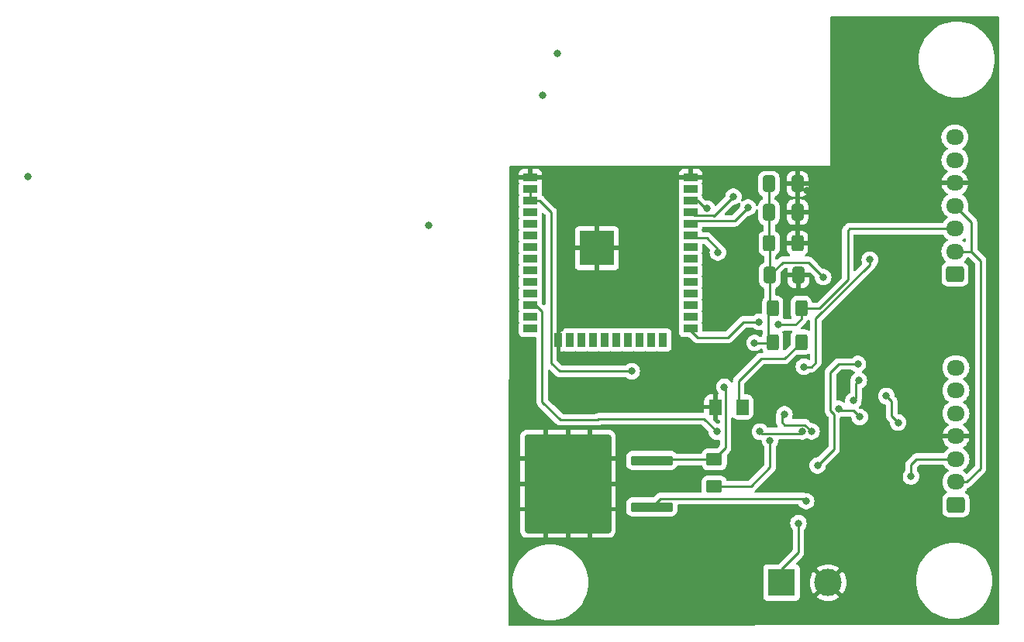
<source format=gbr>
%TF.GenerationSoftware,KiCad,Pcbnew,7.0.10*%
%TF.CreationDate,2024-05-28T16:22:07+05:30*%
%TF.ProjectId,pro1,70726f31-2e6b-4696-9361-645f70636258,rev?*%
%TF.SameCoordinates,Original*%
%TF.FileFunction,Copper,L1,Top*%
%TF.FilePolarity,Positive*%
%FSLAX46Y46*%
G04 Gerber Fmt 4.6, Leading zero omitted, Abs format (unit mm)*
G04 Created by KiCad (PCBNEW 7.0.10) date 2024-05-28 16:22:07*
%MOMM*%
%LPD*%
G01*
G04 APERTURE LIST*
G04 Aperture macros list*
%AMRoundRect*
0 Rectangle with rounded corners*
0 $1 Rounding radius*
0 $2 $3 $4 $5 $6 $7 $8 $9 X,Y pos of 4 corners*
0 Add a 4 corners polygon primitive as box body*
4,1,4,$2,$3,$4,$5,$6,$7,$8,$9,$2,$3,0*
0 Add four circle primitives for the rounded corners*
1,1,$1+$1,$2,$3*
1,1,$1+$1,$4,$5*
1,1,$1+$1,$6,$7*
1,1,$1+$1,$8,$9*
0 Add four rect primitives between the rounded corners*
20,1,$1+$1,$2,$3,$4,$5,0*
20,1,$1+$1,$4,$5,$6,$7,0*
20,1,$1+$1,$6,$7,$8,$9,0*
20,1,$1+$1,$8,$9,$2,$3,0*%
G04 Aperture macros list end*
%TA.AperFunction,ComponentPad*%
%ADD10RoundRect,0.250000X0.725000X-0.600000X0.725000X0.600000X-0.725000X0.600000X-0.725000X-0.600000X0*%
%TD*%
%TA.AperFunction,ComponentPad*%
%ADD11O,1.950000X1.700000*%
%TD*%
%TA.AperFunction,ComponentPad*%
%ADD12R,3.000000X3.000000*%
%TD*%
%TA.AperFunction,ComponentPad*%
%ADD13C,3.000000*%
%TD*%
%TA.AperFunction,SMDPad,CuDef*%
%ADD14RoundRect,0.250000X-0.400000X-0.625000X0.400000X-0.625000X0.400000X0.625000X-0.400000X0.625000X0*%
%TD*%
%TA.AperFunction,SMDPad,CuDef*%
%ADD15RoundRect,0.250001X0.624999X-0.462499X0.624999X0.462499X-0.624999X0.462499X-0.624999X-0.462499X0*%
%TD*%
%TA.AperFunction,SMDPad,CuDef*%
%ADD16RoundRect,0.250000X-0.412500X-0.650000X0.412500X-0.650000X0.412500X0.650000X-0.412500X0.650000X0*%
%TD*%
%TA.AperFunction,SMDPad,CuDef*%
%ADD17RoundRect,0.250001X-0.462499X-0.624999X0.462499X-0.624999X0.462499X0.624999X-0.462499X0.624999X0*%
%TD*%
%TA.AperFunction,SMDPad,CuDef*%
%ADD18R,1.500000X0.900000*%
%TD*%
%TA.AperFunction,SMDPad,CuDef*%
%ADD19R,0.900000X1.500000*%
%TD*%
%TA.AperFunction,SMDPad,CuDef*%
%ADD20R,0.900000X0.900000*%
%TD*%
%TA.AperFunction,HeatsinkPad*%
%ADD21C,0.600000*%
%TD*%
%TA.AperFunction,SMDPad,CuDef*%
%ADD22R,3.800000X3.800000*%
%TD*%
%TA.AperFunction,SMDPad,CuDef*%
%ADD23RoundRect,0.250000X0.400000X0.625000X-0.400000X0.625000X-0.400000X-0.625000X0.400000X-0.625000X0*%
%TD*%
%TA.AperFunction,SMDPad,CuDef*%
%ADD24RoundRect,0.250000X2.050000X0.300000X-2.050000X0.300000X-2.050000X-0.300000X2.050000X-0.300000X0*%
%TD*%
%TA.AperFunction,SMDPad,CuDef*%
%ADD25RoundRect,0.250000X2.025000X2.375000X-2.025000X2.375000X-2.025000X-2.375000X2.025000X-2.375000X0*%
%TD*%
%TA.AperFunction,SMDPad,CuDef*%
%ADD26RoundRect,0.250002X4.449998X5.149998X-4.449998X5.149998X-4.449998X-5.149998X4.449998X-5.149998X0*%
%TD*%
%TA.AperFunction,ViaPad*%
%ADD27C,0.800000*%
%TD*%
%TA.AperFunction,Conductor*%
%ADD28C,0.250000*%
%TD*%
G04 APERTURE END LIST*
D10*
%TO.P,J3,1,Pin_1*%
%TO.N,+5V*%
X175100000Y-80700000D03*
D11*
%TO.P,J3,2,Pin_2*%
%TO.N,+3.3V*%
X175100000Y-78200000D03*
%TO.P,J3,3,Pin_3*%
%TO.N,/OUT*%
X175100000Y-75700000D03*
%TO.P,J3,4,Pin_4*%
%TO.N,GND*%
X175100000Y-73200000D03*
%TO.P,J3,5,Pin_5*%
%TO.N,/SDA*%
X175100000Y-70700000D03*
%TO.P,J3,6,Pin_6*%
%TO.N,/SCL*%
X175100000Y-68200000D03*
%TO.P,J3,7,Pin_7*%
%TO.N,/DIR*%
X175100000Y-65700000D03*
%TD*%
D12*
%TO.P,J5,1,Pin_1*%
%TO.N,+24V*%
X156060000Y-89200000D03*
D13*
%TO.P,J5,2,Pin_2*%
%TO.N,GND*%
X161140000Y-89200000D03*
%TD*%
D14*
%TO.P,R1,1*%
%TO.N,+3.3V*%
X154700000Y-52100000D03*
%TO.P,R1,2*%
%TO.N,GND*%
X157800000Y-52100000D03*
%TD*%
D11*
%TO.P,J2,7,Pin_7*%
%TO.N,/TX*%
X175000000Y-40500000D03*
%TO.P,J2,6,Pin_6*%
%TO.N,/RX*%
X175000000Y-43000000D03*
%TO.P,J2,5,Pin_5*%
%TO.N,GND*%
X175000000Y-45500000D03*
%TO.P,J2,4,Pin_4*%
%TO.N,+3.3V*%
X175000000Y-48000000D03*
%TO.P,J2,3,Pin_3*%
%TO.N,/IO0*%
X175000000Y-50500000D03*
%TO.P,J2,2,Pin_2*%
%TO.N,+3.3V*%
X175000000Y-53000000D03*
D10*
%TO.P,J2,1,Pin_1*%
%TO.N,unconnected-(J2-Pin_1-Pad1)*%
X175000000Y-55500000D03*
%TD*%
D15*
%TO.P,D3,1,K*%
%TO.N,+5V*%
X148700000Y-78700000D03*
%TO.P,D3,2,A*%
%TO.N,Net-(D3-A)*%
X148700000Y-75725000D03*
%TD*%
D16*
%TO.P,C3,2*%
%TO.N,GND*%
X157800000Y-48700000D03*
%TO.P,C3,1*%
%TO.N,+3.3V*%
X154675000Y-48700000D03*
%TD*%
%TO.P,C1,1*%
%TO.N,+3.3V*%
X154775000Y-55600000D03*
%TO.P,C1,2*%
%TO.N,GND*%
X157900000Y-55600000D03*
%TD*%
D17*
%TO.P,D1,1,K*%
%TO.N,GND*%
X148825000Y-70000000D03*
%TO.P,D1,2,A*%
%TO.N,Net-(D1-A)*%
X151800000Y-70000000D03*
%TD*%
D14*
%TO.P,R3,1*%
%TO.N,+3.3V*%
X155100000Y-62900000D03*
%TO.P,R3,2*%
%TO.N,Net-(D1-A)*%
X158200000Y-62900000D03*
%TD*%
D16*
%TO.P,C2,2*%
%TO.N,GND*%
X157800000Y-45600000D03*
%TO.P,C2,1*%
%TO.N,+3.3V*%
X154675000Y-45600000D03*
%TD*%
D18*
%TO.P,U1,1,GND*%
%TO.N,GND*%
X128626200Y-44907200D03*
%TO.P,U1,2,VDD*%
%TO.N,+3.3V*%
X128626200Y-46177200D03*
%TO.P,U1,3,EN*%
X128626200Y-47447200D03*
%TO.P,U1,4,SENSOR_VP*%
%TO.N,unconnected-(U1-SENSOR_VP-Pad4)*%
X128626200Y-48717200D03*
%TO.P,U1,5,SENSOR_VN*%
%TO.N,unconnected-(U1-SENSOR_VN-Pad5)*%
X128626200Y-49987200D03*
%TO.P,U1,6,IO34*%
%TO.N,unconnected-(U1-IO34-Pad6)*%
X128626200Y-51257200D03*
%TO.P,U1,7,IO35*%
%TO.N,unconnected-(U1-IO35-Pad7)*%
X128626200Y-52527200D03*
%TO.P,U1,8,IO32*%
%TO.N,unconnected-(U1-IO32-Pad8)*%
X128626200Y-53797200D03*
%TO.P,U1,9,IO33*%
%TO.N,unconnected-(U1-IO33-Pad9)*%
X128626200Y-55067200D03*
%TO.P,U1,10,IO25*%
%TO.N,unconnected-(U1-IO25-Pad10)*%
X128626200Y-56337200D03*
%TO.P,U1,11,IO26*%
%TO.N,unconnected-(U1-IO26-Pad11)*%
X128626200Y-57607200D03*
%TO.P,U1,12,IO27*%
%TO.N,/DIR*%
X128626200Y-58877200D03*
%TO.P,U1,13,IO14*%
%TO.N,unconnected-(U1-IO14-Pad13)*%
X128626200Y-60147200D03*
%TO.P,U1,14,IO12*%
%TO.N,unconnected-(U1-IO12-Pad14)*%
X128626200Y-61417200D03*
D19*
%TO.P,U1,15,GND*%
%TO.N,GND*%
X131666200Y-62667200D03*
%TO.P,U1,16,IO13*%
%TO.N,unconnected-(U1-IO13-Pad16)*%
X132936200Y-62667200D03*
%TO.P,U1,17,SHD/SD2*%
%TO.N,unconnected-(U1-SHD{slash}SD2-Pad17)*%
X134206200Y-62667200D03*
%TO.P,U1,18,SWP/SD3*%
%TO.N,unconnected-(U1-SWP{slash}SD3-Pad18)*%
X135476200Y-62667200D03*
%TO.P,U1,19,SCS/CMD*%
%TO.N,unconnected-(U1-SCS{slash}CMD-Pad19)*%
X136746200Y-62667200D03*
%TO.P,U1,20,SCK/CLK*%
%TO.N,unconnected-(U1-SCK{slash}CLK-Pad20)*%
X138016200Y-62667200D03*
%TO.P,U1,21,SDO/SD0*%
%TO.N,unconnected-(U1-SDO{slash}SD0-Pad21)*%
X139286200Y-62667200D03*
%TO.P,U1,22,SDI/SD1*%
%TO.N,unconnected-(U1-SDI{slash}SD1-Pad22)*%
X140556200Y-62667200D03*
%TO.P,U1,23,IO15*%
%TO.N,unconnected-(U1-IO15-Pad23)*%
X141826200Y-62667200D03*
%TO.P,U1,24,IO2*%
%TO.N,unconnected-(U1-IO2-Pad24)*%
X143096200Y-62667200D03*
D18*
%TO.P,U1,25,IO0*%
%TO.N,/IO0*%
X146126200Y-61417200D03*
%TO.P,U1,26,IO4*%
%TO.N,unconnected-(U1-IO4-Pad26)*%
X146126200Y-60147200D03*
%TO.P,U1,27,IO16*%
%TO.N,unconnected-(U1-IO16-Pad27)*%
X146126200Y-58877200D03*
%TO.P,U1,28,IO17*%
%TO.N,unconnected-(U1-IO17-Pad28)*%
X146126200Y-57607200D03*
%TO.P,U1,29,IO5*%
%TO.N,unconnected-(U1-IO5-Pad29)*%
X146126200Y-56337200D03*
%TO.P,U1,30,IO18*%
%TO.N,unconnected-(U1-IO18-Pad30)*%
X146126200Y-55067200D03*
%TO.P,U1,31,IO19*%
%TO.N,unconnected-(U1-IO19-Pad31)*%
X146126200Y-53797200D03*
%TO.P,U1,32,NC*%
%TO.N,unconnected-(U1-NC-Pad32)*%
X146126200Y-52527200D03*
%TO.P,U1,33,IO21*%
%TO.N,/SDA*%
X146126200Y-51257200D03*
%TO.P,U1,34,RXD0/IO3*%
%TO.N,/RX*%
X146126200Y-49987200D03*
%TO.P,U1,35,TXD0/IO1*%
%TO.N,/TX*%
X146126200Y-48717200D03*
%TO.P,U1,36,IO22*%
%TO.N,/SCL*%
X146126200Y-47447200D03*
%TO.P,U1,37,IO23*%
%TO.N,/PWM*%
X146126200Y-46177200D03*
%TO.P,U1,38,GND*%
%TO.N,GND*%
X146126200Y-44907200D03*
D20*
%TO.P,U1,39,GND*%
X134476200Y-51227200D03*
D21*
X134476200Y-51927200D03*
D20*
X134476200Y-52627200D03*
D21*
X134476200Y-53327200D03*
D20*
X134476200Y-54027200D03*
D21*
X135176200Y-51227200D03*
X135176200Y-52627200D03*
X135176200Y-54027200D03*
X135851200Y-51927200D03*
X135851200Y-53327200D03*
D20*
X135876200Y-51227200D03*
X135876200Y-52627200D03*
D22*
X135876200Y-52627200D03*
D20*
X135876200Y-54027200D03*
D21*
X136576200Y-51227200D03*
X136576200Y-52627200D03*
X136576200Y-54027200D03*
D20*
X137276200Y-51227200D03*
D21*
X137276200Y-51927200D03*
D20*
X137276200Y-52627200D03*
D21*
X137276200Y-53327200D03*
D20*
X137276200Y-54027200D03*
%TD*%
D23*
%TO.P,R2,1*%
%TO.N,/IO0*%
X158200000Y-59200000D03*
%TO.P,R2,2*%
%TO.N,+3.3V*%
X155100000Y-59200000D03*
%TD*%
D24*
%TO.P,U3,1,VI*%
%TO.N,Net-(D2-K)*%
X141875000Y-80940000D03*
D25*
%TO.P,U3,2,GND*%
%TO.N,GND*%
X135150000Y-81175000D03*
X135150000Y-75625000D03*
D26*
X132725000Y-78400000D03*
D25*
X130300000Y-81175000D03*
X130300000Y-75625000D03*
D24*
%TO.P,U3,3,VO*%
%TO.N,Net-(D3-A)*%
X141875000Y-75860000D03*
%TD*%
D27*
%TO.N,GND*%
X156240000Y-69460000D03*
X153120000Y-71450000D03*
%TO.N,*%
X73760000Y-44830000D03*
X129953400Y-35910600D03*
X131583400Y-31340600D03*
X117480000Y-50180000D03*
X117480000Y-50180000D03*
%TO.N,GND*%
X178050000Y-48650000D03*
X172380000Y-48550000D03*
X131876800Y-61366400D03*
X152600000Y-58700000D03*
X145800000Y-77800000D03*
X156400000Y-78000000D03*
X166700000Y-73800000D03*
X166700000Y-78100000D03*
X151800000Y-74700000D03*
X158800000Y-46300000D03*
%TO.N,/DIR*%
X158309520Y-72675786D03*
X153700000Y-72700000D03*
X149000000Y-72700000D03*
X163900000Y-69300000D03*
X164500000Y-67100000D03*
%TO.N,/OUT*%
X170200000Y-77600000D03*
X159334798Y-72675815D03*
X156377347Y-70797347D03*
%TO.N,GND*%
X169000000Y-75200000D03*
X172500000Y-73200000D03*
%TO.N,+3.3V*%
X168800000Y-71700000D03*
X167500000Y-68800000D03*
X153100000Y-63000000D03*
X139700000Y-66100000D03*
X160600000Y-55800000D03*
%TO.N,+5V*%
X158500000Y-65600000D03*
X154800000Y-73700000D03*
X165700000Y-53900000D03*
%TO.N,Net-(D2-K)*%
X164400000Y-65300000D03*
X160000000Y-76400000D03*
X158737500Y-80300000D03*
%TO.N,Net-(D3-A)*%
X149800000Y-67800000D03*
%TO.N,/IO0*%
X153600000Y-60700000D03*
X155700000Y-61000000D03*
%TO.N,/RX*%
X152400000Y-48200000D03*
%TO.N,/TX*%
X150800000Y-47000000D03*
%TO.N,/SDA*%
X164600000Y-71100000D03*
X162275000Y-70200000D03*
X149100000Y-53100000D03*
%TO.N,/SCL*%
X147900000Y-48300000D03*
%TO.N,+24V*%
X157900000Y-82700000D03*
%TO.N,GND*%
X128800000Y-65700000D03*
X172500000Y-60800000D03*
X134300000Y-82200000D03*
X168700000Y-64900000D03*
X161700000Y-51900000D03*
X148900000Y-61000000D03*
X168600000Y-61900000D03*
X134500000Y-79600000D03*
X134400000Y-49300000D03*
X133300000Y-59700000D03*
X152000000Y-53200000D03*
X129000000Y-82700000D03*
X131000000Y-74400000D03*
X141700000Y-60100000D03*
X130000000Y-79300000D03*
X139100000Y-49300000D03*
X134300000Y-76400000D03*
%TD*%
D28*
%TO.N,+5V*%
X165700000Y-54440000D02*
X165700000Y-53900000D01*
X159800000Y-60340000D02*
X165700000Y-54440000D01*
X159800000Y-65100000D02*
X159800000Y-60340000D01*
X159300000Y-65600000D02*
X159800000Y-65100000D01*
X158500000Y-65600000D02*
X159300000Y-65600000D01*
%TO.N,/SDA*%
X146399000Y-51530000D02*
X146126200Y-51257200D01*
X149100000Y-52730000D02*
X147900000Y-51530000D01*
X147900000Y-51530000D02*
X146399000Y-51530000D01*
X149100000Y-53100000D02*
X149100000Y-52730000D01*
%TO.N,Net-(D3-A)*%
X149950000Y-74475000D02*
X148700000Y-75725000D01*
X149950000Y-67950000D02*
X149950000Y-74475000D01*
X149800000Y-67800000D02*
X149950000Y-67950000D01*
%TO.N,+3.3V*%
X154775000Y-55600000D02*
X156195000Y-54180000D01*
X156195000Y-54180000D02*
X158980000Y-54180000D01*
X158980000Y-54180000D02*
X160600000Y-55800000D01*
X130891200Y-65191200D02*
X130891200Y-48712200D01*
X131800000Y-66100000D02*
X130891200Y-65191200D01*
X130891200Y-48712200D02*
X129626200Y-47447200D01*
X139700000Y-66100000D02*
X131800000Y-66100000D01*
X129626200Y-47447200D02*
X128626200Y-47447200D01*
%TO.N,/OUT*%
X156110000Y-71064694D02*
X156377347Y-70797347D01*
X156393908Y-71950786D02*
X156110000Y-71666878D01*
X158609769Y-71950786D02*
X156393908Y-71950786D01*
X159334798Y-72675815D02*
X158609769Y-71950786D01*
X156110000Y-71666878D02*
X156110000Y-71064694D01*
%TO.N,/DIR*%
X158085306Y-72900000D02*
X153900000Y-72900000D01*
X158309520Y-72675786D02*
X158085306Y-72900000D01*
X153900000Y-72900000D02*
X153700000Y-72700000D01*
%TO.N,+3.3V*%
X168080000Y-69380000D02*
X167500000Y-68800000D01*
X168080000Y-70980000D02*
X168080000Y-69380000D01*
X168800000Y-71700000D02*
X168080000Y-70980000D01*
%TO.N,/DIR*%
X147600000Y-71300000D02*
X149000000Y-72700000D01*
X131900000Y-71400000D02*
X135945100Y-71400000D01*
X129910000Y-69410000D02*
X131900000Y-71400000D01*
X135945100Y-71400000D02*
X136045100Y-71300000D01*
X129910000Y-59581000D02*
X129910000Y-69410000D01*
X129206200Y-58877200D02*
X129910000Y-59581000D01*
X136045100Y-71300000D02*
X147600000Y-71300000D01*
%TO.N,/RX*%
X146330000Y-49650000D02*
X150950000Y-49650000D01*
X152400000Y-48200000D02*
X150950000Y-49650000D01*
%TO.N,/TX*%
X148516800Y-49025000D02*
X146434000Y-49025000D01*
X148645900Y-49154100D02*
X148516800Y-49025000D01*
X148645900Y-49154100D02*
X150800000Y-47000000D01*
%TO.N,/SCL*%
X147820000Y-48380000D02*
X147900000Y-48300000D01*
X146887200Y-47447200D02*
X147820000Y-48380000D01*
X146126200Y-47447200D02*
X146887200Y-47447200D01*
%TO.N,+3.3V*%
X128626200Y-47447200D02*
X128626200Y-46177200D01*
%TO.N,/IO0*%
X146880000Y-62400000D02*
X146130000Y-61650000D01*
X150200000Y-62400000D02*
X146880000Y-62400000D01*
X150250000Y-62350000D02*
X150200000Y-62400000D01*
%TO.N,+24V*%
X156060000Y-87740000D02*
X157900000Y-85900000D01*
X157900000Y-85900000D02*
X157900000Y-82700000D01*
X156060000Y-89200000D02*
X156060000Y-87740000D01*
%TO.N,Net-(D1-A)*%
X156400000Y-64700000D02*
X158200000Y-62900000D01*
X153800000Y-64700000D02*
X156400000Y-64700000D01*
X151375000Y-67125000D02*
X153800000Y-64700000D01*
X151375000Y-70100000D02*
X151375000Y-67125000D01*
%TO.N,/OUT*%
X170800000Y-75700000D02*
X175100000Y-75700000D01*
X170200000Y-76300000D02*
X170800000Y-75700000D01*
X170200000Y-77600000D02*
X170200000Y-76300000D01*
%TO.N,Net-(D2-K)*%
X158437500Y-80000000D02*
X158737500Y-80300000D01*
X142815000Y-80000000D02*
X158437500Y-80000000D01*
X141875000Y-80940000D02*
X142815000Y-80000000D01*
%TO.N,/DIR*%
X164200000Y-67400000D02*
X164500000Y-67100000D01*
X164200000Y-69000000D02*
X164200000Y-67400000D01*
X163900000Y-69300000D02*
X164200000Y-69000000D01*
%TO.N,/IO0*%
X151900000Y-60700000D02*
X150250000Y-62350000D01*
X153600000Y-60700000D02*
X151900000Y-60700000D01*
%TO.N,Net-(D2-K)*%
X161800000Y-74600000D02*
X160000000Y-76400000D01*
X161400000Y-70400000D02*
X161800000Y-70800000D01*
X161400000Y-66200000D02*
X161400000Y-70400000D01*
X162300000Y-65300000D02*
X161400000Y-66200000D01*
X161800000Y-70800000D02*
X161800000Y-74600000D01*
X164400000Y-65300000D02*
X162300000Y-65300000D01*
%TO.N,/SDA*%
X162275000Y-70200000D02*
X162475000Y-70400000D01*
X162475000Y-70400000D02*
X163900000Y-70400000D01*
X163900000Y-70400000D02*
X164600000Y-71100000D01*
%TO.N,+3.3V*%
X176800000Y-49800000D02*
X176800000Y-53000000D01*
X175000000Y-48000000D02*
X176800000Y-49800000D01*
%TO.N,+5V*%
X154800000Y-76600000D02*
X154800000Y-73700000D01*
X152700000Y-78700000D02*
X154800000Y-76600000D01*
X148700000Y-78700000D02*
X152700000Y-78700000D01*
%TO.N,+3.3V*%
X154775000Y-55600000D02*
X154775000Y-58875000D01*
X154775000Y-55600000D02*
X154775000Y-52175000D01*
X177800000Y-54000000D02*
X177800000Y-76700000D01*
X175000000Y-53000000D02*
X176800000Y-53000000D01*
X176800000Y-53000000D02*
X177800000Y-54000000D01*
X153100000Y-63000000D02*
X155000000Y-63000000D01*
X177800000Y-76700000D02*
X176300000Y-78200000D01*
X176300000Y-78200000D02*
X175100000Y-78200000D01*
X154675000Y-45600000D02*
X154675000Y-48700000D01*
X154700000Y-52100000D02*
X154700000Y-48725000D01*
X154600000Y-62400000D02*
X154600000Y-59700000D01*
%TO.N,Net-(D3-A)*%
X148700000Y-75725000D02*
X142010000Y-75725000D01*
%TO.N,/IO0*%
X158200000Y-60400000D02*
X158200000Y-59200000D01*
X157600000Y-61000000D02*
X158200000Y-60400000D01*
X163500000Y-50500000D02*
X175000000Y-50500000D01*
X163300000Y-56100000D02*
X163300000Y-50700000D01*
X160200000Y-59200000D02*
X163300000Y-56100000D01*
X158200000Y-59200000D02*
X160200000Y-59200000D01*
X155700000Y-61000000D02*
X157600000Y-61000000D01*
X163300000Y-50700000D02*
X163500000Y-50500000D01*
%TD*%
%TA.AperFunction,Conductor*%
%TO.N,GND*%
G36*
X153442711Y-48363322D02*
G01*
X153494187Y-48410566D01*
X153512000Y-48474600D01*
X153512000Y-49400001D01*
X153512001Y-49400018D01*
X153522500Y-49502796D01*
X153522501Y-49502799D01*
X153564187Y-49628597D01*
X153577686Y-49669334D01*
X153669788Y-49818656D01*
X153793844Y-49942712D01*
X153942427Y-50034358D01*
X153943168Y-50034815D01*
X153947463Y-50036238D01*
X153989502Y-50050168D01*
X154046947Y-50089938D01*
X154073772Y-50154453D01*
X154074500Y-50167874D01*
X154074500Y-50669551D01*
X154054815Y-50736590D01*
X154002011Y-50782345D01*
X153989507Y-50787256D01*
X153980667Y-50790185D01*
X153831342Y-50882289D01*
X153707289Y-51006342D01*
X153615187Y-51155663D01*
X153615185Y-51155668D01*
X153615115Y-51155880D01*
X153560001Y-51322203D01*
X153560001Y-51322204D01*
X153560000Y-51322204D01*
X153549500Y-51424983D01*
X153549500Y-52775001D01*
X153549501Y-52775018D01*
X153560000Y-52877796D01*
X153560001Y-52877799D01*
X153613370Y-53038855D01*
X153615186Y-53044334D01*
X153707288Y-53193656D01*
X153831344Y-53317712D01*
X153980666Y-53409814D01*
X154064505Y-53437595D01*
X154121948Y-53477366D01*
X154148772Y-53541882D01*
X154149500Y-53555300D01*
X154149500Y-54140409D01*
X154129815Y-54207448D01*
X154077011Y-54253203D01*
X154064506Y-54258114D01*
X154043168Y-54265184D01*
X153893842Y-54357289D01*
X153769789Y-54481342D01*
X153677687Y-54630663D01*
X153677685Y-54630668D01*
X153676389Y-54634579D01*
X153622501Y-54797203D01*
X153622501Y-54797204D01*
X153622500Y-54797204D01*
X153612000Y-54899983D01*
X153612000Y-56300001D01*
X153612001Y-56300018D01*
X153622500Y-56402796D01*
X153622501Y-56402799D01*
X153627981Y-56419336D01*
X153677686Y-56569334D01*
X153769788Y-56718656D01*
X153893844Y-56842712D01*
X154043166Y-56934814D01*
X154064501Y-56941883D01*
X154121946Y-56981653D01*
X154148771Y-57046167D01*
X154149500Y-57059590D01*
X154149500Y-58012770D01*
X154129815Y-58079809D01*
X154113181Y-58100451D01*
X154107289Y-58106342D01*
X154015187Y-58255663D01*
X154015185Y-58255668D01*
X153993961Y-58319718D01*
X153960001Y-58422203D01*
X153960001Y-58422204D01*
X153960000Y-58422204D01*
X153949500Y-58524983D01*
X153949500Y-59700543D01*
X153929815Y-59767582D01*
X153877011Y-59813337D01*
X153807853Y-59823281D01*
X153799720Y-59821834D01*
X153694646Y-59799500D01*
X153505354Y-59799500D01*
X153472897Y-59806398D01*
X153320197Y-59838855D01*
X153320192Y-59838857D01*
X153147270Y-59915848D01*
X153147265Y-59915851D01*
X152994130Y-60027110D01*
X152994126Y-60027114D01*
X152988400Y-60033474D01*
X152928913Y-60070121D01*
X152896252Y-60074500D01*
X151982737Y-60074500D01*
X151967120Y-60072776D01*
X151967093Y-60073062D01*
X151959331Y-60072327D01*
X151892144Y-60074439D01*
X151888250Y-60074500D01*
X151860650Y-60074500D01*
X151856962Y-60074965D01*
X151856649Y-60075005D01*
X151845031Y-60075918D01*
X151801372Y-60077290D01*
X151801369Y-60077291D01*
X151782126Y-60082881D01*
X151763083Y-60086825D01*
X151743204Y-60089336D01*
X151743203Y-60089337D01*
X151702593Y-60105415D01*
X151691548Y-60109197D01*
X151649608Y-60121383D01*
X151649604Y-60121385D01*
X151632365Y-60131580D01*
X151614898Y-60140137D01*
X151596269Y-60147512D01*
X151596267Y-60147514D01*
X151560926Y-60173189D01*
X151551168Y-60179599D01*
X151513580Y-60201828D01*
X151499408Y-60216000D01*
X151484623Y-60228628D01*
X151468412Y-60240407D01*
X151440571Y-60274059D01*
X151432711Y-60282696D01*
X149977228Y-61738181D01*
X149915905Y-61771666D01*
X149889547Y-61774500D01*
X147500700Y-61774500D01*
X147433661Y-61754815D01*
X147387906Y-61702011D01*
X147376700Y-61650500D01*
X147376699Y-60919329D01*
X147376698Y-60919323D01*
X147376697Y-60919316D01*
X147370291Y-60859717D01*
X147357540Y-60825532D01*
X147352557Y-60755842D01*
X147357540Y-60738869D01*
X147370291Y-60704683D01*
X147376700Y-60645073D01*
X147376699Y-59649328D01*
X147370291Y-59589717D01*
X147357540Y-59555532D01*
X147352557Y-59485842D01*
X147357540Y-59468869D01*
X147370291Y-59434683D01*
X147376700Y-59375073D01*
X147376699Y-58379328D01*
X147370291Y-58319717D01*
X147357540Y-58285532D01*
X147352557Y-58215842D01*
X147357540Y-58198869D01*
X147370291Y-58164683D01*
X147376700Y-58105073D01*
X147376699Y-57109328D01*
X147370291Y-57049717D01*
X147357540Y-57015532D01*
X147352557Y-56945842D01*
X147357540Y-56928869D01*
X147370291Y-56894683D01*
X147376700Y-56835073D01*
X147376699Y-55839328D01*
X147370291Y-55779717D01*
X147357540Y-55745532D01*
X147352557Y-55675842D01*
X147357540Y-55658869D01*
X147370291Y-55624683D01*
X147376700Y-55565073D01*
X147376699Y-54569328D01*
X147370291Y-54509717D01*
X147357540Y-54475532D01*
X147352557Y-54405842D01*
X147357540Y-54388869D01*
X147370291Y-54354683D01*
X147376700Y-54295073D01*
X147376699Y-53299328D01*
X147370291Y-53239717D01*
X147357540Y-53205532D01*
X147352557Y-53135842D01*
X147357540Y-53118869D01*
X147370291Y-53084683D01*
X147376700Y-53025073D01*
X147376699Y-52279499D01*
X147396383Y-52212461D01*
X147449187Y-52166706D01*
X147500699Y-52155500D01*
X147589548Y-52155500D01*
X147656587Y-52175185D01*
X147677229Y-52191819D01*
X148205431Y-52720021D01*
X148238916Y-52781344D01*
X148235681Y-52846019D01*
X148214326Y-52911744D01*
X148194540Y-53100000D01*
X148214326Y-53288256D01*
X148214327Y-53288259D01*
X148272818Y-53468277D01*
X148272821Y-53468284D01*
X148367467Y-53632216D01*
X148457647Y-53732371D01*
X148494129Y-53772888D01*
X148647265Y-53884148D01*
X148647270Y-53884151D01*
X148820192Y-53961142D01*
X148820197Y-53961144D01*
X149005354Y-54000500D01*
X149005355Y-54000500D01*
X149194644Y-54000500D01*
X149194646Y-54000500D01*
X149379803Y-53961144D01*
X149552730Y-53884151D01*
X149705871Y-53772888D01*
X149832533Y-53632216D01*
X149927179Y-53468284D01*
X149985674Y-53288256D01*
X150005460Y-53100000D01*
X149985674Y-52911744D01*
X149927179Y-52731716D01*
X149832533Y-52567784D01*
X149782922Y-52512686D01*
X149705876Y-52427116D01*
X149705871Y-52427112D01*
X149621835Y-52366055D01*
X149604003Y-52348777D01*
X149603686Y-52349095D01*
X149584005Y-52329414D01*
X149571368Y-52314619D01*
X149559594Y-52298413D01*
X149559591Y-52298411D01*
X149559591Y-52298410D01*
X149525945Y-52270576D01*
X149517304Y-52262713D01*
X148400803Y-51146212D01*
X148390980Y-51133950D01*
X148390759Y-51134134D01*
X148385786Y-51128122D01*
X148336776Y-51082099D01*
X148333977Y-51079386D01*
X148314477Y-51059885D01*
X148314471Y-51059880D01*
X148311286Y-51057409D01*
X148302434Y-51049848D01*
X148270582Y-51019938D01*
X148270580Y-51019936D01*
X148270577Y-51019935D01*
X148253029Y-51010288D01*
X148236763Y-50999604D01*
X148220932Y-50987324D01*
X148180849Y-50969978D01*
X148170363Y-50964841D01*
X148132094Y-50943803D01*
X148132092Y-50943802D01*
X148112693Y-50938822D01*
X148094281Y-50932518D01*
X148075898Y-50924562D01*
X148075892Y-50924560D01*
X148032760Y-50917729D01*
X148021322Y-50915361D01*
X147979020Y-50904500D01*
X147979019Y-50904500D01*
X147958984Y-50904500D01*
X147939586Y-50902973D01*
X147932162Y-50901797D01*
X147919805Y-50899840D01*
X147919804Y-50899840D01*
X147876325Y-50903950D01*
X147864656Y-50904500D01*
X147500699Y-50904500D01*
X147433660Y-50884815D01*
X147387905Y-50832011D01*
X147376699Y-50780500D01*
X147376699Y-50759329D01*
X147376698Y-50759323D01*
X147376697Y-50759316D01*
X147370291Y-50699717D01*
X147357540Y-50665532D01*
X147352557Y-50595842D01*
X147357540Y-50578869D01*
X147370291Y-50544683D01*
X147376700Y-50485073D01*
X147376700Y-50399500D01*
X147396385Y-50332461D01*
X147449189Y-50286706D01*
X147500700Y-50275500D01*
X150867257Y-50275500D01*
X150882877Y-50277224D01*
X150882904Y-50276939D01*
X150890660Y-50277671D01*
X150890667Y-50277673D01*
X150957873Y-50275561D01*
X150961768Y-50275500D01*
X150989346Y-50275500D01*
X150989350Y-50275500D01*
X150993324Y-50274997D01*
X151004963Y-50274080D01*
X151048627Y-50272709D01*
X151067869Y-50267117D01*
X151086912Y-50263174D01*
X151106792Y-50260664D01*
X151147401Y-50244585D01*
X151158444Y-50240803D01*
X151200390Y-50228618D01*
X151217629Y-50218422D01*
X151235103Y-50209862D01*
X151253727Y-50202488D01*
X151253727Y-50202487D01*
X151253732Y-50202486D01*
X151289083Y-50176800D01*
X151298814Y-50170408D01*
X151336420Y-50148170D01*
X151350589Y-50133999D01*
X151365379Y-50121368D01*
X151381587Y-50109594D01*
X151409438Y-50075926D01*
X151417279Y-50067309D01*
X152347771Y-49136819D01*
X152409094Y-49103334D01*
X152435452Y-49100500D01*
X152494644Y-49100500D01*
X152494646Y-49100500D01*
X152679803Y-49061144D01*
X152852730Y-48984151D01*
X153005871Y-48872888D01*
X153132533Y-48732216D01*
X153227179Y-48568284D01*
X153270069Y-48436281D01*
X153309506Y-48378607D01*
X153373865Y-48351408D01*
X153442711Y-48363322D01*
G37*
%TD.AperFunction*%
%TA.AperFunction,Conductor*%
G36*
X179742539Y-27320185D02*
G01*
X179788294Y-27372989D01*
X179799500Y-27424500D01*
X179799500Y-93675731D01*
X179779815Y-93742770D01*
X179727011Y-93788525D01*
X179675731Y-93799731D01*
X126325105Y-93899265D01*
X126258029Y-93879705D01*
X126212176Y-93826987D01*
X126200875Y-93774893D01*
X126200972Y-93742770D01*
X126214614Y-89200000D01*
X126644495Y-89200000D01*
X126664505Y-89607311D01*
X126664505Y-89607316D01*
X126664506Y-89607320D01*
X126724341Y-90010695D01*
X126823430Y-90406279D01*
X126957190Y-90780116D01*
X126960814Y-90790243D01*
X127135172Y-91158891D01*
X127162874Y-91205109D01*
X127344822Y-91508672D01*
X127587755Y-91836229D01*
X127861613Y-92138386D01*
X127943109Y-92212249D01*
X128163776Y-92412249D01*
X128491325Y-92655176D01*
X128841109Y-92864828D01*
X129209757Y-93039186D01*
X129593721Y-93176570D01*
X129989301Y-93275658D01*
X130392689Y-93335495D01*
X130698121Y-93350500D01*
X130698135Y-93350500D01*
X130901865Y-93350500D01*
X130901879Y-93350500D01*
X131207311Y-93335495D01*
X131610699Y-93275658D01*
X132006279Y-93176570D01*
X132390243Y-93039186D01*
X132758891Y-92864828D01*
X133108675Y-92655176D01*
X133436224Y-92412249D01*
X133738386Y-92138386D01*
X134012249Y-91836224D01*
X134255176Y-91508675D01*
X134464828Y-91158891D01*
X134639186Y-90790243D01*
X134654347Y-90747870D01*
X154059500Y-90747870D01*
X154059501Y-90747876D01*
X154065908Y-90807483D01*
X154116202Y-90942328D01*
X154116206Y-90942335D01*
X154202452Y-91057544D01*
X154202455Y-91057547D01*
X154317664Y-91143793D01*
X154317671Y-91143797D01*
X154452517Y-91194091D01*
X154452516Y-91194091D01*
X154459444Y-91194835D01*
X154512127Y-91200500D01*
X157607872Y-91200499D01*
X157667483Y-91194091D01*
X157802331Y-91143796D01*
X157917546Y-91057546D01*
X158003796Y-90942331D01*
X158054091Y-90807483D01*
X158060500Y-90747873D01*
X158060500Y-89200001D01*
X159134891Y-89200001D01*
X159155300Y-89485362D01*
X159216109Y-89764895D01*
X159316091Y-90032958D01*
X159453191Y-90284038D01*
X159453196Y-90284046D01*
X159559882Y-90426561D01*
X159559883Y-90426562D01*
X160455195Y-89531250D01*
X160477340Y-89582587D01*
X160583433Y-89725094D01*
X160719530Y-89839294D01*
X160809216Y-89884335D01*
X159913436Y-90780115D01*
X160055960Y-90886807D01*
X160055961Y-90886808D01*
X160307042Y-91023908D01*
X160307041Y-91023908D01*
X160575104Y-91123890D01*
X160854637Y-91184699D01*
X161139999Y-91205109D01*
X161140001Y-91205109D01*
X161425362Y-91184699D01*
X161704895Y-91123890D01*
X161972958Y-91023908D01*
X162224047Y-90886803D01*
X162366561Y-90780116D01*
X162366562Y-90780115D01*
X161473748Y-89887300D01*
X161483409Y-89883784D01*
X161631844Y-89786157D01*
X161753764Y-89656930D01*
X161825768Y-89532215D01*
X162720115Y-90426562D01*
X162720116Y-90426561D01*
X162826803Y-90284047D01*
X162963908Y-90032958D01*
X163063890Y-89764895D01*
X163124699Y-89485362D01*
X163145109Y-89200001D01*
X163145109Y-89199998D01*
X163130804Y-89000000D01*
X170744495Y-89000000D01*
X170764505Y-89407311D01*
X170764505Y-89407316D01*
X170764506Y-89407320D01*
X170824341Y-89810695D01*
X170923430Y-90206279D01*
X170951252Y-90284038D01*
X171060814Y-90590243D01*
X171235172Y-90958891D01*
X171235174Y-90958894D01*
X171444822Y-91308672D01*
X171687755Y-91636229D01*
X171961613Y-91938386D01*
X172263770Y-92212244D01*
X172263776Y-92212249D01*
X172591325Y-92455176D01*
X172941109Y-92664828D01*
X173309757Y-92839186D01*
X173693721Y-92976570D01*
X174089301Y-93075658D01*
X174492689Y-93135495D01*
X174798121Y-93150500D01*
X174798135Y-93150500D01*
X175001865Y-93150500D01*
X175001879Y-93150500D01*
X175307311Y-93135495D01*
X175710699Y-93075658D01*
X176106279Y-92976570D01*
X176490243Y-92839186D01*
X176858891Y-92664828D01*
X177208675Y-92455176D01*
X177536224Y-92212249D01*
X177838386Y-91938386D01*
X178112249Y-91636224D01*
X178355176Y-91308675D01*
X178564828Y-90958891D01*
X178739186Y-90590243D01*
X178876570Y-90206279D01*
X178975658Y-89810699D01*
X179035495Y-89407311D01*
X179055505Y-89000000D01*
X179035495Y-88592689D01*
X178975658Y-88189301D01*
X178876570Y-87793721D01*
X178739186Y-87409757D01*
X178564828Y-87041109D01*
X178355176Y-86691325D01*
X178112249Y-86363776D01*
X178085252Y-86333989D01*
X177838386Y-86061613D01*
X177536229Y-85787755D01*
X177478343Y-85744824D01*
X177208675Y-85544824D01*
X176858891Y-85335172D01*
X176490243Y-85160814D01*
X176490241Y-85160813D01*
X176106279Y-85023430D01*
X175710695Y-84924341D01*
X175307320Y-84864506D01*
X175307316Y-84864505D01*
X175307311Y-84864505D01*
X175001879Y-84849500D01*
X174798121Y-84849500D01*
X174492689Y-84864505D01*
X174492683Y-84864505D01*
X174492679Y-84864506D01*
X174089304Y-84924341D01*
X173693720Y-85023430D01*
X173309758Y-85160813D01*
X173309756Y-85160814D01*
X172941105Y-85335174D01*
X172591327Y-85544822D01*
X172263770Y-85787755D01*
X171961613Y-86061613D01*
X171687755Y-86363770D01*
X171444822Y-86691327D01*
X171235174Y-87041105D01*
X171060814Y-87409756D01*
X171060813Y-87409758D01*
X170923430Y-87793720D01*
X170824341Y-88189304D01*
X170769249Y-88560706D01*
X170764505Y-88592689D01*
X170744495Y-89000000D01*
X163130804Y-89000000D01*
X163124699Y-88914637D01*
X163063890Y-88635104D01*
X162963908Y-88367041D01*
X162826808Y-88115961D01*
X162826807Y-88115960D01*
X162720115Y-87973436D01*
X161824803Y-88868747D01*
X161802660Y-88817413D01*
X161696567Y-88674906D01*
X161560470Y-88560706D01*
X161470782Y-88515663D01*
X162366562Y-87619883D01*
X162366561Y-87619882D01*
X162224046Y-87513196D01*
X162224038Y-87513191D01*
X161972957Y-87376091D01*
X161972958Y-87376091D01*
X161704895Y-87276109D01*
X161425362Y-87215300D01*
X161140001Y-87194891D01*
X161139999Y-87194891D01*
X160854637Y-87215300D01*
X160575104Y-87276109D01*
X160307041Y-87376091D01*
X160055961Y-87513191D01*
X160055953Y-87513196D01*
X159913437Y-87619882D01*
X159913436Y-87619883D01*
X160806252Y-88512699D01*
X160796591Y-88516216D01*
X160648156Y-88613843D01*
X160526236Y-88743070D01*
X160454231Y-88867784D01*
X159559883Y-87973436D01*
X159559882Y-87973437D01*
X159453196Y-88115953D01*
X159453191Y-88115961D01*
X159316091Y-88367041D01*
X159216109Y-88635104D01*
X159155300Y-88914637D01*
X159134891Y-89199998D01*
X159134891Y-89200001D01*
X158060500Y-89200001D01*
X158060499Y-87652128D01*
X158054091Y-87592517D01*
X158024506Y-87513196D01*
X158003797Y-87457671D01*
X158003793Y-87457664D01*
X157917547Y-87342455D01*
X157917544Y-87342452D01*
X157802335Y-87256206D01*
X157802328Y-87256202D01*
X157710753Y-87222047D01*
X157654819Y-87180176D01*
X157630402Y-87114711D01*
X157645254Y-87046438D01*
X157666402Y-87018187D01*
X158283788Y-86400801D01*
X158296042Y-86390986D01*
X158295859Y-86390764D01*
X158301868Y-86385791D01*
X158301877Y-86385786D01*
X158347949Y-86336722D01*
X158350566Y-86334023D01*
X158370120Y-86314471D01*
X158372576Y-86311303D01*
X158380156Y-86302427D01*
X158410062Y-86270582D01*
X158419715Y-86253020D01*
X158430389Y-86236770D01*
X158442673Y-86220936D01*
X158460019Y-86180850D01*
X158465157Y-86170362D01*
X158486196Y-86132093D01*
X158486197Y-86132092D01*
X158491177Y-86112691D01*
X158497478Y-86094288D01*
X158505438Y-86075896D01*
X158512272Y-86032741D01*
X158514635Y-86021331D01*
X158525500Y-85979019D01*
X158525500Y-85958983D01*
X158527027Y-85939582D01*
X158530160Y-85919804D01*
X158526050Y-85876324D01*
X158525500Y-85864655D01*
X158525500Y-83398687D01*
X158545185Y-83331648D01*
X158557350Y-83315715D01*
X158575891Y-83295122D01*
X158632533Y-83232216D01*
X158727179Y-83068284D01*
X158785674Y-82888256D01*
X158805460Y-82700000D01*
X158785674Y-82511744D01*
X158727179Y-82331716D01*
X158632533Y-82167784D01*
X158505871Y-82027112D01*
X158455479Y-81990500D01*
X158352734Y-81915851D01*
X158352729Y-81915848D01*
X158179807Y-81838857D01*
X158179802Y-81838855D01*
X158034001Y-81807865D01*
X157994646Y-81799500D01*
X157805354Y-81799500D01*
X157772897Y-81806398D01*
X157620197Y-81838855D01*
X157620192Y-81838857D01*
X157447270Y-81915848D01*
X157447265Y-81915851D01*
X157294129Y-82027111D01*
X157167466Y-82167785D01*
X157072821Y-82331715D01*
X157072818Y-82331722D01*
X157014327Y-82511740D01*
X157014326Y-82511744D01*
X156994540Y-82700000D01*
X157014326Y-82888256D01*
X157014327Y-82888259D01*
X157072818Y-83068277D01*
X157072821Y-83068284D01*
X157167467Y-83232216D01*
X157210772Y-83280310D01*
X157242650Y-83315715D01*
X157272880Y-83378706D01*
X157274500Y-83398687D01*
X157274500Y-85589546D01*
X157254815Y-85656585D01*
X157238181Y-85677227D01*
X155752226Y-87163181D01*
X155690903Y-87196666D01*
X155664545Y-87199500D01*
X154512129Y-87199500D01*
X154512123Y-87199501D01*
X154452516Y-87205908D01*
X154317671Y-87256202D01*
X154317664Y-87256206D01*
X154202455Y-87342452D01*
X154202452Y-87342455D01*
X154116206Y-87457664D01*
X154116202Y-87457671D01*
X154065908Y-87592517D01*
X154059501Y-87652116D01*
X154059501Y-87652123D01*
X154059500Y-87652135D01*
X154059500Y-90747870D01*
X134654347Y-90747870D01*
X134776570Y-90406279D01*
X134875658Y-90010699D01*
X134935495Y-89607311D01*
X134955505Y-89200000D01*
X134935495Y-88792689D01*
X134875658Y-88389301D01*
X134776570Y-87993721D01*
X134639186Y-87609757D01*
X134464828Y-87241109D01*
X134255176Y-86891325D01*
X134012249Y-86563776D01*
X134012244Y-86563770D01*
X133738386Y-86261613D01*
X133436229Y-85987755D01*
X133397434Y-85958983D01*
X133108675Y-85744824D01*
X132758891Y-85535172D01*
X132390243Y-85360814D01*
X132390241Y-85360813D01*
X132006279Y-85223430D01*
X131610695Y-85124341D01*
X131207320Y-85064506D01*
X131207316Y-85064505D01*
X131207311Y-85064505D01*
X130901879Y-85049500D01*
X130698121Y-85049500D01*
X130392689Y-85064505D01*
X130392683Y-85064505D01*
X130392679Y-85064506D01*
X129989304Y-85124341D01*
X129593720Y-85223430D01*
X129209758Y-85360813D01*
X129209756Y-85360814D01*
X128841105Y-85535174D01*
X128491327Y-85744822D01*
X128163770Y-85987755D01*
X127861613Y-86261613D01*
X127587755Y-86563770D01*
X127344822Y-86891327D01*
X127135174Y-87241105D01*
X126960814Y-87609756D01*
X126960813Y-87609758D01*
X126823430Y-87993720D01*
X126724341Y-88389304D01*
X126681976Y-88674906D01*
X126664505Y-88792689D01*
X126644495Y-89200000D01*
X126214614Y-89200000D01*
X126237963Y-81425000D01*
X127525001Y-81425000D01*
X127525001Y-83599986D01*
X127535494Y-83702697D01*
X127590641Y-83869119D01*
X127590643Y-83869124D01*
X127682684Y-84018345D01*
X127806654Y-84142315D01*
X127955875Y-84234356D01*
X127955880Y-84234358D01*
X128122302Y-84289505D01*
X128122310Y-84289506D01*
X128206954Y-84298154D01*
X128214263Y-84299999D01*
X128218695Y-84299999D01*
X128231310Y-84300642D01*
X128238462Y-84301373D01*
X128246420Y-84299999D01*
X130049999Y-84299999D01*
X130050000Y-84299998D01*
X130050000Y-81425000D01*
X130550000Y-81425000D01*
X130550000Y-84299999D01*
X132475000Y-84299999D01*
X132475000Y-81425000D01*
X132975000Y-81425000D01*
X132975000Y-84299999D01*
X134899999Y-84299999D01*
X134900000Y-84299998D01*
X134900000Y-81425000D01*
X135400000Y-81425000D01*
X135400000Y-84299999D01*
X137224972Y-84299999D01*
X137224986Y-84299998D01*
X137327697Y-84289505D01*
X137494119Y-84234358D01*
X137494124Y-84234356D01*
X137643345Y-84142315D01*
X137767315Y-84018345D01*
X137859356Y-83869124D01*
X137859358Y-83869119D01*
X137914505Y-83702697D01*
X137914506Y-83702690D01*
X137924999Y-83599986D01*
X137925000Y-83599973D01*
X137925000Y-81425000D01*
X135400000Y-81425000D01*
X134900000Y-81425000D01*
X132975000Y-81425000D01*
X132475000Y-81425000D01*
X130550000Y-81425000D01*
X130050000Y-81425000D01*
X127525001Y-81425000D01*
X126237963Y-81425000D01*
X126238368Y-81290001D01*
X139074500Y-81290001D01*
X139074501Y-81290019D01*
X139085000Y-81392796D01*
X139085001Y-81392799D01*
X139140185Y-81559331D01*
X139140186Y-81559334D01*
X139232288Y-81708656D01*
X139356344Y-81832712D01*
X139505666Y-81924814D01*
X139672203Y-81979999D01*
X139774991Y-81990500D01*
X143975008Y-81990499D01*
X144077797Y-81979999D01*
X144244334Y-81924814D01*
X144393656Y-81832712D01*
X144517712Y-81708656D01*
X144609814Y-81559334D01*
X144664999Y-81392797D01*
X144675500Y-81290009D01*
X144675499Y-80749499D01*
X144695183Y-80682461D01*
X144747987Y-80636706D01*
X144799499Y-80625500D01*
X157814028Y-80625500D01*
X157881067Y-80645185D01*
X157921415Y-80687500D01*
X158004965Y-80832214D01*
X158131629Y-80972888D01*
X158284765Y-81084148D01*
X158284770Y-81084151D01*
X158457692Y-81161142D01*
X158457697Y-81161144D01*
X158642854Y-81200500D01*
X158642855Y-81200500D01*
X158832144Y-81200500D01*
X158832146Y-81200500D01*
X159017303Y-81161144D01*
X159190230Y-81084151D01*
X159343371Y-80972888D01*
X159470033Y-80832216D01*
X159564679Y-80668284D01*
X159623174Y-80488256D01*
X159642960Y-80300000D01*
X159623174Y-80111744D01*
X159564679Y-79931716D01*
X159470033Y-79767784D01*
X159343371Y-79627112D01*
X159282239Y-79582697D01*
X159190234Y-79515851D01*
X159190229Y-79515848D01*
X159017307Y-79438857D01*
X159017302Y-79438855D01*
X158870089Y-79407565D01*
X158832146Y-79399500D01*
X158648041Y-79399500D01*
X158621119Y-79395668D01*
X158621101Y-79395782D01*
X158613867Y-79394636D01*
X158613444Y-79394576D01*
X158613397Y-79394562D01*
X158613396Y-79394562D01*
X158613394Y-79394561D01*
X158613392Y-79394561D01*
X158570259Y-79387729D01*
X158558822Y-79385361D01*
X158516520Y-79374500D01*
X158516519Y-79374500D01*
X158496484Y-79374500D01*
X158477086Y-79372973D01*
X158469662Y-79371797D01*
X158457305Y-79369840D01*
X158457304Y-79369840D01*
X158413825Y-79373950D01*
X158402156Y-79374500D01*
X153215924Y-79374500D01*
X153148885Y-79354815D01*
X153103130Y-79302011D01*
X153093186Y-79232853D01*
X153122211Y-79169297D01*
X153131041Y-79160107D01*
X153131582Y-79159596D01*
X153131587Y-79159594D01*
X153159438Y-79125926D01*
X153167279Y-79117309D01*
X155183788Y-77100801D01*
X155196042Y-77090986D01*
X155195859Y-77090764D01*
X155201868Y-77085791D01*
X155201877Y-77085786D01*
X155247949Y-77036722D01*
X155250566Y-77034023D01*
X155270120Y-77014471D01*
X155272576Y-77011303D01*
X155280156Y-77002427D01*
X155310062Y-76970582D01*
X155319713Y-76953024D01*
X155330396Y-76936761D01*
X155342673Y-76920936D01*
X155360021Y-76880844D01*
X155365151Y-76870371D01*
X155386197Y-76832092D01*
X155391180Y-76812680D01*
X155397481Y-76794280D01*
X155405437Y-76775896D01*
X155412270Y-76732748D01*
X155414633Y-76721338D01*
X155425500Y-76679019D01*
X155425500Y-76658983D01*
X155427027Y-76639582D01*
X155430160Y-76619804D01*
X155426050Y-76576324D01*
X155425500Y-76564655D01*
X155425500Y-76400000D01*
X159094540Y-76400000D01*
X159114326Y-76588256D01*
X159114327Y-76588259D01*
X159172818Y-76768277D01*
X159172821Y-76768284D01*
X159267467Y-76932216D01*
X159341530Y-77014471D01*
X159394129Y-77072888D01*
X159547265Y-77184148D01*
X159547270Y-77184151D01*
X159720192Y-77261142D01*
X159720197Y-77261144D01*
X159905354Y-77300500D01*
X159905355Y-77300500D01*
X160094644Y-77300500D01*
X160094646Y-77300500D01*
X160279803Y-77261144D01*
X160452730Y-77184151D01*
X160605871Y-77072888D01*
X160732533Y-76932216D01*
X160827179Y-76768284D01*
X160885674Y-76588256D01*
X160903321Y-76420344D01*
X160929904Y-76355734D01*
X160938951Y-76345638D01*
X162183788Y-75100801D01*
X162196042Y-75090986D01*
X162195859Y-75090764D01*
X162201868Y-75085791D01*
X162201877Y-75085786D01*
X162247949Y-75036722D01*
X162250566Y-75034023D01*
X162270120Y-75014471D01*
X162272576Y-75011303D01*
X162280156Y-75002427D01*
X162310062Y-74970582D01*
X162319713Y-74953024D01*
X162330396Y-74936761D01*
X162342673Y-74920936D01*
X162360021Y-74880844D01*
X162365151Y-74870371D01*
X162386197Y-74832092D01*
X162391180Y-74812680D01*
X162397481Y-74794280D01*
X162405437Y-74775896D01*
X162412270Y-74732748D01*
X162414633Y-74721338D01*
X162425500Y-74679019D01*
X162425500Y-74658983D01*
X162427027Y-74639582D01*
X162430160Y-74619804D01*
X162426050Y-74576324D01*
X162425500Y-74564655D01*
X162425500Y-71189041D01*
X162445185Y-71122002D01*
X162497989Y-71076247D01*
X162523719Y-71067751D01*
X162537996Y-71064716D01*
X162554803Y-71061144D01*
X162554805Y-71061142D01*
X162554808Y-71061142D01*
X162610781Y-71036221D01*
X162661217Y-71025500D01*
X163575060Y-71025500D01*
X163642099Y-71045185D01*
X163687854Y-71097989D01*
X163698379Y-71136534D01*
X163714326Y-71288256D01*
X163714327Y-71288259D01*
X163772818Y-71468277D01*
X163772821Y-71468284D01*
X163867467Y-71632216D01*
X163978590Y-71755630D01*
X163994129Y-71772888D01*
X164147265Y-71884148D01*
X164147270Y-71884151D01*
X164320192Y-71961142D01*
X164320197Y-71961144D01*
X164505354Y-72000500D01*
X164505355Y-72000500D01*
X164694644Y-72000500D01*
X164694646Y-72000500D01*
X164879803Y-71961144D01*
X165052730Y-71884151D01*
X165205871Y-71772888D01*
X165332533Y-71632216D01*
X165427179Y-71468284D01*
X165485674Y-71288256D01*
X165505460Y-71100000D01*
X165485674Y-70911744D01*
X165427179Y-70731716D01*
X165332533Y-70567784D01*
X165205871Y-70427112D01*
X165205870Y-70427111D01*
X165052734Y-70315851D01*
X165052729Y-70315848D01*
X164879807Y-70238857D01*
X164879802Y-70238855D01*
X164734001Y-70207865D01*
X164694646Y-70199500D01*
X164694645Y-70199500D01*
X164635453Y-70199500D01*
X164568414Y-70179815D01*
X164547772Y-70163181D01*
X164518769Y-70134178D01*
X164485284Y-70072855D01*
X164490268Y-70003163D01*
X164514298Y-69963528D01*
X164632533Y-69832216D01*
X164727179Y-69668284D01*
X164785674Y-69488256D01*
X164805460Y-69300000D01*
X164798361Y-69232457D01*
X164805769Y-69184121D01*
X164803260Y-69183393D01*
X164805435Y-69175900D01*
X164805438Y-69175896D01*
X164812272Y-69132741D01*
X164814635Y-69121331D01*
X164825500Y-69079019D01*
X164825500Y-69058983D01*
X164827027Y-69039582D01*
X164830160Y-69019804D01*
X164826050Y-68976324D01*
X164825500Y-68964655D01*
X164825500Y-68800000D01*
X166594540Y-68800000D01*
X166614326Y-68988256D01*
X166614327Y-68988259D01*
X166672818Y-69168277D01*
X166672821Y-69168284D01*
X166767467Y-69332216D01*
X166886997Y-69464967D01*
X166894129Y-69472888D01*
X167047265Y-69584148D01*
X167047270Y-69584151D01*
X167220192Y-69661142D01*
X167220193Y-69661142D01*
X167220197Y-69661144D01*
X167337287Y-69686032D01*
X167356280Y-69690069D01*
X167417762Y-69723261D01*
X167451539Y-69784424D01*
X167454500Y-69811359D01*
X167454500Y-70897255D01*
X167452775Y-70912872D01*
X167453061Y-70912899D01*
X167452326Y-70920665D01*
X167454439Y-70987872D01*
X167454500Y-70991767D01*
X167454500Y-71019357D01*
X167455003Y-71023335D01*
X167455918Y-71034967D01*
X167457290Y-71078624D01*
X167457291Y-71078627D01*
X167462880Y-71097867D01*
X167466824Y-71116911D01*
X167467468Y-71122002D01*
X167469336Y-71136792D01*
X167485414Y-71177403D01*
X167489197Y-71188452D01*
X167501381Y-71230388D01*
X167511580Y-71247634D01*
X167520138Y-71265103D01*
X167527514Y-71283732D01*
X167553181Y-71319060D01*
X167559593Y-71328821D01*
X167581828Y-71366417D01*
X167581833Y-71366424D01*
X167595990Y-71380580D01*
X167608628Y-71395376D01*
X167620405Y-71411586D01*
X167620406Y-71411587D01*
X167654057Y-71439425D01*
X167662698Y-71447288D01*
X167861038Y-71645628D01*
X167894523Y-71706951D01*
X167896678Y-71720347D01*
X167902201Y-71772888D01*
X167914326Y-71888256D01*
X167914327Y-71888259D01*
X167972818Y-72068277D01*
X167972821Y-72068284D01*
X168067467Y-72232216D01*
X168157063Y-72331722D01*
X168194129Y-72372888D01*
X168347265Y-72484148D01*
X168347270Y-72484151D01*
X168520192Y-72561142D01*
X168520197Y-72561144D01*
X168705354Y-72600500D01*
X168705355Y-72600500D01*
X168894644Y-72600500D01*
X168894646Y-72600500D01*
X169079803Y-72561144D01*
X169252730Y-72484151D01*
X169405871Y-72372888D01*
X169532533Y-72232216D01*
X169627179Y-72068284D01*
X169685674Y-71888256D01*
X169705460Y-71700000D01*
X169685674Y-71511744D01*
X169627179Y-71331716D01*
X169532533Y-71167784D01*
X169405871Y-71027112D01*
X169405870Y-71027111D01*
X169252734Y-70915851D01*
X169252729Y-70915848D01*
X169079807Y-70838857D01*
X169079802Y-70838855D01*
X168932208Y-70807484D01*
X168894646Y-70799500D01*
X168894645Y-70799500D01*
X168835453Y-70799500D01*
X168768414Y-70779815D01*
X168747772Y-70763181D01*
X168741819Y-70757228D01*
X168708334Y-70695905D01*
X168705500Y-70669547D01*
X168705500Y-69462742D01*
X168707224Y-69447122D01*
X168706939Y-69447096D01*
X168707671Y-69439340D01*
X168707673Y-69439333D01*
X168705561Y-69372126D01*
X168705500Y-69368231D01*
X168705500Y-69340654D01*
X168705500Y-69340650D01*
X168704996Y-69336665D01*
X168704080Y-69325021D01*
X168704080Y-69325014D01*
X168702709Y-69281373D01*
X168697122Y-69262144D01*
X168693174Y-69243084D01*
X168690664Y-69223208D01*
X168690663Y-69223206D01*
X168690663Y-69223204D01*
X168674588Y-69182604D01*
X168670804Y-69171552D01*
X168658618Y-69129609D01*
X168658616Y-69129606D01*
X168648423Y-69112371D01*
X168639861Y-69094894D01*
X168632487Y-69076269D01*
X168617515Y-69055662D01*
X168606811Y-69040930D01*
X168600405Y-69031177D01*
X168578170Y-68993580D01*
X168578168Y-68993578D01*
X168578165Y-68993574D01*
X168564006Y-68979415D01*
X168551368Y-68964619D01*
X168539594Y-68948413D01*
X168519409Y-68931715D01*
X168505946Y-68920577D01*
X168497305Y-68912714D01*
X168438960Y-68854369D01*
X168405475Y-68793046D01*
X168403323Y-68779668D01*
X168385674Y-68611744D01*
X168327179Y-68431716D01*
X168232533Y-68267784D01*
X168105871Y-68127112D01*
X168105870Y-68127111D01*
X167952734Y-68015851D01*
X167952729Y-68015848D01*
X167779807Y-67938857D01*
X167779802Y-67938855D01*
X167634001Y-67907865D01*
X167594646Y-67899500D01*
X167405354Y-67899500D01*
X167372897Y-67906398D01*
X167220197Y-67938855D01*
X167220192Y-67938857D01*
X167047270Y-68015848D01*
X167047265Y-68015851D01*
X166894129Y-68127111D01*
X166767466Y-68267785D01*
X166672821Y-68431715D01*
X166672818Y-68431722D01*
X166616577Y-68604815D01*
X166614326Y-68611744D01*
X166594540Y-68800000D01*
X164825500Y-68800000D01*
X164825500Y-68021323D01*
X164845185Y-67954284D01*
X164897989Y-67908529D01*
X164898842Y-67908143D01*
X164952730Y-67884151D01*
X165105871Y-67772888D01*
X165232533Y-67632216D01*
X165327179Y-67468284D01*
X165385674Y-67288256D01*
X165405460Y-67100000D01*
X165385674Y-66911744D01*
X165327179Y-66731716D01*
X165232533Y-66567784D01*
X165105871Y-66427112D01*
X165105870Y-66427111D01*
X164952734Y-66315851D01*
X164952732Y-66315850D01*
X164890762Y-66288259D01*
X164889196Y-66287561D01*
X164835961Y-66242311D01*
X164815640Y-66175462D01*
X164834686Y-66108239D01*
X164866744Y-66073969D01*
X165005871Y-65972888D01*
X165132533Y-65832216D01*
X165227179Y-65668284D01*
X165285674Y-65488256D01*
X165305460Y-65300000D01*
X165285674Y-65111744D01*
X165227179Y-64931716D01*
X165132533Y-64767784D01*
X165005871Y-64627112D01*
X165005870Y-64627111D01*
X164852734Y-64515851D01*
X164852729Y-64515848D01*
X164679807Y-64438857D01*
X164679802Y-64438855D01*
X164534001Y-64407865D01*
X164494646Y-64399500D01*
X164305354Y-64399500D01*
X164272897Y-64406398D01*
X164120197Y-64438855D01*
X164120192Y-64438857D01*
X163947270Y-64515848D01*
X163947265Y-64515851D01*
X163794130Y-64627110D01*
X163794126Y-64627114D01*
X163788400Y-64633474D01*
X163728913Y-64670121D01*
X163696252Y-64674500D01*
X162382737Y-64674500D01*
X162367120Y-64672776D01*
X162367093Y-64673062D01*
X162359331Y-64672327D01*
X162292144Y-64674439D01*
X162288250Y-64674500D01*
X162260650Y-64674500D01*
X162256962Y-64674965D01*
X162256649Y-64675005D01*
X162245031Y-64675918D01*
X162201373Y-64677290D01*
X162201372Y-64677290D01*
X162182129Y-64682881D01*
X162163079Y-64686825D01*
X162143211Y-64689334D01*
X162143210Y-64689335D01*
X162102600Y-64705413D01*
X162091553Y-64709195D01*
X162049610Y-64721381D01*
X162049609Y-64721382D01*
X162032367Y-64731579D01*
X162014899Y-64740137D01*
X161996269Y-64747513D01*
X161996266Y-64747515D01*
X161960939Y-64773181D01*
X161951180Y-64779592D01*
X161913579Y-64801830D01*
X161899408Y-64816000D01*
X161884623Y-64828628D01*
X161868412Y-64840407D01*
X161840571Y-64874059D01*
X161832711Y-64882696D01*
X161016208Y-65699199D01*
X161003951Y-65709020D01*
X161004134Y-65709241D01*
X160998122Y-65714214D01*
X160952098Y-65763223D01*
X160949391Y-65766016D01*
X160929889Y-65785517D01*
X160929875Y-65785534D01*
X160927407Y-65788715D01*
X160919843Y-65797570D01*
X160889937Y-65829418D01*
X160889936Y-65829420D01*
X160880284Y-65846976D01*
X160869610Y-65863226D01*
X160857329Y-65879061D01*
X160857324Y-65879068D01*
X160839975Y-65919158D01*
X160834838Y-65929644D01*
X160813803Y-65967906D01*
X160808822Y-65987307D01*
X160802521Y-66005710D01*
X160794562Y-66024102D01*
X160794561Y-66024105D01*
X160787728Y-66067243D01*
X160785360Y-66078674D01*
X160774501Y-66120971D01*
X160774500Y-66120982D01*
X160774500Y-66141016D01*
X160772973Y-66160413D01*
X160772458Y-66163664D01*
X160769840Y-66180194D01*
X160769840Y-66180195D01*
X160773950Y-66223674D01*
X160774500Y-66235343D01*
X160774500Y-70317255D01*
X160772775Y-70332872D01*
X160773061Y-70332899D01*
X160772326Y-70340665D01*
X160774439Y-70407872D01*
X160774500Y-70411767D01*
X160774500Y-70439357D01*
X160775003Y-70443335D01*
X160775918Y-70454967D01*
X160777290Y-70498624D01*
X160777291Y-70498627D01*
X160782880Y-70517867D01*
X160786824Y-70536911D01*
X160788541Y-70550500D01*
X160789336Y-70556792D01*
X160805414Y-70597403D01*
X160809197Y-70608452D01*
X160821381Y-70650388D01*
X160831580Y-70667634D01*
X160840136Y-70685100D01*
X160840815Y-70686814D01*
X160847514Y-70703732D01*
X160873181Y-70739060D01*
X160879593Y-70748821D01*
X160901828Y-70786417D01*
X160901833Y-70786424D01*
X160915990Y-70800580D01*
X160928628Y-70815376D01*
X160940405Y-70831586D01*
X160940406Y-70831587D01*
X160974057Y-70859425D01*
X160982698Y-70867288D01*
X161138181Y-71022771D01*
X161171666Y-71084094D01*
X161174500Y-71110452D01*
X161174500Y-74289547D01*
X161154815Y-74356586D01*
X161138181Y-74377228D01*
X160052228Y-75463181D01*
X159990905Y-75496666D01*
X159964547Y-75499500D01*
X159905354Y-75499500D01*
X159872897Y-75506398D01*
X159720197Y-75538855D01*
X159720192Y-75538857D01*
X159547270Y-75615848D01*
X159547265Y-75615851D01*
X159394129Y-75727111D01*
X159267466Y-75867785D01*
X159172821Y-76031715D01*
X159172818Y-76031722D01*
X159125071Y-76178674D01*
X159114326Y-76211744D01*
X159094540Y-76400000D01*
X155425500Y-76400000D01*
X155425500Y-74398687D01*
X155445185Y-74331648D01*
X155457350Y-74315715D01*
X155480911Y-74289547D01*
X155532533Y-74232216D01*
X155627179Y-74068284D01*
X155685674Y-73888256D01*
X155705460Y-73700000D01*
X155701514Y-73662459D01*
X155714083Y-73593732D01*
X155761815Y-73542708D01*
X155824835Y-73525500D01*
X157977687Y-73525500D01*
X158023434Y-73535223D01*
X158023533Y-73534921D01*
X158026413Y-73535856D01*
X158028122Y-73536220D01*
X158029717Y-73536930D01*
X158214874Y-73576286D01*
X158214875Y-73576286D01*
X158404164Y-73576286D01*
X158404166Y-73576286D01*
X158589323Y-73536930D01*
X158762250Y-73459937D01*
X158762250Y-73459936D01*
X158768186Y-73457294D01*
X158768955Y-73459022D01*
X158828009Y-73444684D01*
X158875546Y-73458637D01*
X158876132Y-73457323D01*
X159054990Y-73536957D01*
X159054995Y-73536959D01*
X159240152Y-73576315D01*
X159240153Y-73576315D01*
X159429442Y-73576315D01*
X159429444Y-73576315D01*
X159614601Y-73536959D01*
X159787528Y-73459966D01*
X159940669Y-73348703D01*
X160067331Y-73208031D01*
X160161977Y-73044099D01*
X160220472Y-72864071D01*
X160240258Y-72675815D01*
X160220472Y-72487559D01*
X160161977Y-72307531D01*
X160067331Y-72143599D01*
X159940669Y-72002927D01*
X159933175Y-71997482D01*
X159787532Y-71891666D01*
X159787527Y-71891663D01*
X159614605Y-71814672D01*
X159614600Y-71814670D01*
X159450615Y-71779815D01*
X159429444Y-71775315D01*
X159429443Y-71775315D01*
X159370251Y-71775315D01*
X159303212Y-71755630D01*
X159282570Y-71738996D01*
X159110572Y-71566998D01*
X159100749Y-71554736D01*
X159100528Y-71554920D01*
X159095555Y-71548908D01*
X159046545Y-71502885D01*
X159043746Y-71500172D01*
X159024246Y-71480671D01*
X159024240Y-71480666D01*
X159021055Y-71478195D01*
X159012203Y-71470634D01*
X158980351Y-71440724D01*
X158980349Y-71440722D01*
X158980346Y-71440721D01*
X158962798Y-71431074D01*
X158946532Y-71420390D01*
X158935183Y-71411587D01*
X158930705Y-71408113D01*
X158930704Y-71408112D01*
X158930701Y-71408110D01*
X158890618Y-71390764D01*
X158880132Y-71385627D01*
X158841863Y-71364589D01*
X158841861Y-71364588D01*
X158822462Y-71359608D01*
X158804050Y-71353304D01*
X158785667Y-71345348D01*
X158785661Y-71345346D01*
X158742529Y-71338515D01*
X158731091Y-71336147D01*
X158688789Y-71325286D01*
X158688788Y-71325286D01*
X158668753Y-71325286D01*
X158649355Y-71323759D01*
X158641931Y-71322583D01*
X158629574Y-71320626D01*
X158629573Y-71320626D01*
X158586094Y-71324736D01*
X158574425Y-71325286D01*
X157323323Y-71325286D01*
X157256284Y-71305601D01*
X157210529Y-71252797D01*
X157200585Y-71183639D01*
X157205392Y-71162968D01*
X157238476Y-71061144D01*
X157263021Y-70985603D01*
X157282807Y-70797347D01*
X157263021Y-70609091D01*
X157204526Y-70429063D01*
X157109880Y-70265131D01*
X156983218Y-70124459D01*
X156983217Y-70124458D01*
X156830081Y-70013198D01*
X156830076Y-70013195D01*
X156657154Y-69936204D01*
X156657149Y-69936202D01*
X156511348Y-69905212D01*
X156471993Y-69896847D01*
X156282701Y-69896847D01*
X156250244Y-69903745D01*
X156097544Y-69936202D01*
X156097539Y-69936204D01*
X155924617Y-70013195D01*
X155924612Y-70013198D01*
X155771476Y-70124458D01*
X155644813Y-70265132D01*
X155550168Y-70429062D01*
X155550165Y-70429069D01*
X155491674Y-70609087D01*
X155491673Y-70609091D01*
X155474288Y-70774500D01*
X155471887Y-70797347D01*
X155487262Y-70943647D01*
X155484752Y-70977846D01*
X155485477Y-70977938D01*
X155484500Y-70985672D01*
X155484500Y-71005710D01*
X155482973Y-71025109D01*
X155479840Y-71044888D01*
X155479840Y-71044889D01*
X155483950Y-71088368D01*
X155484500Y-71100037D01*
X155484500Y-71584133D01*
X155482775Y-71599750D01*
X155483061Y-71599777D01*
X155482326Y-71607543D01*
X155484439Y-71674750D01*
X155484500Y-71678645D01*
X155484500Y-71706235D01*
X155485003Y-71710213D01*
X155485918Y-71721845D01*
X155487290Y-71765502D01*
X155487291Y-71765505D01*
X155492880Y-71784745D01*
X155496824Y-71803789D01*
X155498433Y-71816520D01*
X155499336Y-71823670D01*
X155515414Y-71864281D01*
X155519197Y-71875330D01*
X155530969Y-71915849D01*
X155531382Y-71917268D01*
X155537613Y-71927805D01*
X155541580Y-71934512D01*
X155550136Y-71951978D01*
X155553321Y-71960021D01*
X155557514Y-71970610D01*
X155583181Y-72005938D01*
X155589593Y-72015699D01*
X155611828Y-72053295D01*
X155611833Y-72053302D01*
X155621348Y-72062816D01*
X155654835Y-72124138D01*
X155649853Y-72193830D01*
X155607984Y-72249765D01*
X155542520Y-72274184D01*
X155533670Y-72274500D01*
X154565737Y-72274500D01*
X154498698Y-72254815D01*
X154458350Y-72212500D01*
X154447483Y-72193679D01*
X154432533Y-72167784D01*
X154305871Y-72027112D01*
X154305633Y-72026939D01*
X154152734Y-71915851D01*
X154152729Y-71915848D01*
X153979807Y-71838857D01*
X153979802Y-71838855D01*
X153814857Y-71803796D01*
X153794646Y-71799500D01*
X153605354Y-71799500D01*
X153585143Y-71803796D01*
X153420197Y-71838855D01*
X153420192Y-71838857D01*
X153247270Y-71915848D01*
X153247265Y-71915851D01*
X153094129Y-72027111D01*
X152967466Y-72167785D01*
X152872821Y-72331715D01*
X152872818Y-72331722D01*
X152814732Y-72510493D01*
X152814326Y-72511744D01*
X152794540Y-72700000D01*
X152814326Y-72888256D01*
X152814327Y-72888259D01*
X152872818Y-73068277D01*
X152872821Y-73068284D01*
X152967467Y-73232216D01*
X152999953Y-73268295D01*
X153094129Y-73372888D01*
X153247265Y-73484148D01*
X153247270Y-73484151D01*
X153420192Y-73561142D01*
X153420197Y-73561144D01*
X153605354Y-73600500D01*
X153605355Y-73600500D01*
X153772432Y-73600500D01*
X153839471Y-73620185D01*
X153885226Y-73672989D01*
X153895752Y-73711535D01*
X153914326Y-73888256D01*
X153914327Y-73888259D01*
X153972818Y-74068277D01*
X153972821Y-74068284D01*
X154067467Y-74232216D01*
X154110772Y-74280310D01*
X154142650Y-74315715D01*
X154172880Y-74378706D01*
X154174500Y-74398687D01*
X154174500Y-76289547D01*
X154154815Y-76356586D01*
X154138181Y-76377228D01*
X152477228Y-78038181D01*
X152415905Y-78071666D01*
X152389547Y-78074500D01*
X150151159Y-78074500D01*
X150084120Y-78054815D01*
X150038365Y-78002011D01*
X150033453Y-77989504D01*
X150025196Y-77964586D01*
X150009814Y-77918166D01*
X150009810Y-77918160D01*
X150009809Y-77918157D01*
X149917713Y-77768848D01*
X149917710Y-77768844D01*
X149793655Y-77644789D01*
X149793651Y-77644786D01*
X149644337Y-77552687D01*
X149644335Y-77552686D01*
X149552228Y-77522165D01*
X149477797Y-77497501D01*
X149477795Y-77497500D01*
X149375015Y-77487000D01*
X149375008Y-77487000D01*
X148024992Y-77487000D01*
X148024984Y-77487000D01*
X147922204Y-77497500D01*
X147922203Y-77497501D01*
X147755664Y-77552686D01*
X147755662Y-77552687D01*
X147606348Y-77644786D01*
X147606344Y-77644789D01*
X147482289Y-77768844D01*
X147482286Y-77768848D01*
X147390187Y-77918162D01*
X147390186Y-77918164D01*
X147335001Y-78084703D01*
X147335000Y-78084704D01*
X147324500Y-78187484D01*
X147324500Y-78187492D01*
X147324500Y-79212508D01*
X147326578Y-79232853D01*
X147327094Y-79237896D01*
X147314325Y-79306589D01*
X147266446Y-79357474D01*
X147203736Y-79374500D01*
X142897743Y-79374500D01*
X142882122Y-79372775D01*
X142882095Y-79373061D01*
X142874333Y-79372326D01*
X142807113Y-79374439D01*
X142803219Y-79374500D01*
X142775650Y-79374500D01*
X142771673Y-79375002D01*
X142760042Y-79375917D01*
X142716374Y-79377289D01*
X142716368Y-79377290D01*
X142697126Y-79382880D01*
X142678087Y-79386823D01*
X142658217Y-79389334D01*
X142658203Y-79389337D01*
X142617598Y-79405413D01*
X142606554Y-79409194D01*
X142564614Y-79421379D01*
X142564610Y-79421381D01*
X142547366Y-79431579D01*
X142529905Y-79440133D01*
X142511274Y-79447510D01*
X142511262Y-79447517D01*
X142475933Y-79473185D01*
X142466173Y-79479596D01*
X142428580Y-79501829D01*
X142414414Y-79515995D01*
X142399624Y-79528627D01*
X142383414Y-79540404D01*
X142383411Y-79540407D01*
X142355573Y-79574058D01*
X142347711Y-79582697D01*
X142077227Y-79853181D01*
X142015904Y-79886666D01*
X141989546Y-79889500D01*
X139774998Y-79889500D01*
X139774981Y-79889501D01*
X139672203Y-79900000D01*
X139672200Y-79900001D01*
X139505668Y-79955185D01*
X139505663Y-79955187D01*
X139356342Y-80047289D01*
X139232289Y-80171342D01*
X139140187Y-80320663D01*
X139140186Y-80320666D01*
X139085001Y-80487203D01*
X139085001Y-80487204D01*
X139085000Y-80487204D01*
X139074500Y-80589983D01*
X139074500Y-81290001D01*
X126238368Y-81290001D01*
X126246296Y-78650000D01*
X127525000Y-78650000D01*
X127525000Y-80925000D01*
X130050000Y-80925000D01*
X130050000Y-78650000D01*
X130550000Y-78650000D01*
X130550000Y-80925000D01*
X132475000Y-80925000D01*
X132475000Y-78650000D01*
X132975000Y-78650000D01*
X132975000Y-80925000D01*
X134900000Y-80925000D01*
X134900000Y-78650000D01*
X135400000Y-78650000D01*
X135400000Y-80925000D01*
X137924999Y-80925000D01*
X137924999Y-78650000D01*
X135400000Y-78650000D01*
X134900000Y-78650000D01*
X132975000Y-78650000D01*
X132475000Y-78650000D01*
X130550000Y-78650000D01*
X130050000Y-78650000D01*
X127525000Y-78650000D01*
X126246296Y-78650000D01*
X126254629Y-75875000D01*
X127525000Y-75875000D01*
X127525000Y-78150000D01*
X130050000Y-78150000D01*
X130050000Y-75875000D01*
X130550000Y-75875000D01*
X130550000Y-78150000D01*
X132475000Y-78150000D01*
X132475000Y-75875000D01*
X132975000Y-75875000D01*
X132975000Y-78150000D01*
X134900000Y-78150000D01*
X134900000Y-75875000D01*
X135400000Y-75875000D01*
X135400000Y-78150000D01*
X137924999Y-78150000D01*
X137924999Y-78056113D01*
X137925000Y-78056092D01*
X137925000Y-75875000D01*
X135400000Y-75875000D01*
X134900000Y-75875000D01*
X132975000Y-75875000D01*
X132475000Y-75875000D01*
X130550000Y-75875000D01*
X130050000Y-75875000D01*
X127525000Y-75875000D01*
X126254629Y-75875000D01*
X126256130Y-75375000D01*
X127525000Y-75375000D01*
X130050000Y-75375000D01*
X130050000Y-72500000D01*
X130550000Y-72500000D01*
X130550000Y-75375000D01*
X132475000Y-75375000D01*
X132475000Y-72500000D01*
X132975000Y-72500000D01*
X132975000Y-75375000D01*
X134900000Y-75375000D01*
X134900000Y-72500000D01*
X135400000Y-72500000D01*
X135400000Y-75375000D01*
X137924999Y-75375000D01*
X137924999Y-73200028D01*
X137924998Y-73200013D01*
X137914505Y-73097302D01*
X137859358Y-72930880D01*
X137859356Y-72930875D01*
X137767315Y-72781654D01*
X137643345Y-72657684D01*
X137494124Y-72565643D01*
X137494119Y-72565641D01*
X137327697Y-72510494D01*
X137327690Y-72510493D01*
X137224986Y-72500000D01*
X135400000Y-72500000D01*
X134900000Y-72500000D01*
X132975000Y-72500000D01*
X132475000Y-72500000D01*
X130550000Y-72500000D01*
X130050000Y-72500000D01*
X128225028Y-72500000D01*
X128225012Y-72500001D01*
X128122302Y-72510494D01*
X127955880Y-72565641D01*
X127955875Y-72565643D01*
X127806654Y-72657684D01*
X127682684Y-72781654D01*
X127590643Y-72930875D01*
X127590641Y-72930880D01*
X127535494Y-73097301D01*
X127535023Y-73100221D01*
X127534852Y-73103589D01*
X127525000Y-73200015D01*
X127525000Y-75375000D01*
X126256130Y-75375000D01*
X126266105Y-72053295D01*
X126296550Y-61915070D01*
X127375700Y-61915070D01*
X127375701Y-61915076D01*
X127382108Y-61974683D01*
X127432402Y-62109528D01*
X127432406Y-62109535D01*
X127518652Y-62224744D01*
X127518655Y-62224747D01*
X127633864Y-62310993D01*
X127633871Y-62310997D01*
X127768717Y-62361291D01*
X127768716Y-62361291D01*
X127775644Y-62362035D01*
X127828327Y-62367700D01*
X129160500Y-62367699D01*
X129227539Y-62387384D01*
X129273294Y-62440187D01*
X129284500Y-62491699D01*
X129284500Y-69327255D01*
X129282775Y-69342872D01*
X129283061Y-69342899D01*
X129282326Y-69350665D01*
X129284439Y-69417872D01*
X129284500Y-69421767D01*
X129284500Y-69449357D01*
X129285003Y-69453335D01*
X129285918Y-69464967D01*
X129287290Y-69508624D01*
X129287291Y-69508627D01*
X129292880Y-69527867D01*
X129296824Y-69546911D01*
X129297414Y-69551575D01*
X129299336Y-69566792D01*
X129315414Y-69607403D01*
X129319197Y-69618452D01*
X129331382Y-69660390D01*
X129336050Y-69668284D01*
X129341580Y-69677634D01*
X129350138Y-69695103D01*
X129357514Y-69713732D01*
X129383181Y-69749060D01*
X129389593Y-69758821D01*
X129411828Y-69796417D01*
X129411833Y-69796424D01*
X129425990Y-69810580D01*
X129438628Y-69825376D01*
X129450405Y-69841586D01*
X129450406Y-69841587D01*
X129484057Y-69869425D01*
X129492698Y-69877288D01*
X131399197Y-71783788D01*
X131409022Y-71796051D01*
X131409243Y-71795869D01*
X131414211Y-71801874D01*
X131463222Y-71847899D01*
X131466021Y-71850612D01*
X131485522Y-71870114D01*
X131485526Y-71870117D01*
X131485529Y-71870120D01*
X131488702Y-71872581D01*
X131497574Y-71880159D01*
X131529418Y-71910062D01*
X131546976Y-71919714D01*
X131563233Y-71930393D01*
X131579064Y-71942673D01*
X131608803Y-71955542D01*
X131619152Y-71960021D01*
X131629641Y-71965160D01*
X131639555Y-71970610D01*
X131667908Y-71986197D01*
X131680523Y-71989435D01*
X131687305Y-71991177D01*
X131705719Y-71997481D01*
X131724104Y-72005438D01*
X131767261Y-72012273D01*
X131778656Y-72014632D01*
X131820981Y-72025500D01*
X131841016Y-72025500D01*
X131860413Y-72027026D01*
X131880196Y-72030160D01*
X131923675Y-72026050D01*
X131935344Y-72025500D01*
X135862357Y-72025500D01*
X135877977Y-72027224D01*
X135878004Y-72026939D01*
X135885760Y-72027671D01*
X135885767Y-72027673D01*
X135952973Y-72025561D01*
X135956868Y-72025500D01*
X135984446Y-72025500D01*
X135984450Y-72025500D01*
X135988424Y-72024997D01*
X136000063Y-72024080D01*
X136043727Y-72022709D01*
X136062969Y-72017117D01*
X136082012Y-72013174D01*
X136101892Y-72010664D01*
X136142501Y-71994585D01*
X136153544Y-71990803D01*
X136195490Y-71978618D01*
X136212729Y-71968422D01*
X136230196Y-71959864D01*
X136248832Y-71952486D01*
X136253377Y-71949184D01*
X136319182Y-71925702D01*
X136326265Y-71925500D01*
X147289548Y-71925500D01*
X147356587Y-71945185D01*
X147377229Y-71961819D01*
X148061038Y-72645629D01*
X148094523Y-72706952D01*
X148096678Y-72720348D01*
X148098697Y-72739554D01*
X148114326Y-72888256D01*
X148114327Y-72888259D01*
X148172818Y-73068277D01*
X148172821Y-73068284D01*
X148267467Y-73232216D01*
X148299953Y-73268295D01*
X148394129Y-73372888D01*
X148547265Y-73484148D01*
X148547270Y-73484151D01*
X148720192Y-73561142D01*
X148720197Y-73561144D01*
X148905354Y-73600500D01*
X148905355Y-73600500D01*
X149094644Y-73600500D01*
X149094646Y-73600500D01*
X149174719Y-73583480D01*
X149244386Y-73588796D01*
X149300120Y-73630933D01*
X149324225Y-73696513D01*
X149324500Y-73704770D01*
X149324500Y-74164547D01*
X149304815Y-74231586D01*
X149288181Y-74252228D01*
X149064729Y-74475681D01*
X149003406Y-74509166D01*
X148977048Y-74512000D01*
X148024984Y-74512000D01*
X147922204Y-74522500D01*
X147922203Y-74522501D01*
X147755664Y-74577686D01*
X147755662Y-74577687D01*
X147606348Y-74669786D01*
X147606344Y-74669789D01*
X147482289Y-74793844D01*
X147482286Y-74793848D01*
X147390190Y-74943157D01*
X147390185Y-74943168D01*
X147366547Y-75014504D01*
X147326774Y-75071949D01*
X147262258Y-75098772D01*
X147248841Y-75099500D01*
X144577230Y-75099500D01*
X144510191Y-75079815D01*
X144489549Y-75063181D01*
X144393657Y-74967289D01*
X144393656Y-74967288D01*
X144299138Y-74908989D01*
X144244336Y-74875187D01*
X144244331Y-74875185D01*
X144229755Y-74870355D01*
X144077797Y-74820001D01*
X144077795Y-74820000D01*
X143975010Y-74809500D01*
X139774998Y-74809500D01*
X139774981Y-74809501D01*
X139672203Y-74820000D01*
X139672200Y-74820001D01*
X139505668Y-74875185D01*
X139505663Y-74875187D01*
X139356342Y-74967289D01*
X139232289Y-75091342D01*
X139140187Y-75240663D01*
X139140185Y-75240668D01*
X139125345Y-75285452D01*
X139085001Y-75407203D01*
X139085001Y-75407204D01*
X139085000Y-75407204D01*
X139074500Y-75509983D01*
X139074500Y-76210001D01*
X139074501Y-76210019D01*
X139085000Y-76312796D01*
X139085001Y-76312799D01*
X139106552Y-76377834D01*
X139140186Y-76479334D01*
X139232288Y-76628656D01*
X139356344Y-76752712D01*
X139505666Y-76844814D01*
X139672203Y-76899999D01*
X139774991Y-76910500D01*
X143975008Y-76910499D01*
X144077797Y-76899999D01*
X144244334Y-76844814D01*
X144393656Y-76752712D01*
X144517712Y-76628656D01*
X144609814Y-76479334D01*
X144624340Y-76435495D01*
X144664113Y-76378051D01*
X144728628Y-76351228D01*
X144742046Y-76350500D01*
X147248841Y-76350500D01*
X147315880Y-76370185D01*
X147361635Y-76422989D01*
X147366547Y-76435496D01*
X147390185Y-76506831D01*
X147390190Y-76506842D01*
X147482286Y-76656151D01*
X147482289Y-76656155D01*
X147606344Y-76780210D01*
X147606348Y-76780213D01*
X147755662Y-76872312D01*
X147755664Y-76872313D01*
X147755666Y-76872314D01*
X147922203Y-76927499D01*
X148024992Y-76938000D01*
X148024997Y-76938000D01*
X149375003Y-76938000D01*
X149375008Y-76938000D01*
X149477797Y-76927499D01*
X149644334Y-76872314D01*
X149793655Y-76780211D01*
X149917711Y-76656155D01*
X150009814Y-76506834D01*
X150064999Y-76340297D01*
X150075500Y-76237508D01*
X150075500Y-75285452D01*
X150095185Y-75218413D01*
X150111819Y-75197771D01*
X150222765Y-75086825D01*
X150333788Y-74975801D01*
X150346042Y-74965986D01*
X150345859Y-74965764D01*
X150351868Y-74960791D01*
X150351877Y-74960786D01*
X150397949Y-74911722D01*
X150400566Y-74909023D01*
X150420120Y-74889471D01*
X150422576Y-74886303D01*
X150430156Y-74877427D01*
X150460062Y-74845582D01*
X150469715Y-74828020D01*
X150480389Y-74811770D01*
X150492673Y-74795936D01*
X150510019Y-74755850D01*
X150515157Y-74745362D01*
X150522080Y-74732771D01*
X150536197Y-74707092D01*
X150541177Y-74687691D01*
X150547478Y-74669288D01*
X150555438Y-74650896D01*
X150562272Y-74607741D01*
X150564635Y-74596331D01*
X150575500Y-74554019D01*
X150575500Y-74533983D01*
X150577027Y-74514582D01*
X150577885Y-74509166D01*
X150580160Y-74494804D01*
X150576050Y-74451324D01*
X150575500Y-74439655D01*
X150575500Y-71223728D01*
X150595185Y-71156689D01*
X150647989Y-71110934D01*
X150717147Y-71100990D01*
X150780703Y-71130015D01*
X150787181Y-71136047D01*
X150868844Y-71217710D01*
X150868848Y-71217713D01*
X151018162Y-71309812D01*
X151018164Y-71309813D01*
X151018166Y-71309814D01*
X151184703Y-71364999D01*
X151287492Y-71375500D01*
X151287497Y-71375500D01*
X152312503Y-71375500D01*
X152312508Y-71375500D01*
X152415297Y-71364999D01*
X152581834Y-71309814D01*
X152731155Y-71217711D01*
X152855211Y-71093655D01*
X152947314Y-70944334D01*
X153002499Y-70777797D01*
X153013000Y-70675008D01*
X153013000Y-69324992D01*
X153002499Y-69222203D01*
X152947314Y-69055666D01*
X152937393Y-69039582D01*
X152855213Y-68906348D01*
X152855210Y-68906344D01*
X152731155Y-68782289D01*
X152731151Y-68782286D01*
X152581837Y-68690187D01*
X152581835Y-68690186D01*
X152498565Y-68662593D01*
X152415297Y-68635001D01*
X152415295Y-68635000D01*
X152312515Y-68624500D01*
X152312508Y-68624500D01*
X152124500Y-68624500D01*
X152057461Y-68604815D01*
X152011706Y-68552011D01*
X152000500Y-68500500D01*
X152000500Y-67435452D01*
X152020185Y-67368413D01*
X152036819Y-67347771D01*
X154022772Y-65361819D01*
X154084095Y-65328334D01*
X154110453Y-65325500D01*
X156317257Y-65325500D01*
X156332877Y-65327224D01*
X156332904Y-65326939D01*
X156340660Y-65327671D01*
X156340667Y-65327673D01*
X156407873Y-65325561D01*
X156411768Y-65325500D01*
X156439346Y-65325500D01*
X156439350Y-65325500D01*
X156443324Y-65324997D01*
X156454963Y-65324080D01*
X156498627Y-65322709D01*
X156517869Y-65317117D01*
X156536912Y-65313174D01*
X156556792Y-65310664D01*
X156597401Y-65294585D01*
X156608444Y-65290803D01*
X156650390Y-65278618D01*
X156667629Y-65268422D01*
X156685103Y-65259862D01*
X156703727Y-65252488D01*
X156703727Y-65252487D01*
X156703732Y-65252486D01*
X156739083Y-65226800D01*
X156748814Y-65220408D01*
X156786420Y-65198170D01*
X156800589Y-65183999D01*
X156815379Y-65171368D01*
X156831587Y-65159594D01*
X156859438Y-65125926D01*
X156867279Y-65117309D01*
X157672772Y-64311816D01*
X157734093Y-64278333D01*
X157760441Y-64275499D01*
X158650008Y-64275499D01*
X158650016Y-64275498D01*
X158650019Y-64275498D01*
X158706302Y-64269748D01*
X158752797Y-64264999D01*
X158919334Y-64209814D01*
X158985404Y-64169061D01*
X159052796Y-64150622D01*
X159119459Y-64171545D01*
X159164229Y-64225187D01*
X159174500Y-64274601D01*
X159174500Y-64733610D01*
X159154815Y-64800649D01*
X159102011Y-64846404D01*
X159032853Y-64856348D01*
X158977616Y-64833929D01*
X158952733Y-64815850D01*
X158952729Y-64815848D01*
X158779807Y-64738857D01*
X158779802Y-64738855D01*
X158632594Y-64707566D01*
X158594646Y-64699500D01*
X158405354Y-64699500D01*
X158377535Y-64705413D01*
X158220197Y-64738855D01*
X158220192Y-64738857D01*
X158047270Y-64815848D01*
X158047265Y-64815851D01*
X157894129Y-64927111D01*
X157767466Y-65067785D01*
X157672821Y-65231715D01*
X157672818Y-65231722D01*
X157614327Y-65411740D01*
X157614326Y-65411744D01*
X157594540Y-65600000D01*
X157614326Y-65788256D01*
X157614327Y-65788259D01*
X157672818Y-65968277D01*
X157672821Y-65968284D01*
X157767467Y-66132216D01*
X157866597Y-66242311D01*
X157894129Y-66272888D01*
X158047265Y-66384148D01*
X158047270Y-66384151D01*
X158220192Y-66461142D01*
X158220197Y-66461144D01*
X158405354Y-66500500D01*
X158405355Y-66500500D01*
X158594644Y-66500500D01*
X158594646Y-66500500D01*
X158779803Y-66461144D01*
X158952730Y-66384151D01*
X159105871Y-66272888D01*
X159108788Y-66269647D01*
X159111600Y-66266526D01*
X159171087Y-66229879D01*
X159203748Y-66225500D01*
X159217257Y-66225500D01*
X159232877Y-66227224D01*
X159232904Y-66226939D01*
X159240660Y-66227671D01*
X159240667Y-66227673D01*
X159307873Y-66225561D01*
X159311768Y-66225500D01*
X159339346Y-66225500D01*
X159339350Y-66225500D01*
X159343324Y-66224997D01*
X159354963Y-66224080D01*
X159398627Y-66222709D01*
X159417869Y-66217117D01*
X159436912Y-66213174D01*
X159456792Y-66210664D01*
X159497401Y-66194585D01*
X159508444Y-66190803D01*
X159550390Y-66178618D01*
X159567629Y-66168422D01*
X159585103Y-66159862D01*
X159603727Y-66152488D01*
X159603727Y-66152487D01*
X159603732Y-66152486D01*
X159639083Y-66126800D01*
X159648814Y-66120408D01*
X159686420Y-66098170D01*
X159700589Y-66083999D01*
X159715379Y-66071368D01*
X159731587Y-66059594D01*
X159759438Y-66025926D01*
X159767279Y-66017309D01*
X160183786Y-65600802D01*
X160196048Y-65590980D01*
X160195865Y-65590759D01*
X160201868Y-65585791D01*
X160201877Y-65585786D01*
X160247934Y-65536739D01*
X160250582Y-65534006D01*
X160270120Y-65514470D01*
X160272584Y-65511292D01*
X160280154Y-65502429D01*
X160310062Y-65470582D01*
X160319713Y-65453024D01*
X160330396Y-65436761D01*
X160342673Y-65420936D01*
X160360018Y-65380849D01*
X160365152Y-65370371D01*
X160386197Y-65332092D01*
X160391178Y-65312687D01*
X160397482Y-65294279D01*
X160398987Y-65290801D01*
X160405438Y-65275895D01*
X160412270Y-65232748D01*
X160414639Y-65221316D01*
X160420582Y-65198170D01*
X160425500Y-65179019D01*
X160425500Y-65158983D01*
X160427027Y-65139582D01*
X160430160Y-65119804D01*
X160426050Y-65076324D01*
X160425500Y-65064655D01*
X160425500Y-60650452D01*
X160445185Y-60583413D01*
X160461819Y-60562771D01*
X163272579Y-57752011D01*
X166083788Y-54940801D01*
X166096042Y-54930986D01*
X166095859Y-54930764D01*
X166101868Y-54925791D01*
X166101877Y-54925786D01*
X166147949Y-54876722D01*
X166150566Y-54874023D01*
X166170120Y-54854471D01*
X166172576Y-54851303D01*
X166180156Y-54842427D01*
X166210062Y-54810582D01*
X166219715Y-54793020D01*
X166230389Y-54776770D01*
X166242673Y-54760936D01*
X166260019Y-54720850D01*
X166265157Y-54710362D01*
X166286196Y-54672093D01*
X166286197Y-54672092D01*
X166291177Y-54652691D01*
X166297478Y-54634288D01*
X166305438Y-54615896D01*
X166307864Y-54600573D01*
X166337790Y-54537439D01*
X166338068Y-54537128D01*
X166432533Y-54432216D01*
X166527179Y-54268284D01*
X166585674Y-54088256D01*
X166605460Y-53900000D01*
X166585674Y-53711744D01*
X166527179Y-53531716D01*
X166432533Y-53367784D01*
X166305871Y-53227112D01*
X166301102Y-53223647D01*
X166152734Y-53115851D01*
X166152729Y-53115848D01*
X165979807Y-53038857D01*
X165979802Y-53038855D01*
X165834001Y-53007865D01*
X165794646Y-52999500D01*
X165605354Y-52999500D01*
X165572897Y-53006398D01*
X165420197Y-53038855D01*
X165420192Y-53038857D01*
X165247270Y-53115848D01*
X165247265Y-53115851D01*
X165094129Y-53227111D01*
X164967468Y-53367783D01*
X164967466Y-53367784D01*
X164872821Y-53531715D01*
X164872818Y-53531722D01*
X164814930Y-53709885D01*
X164814326Y-53711744D01*
X164794540Y-53900000D01*
X164814326Y-54088256D01*
X164814327Y-54088259D01*
X164872820Y-54268282D01*
X164873372Y-54269522D01*
X164873476Y-54270303D01*
X164874829Y-54274465D01*
X164874067Y-54274712D01*
X164882655Y-54338772D01*
X164853025Y-54402048D01*
X164847772Y-54407636D01*
X164137181Y-55118228D01*
X164075858Y-55151713D01*
X164006167Y-55146729D01*
X163950233Y-55104858D01*
X163925816Y-55039393D01*
X163925500Y-55030547D01*
X163925500Y-51249500D01*
X163945185Y-51182461D01*
X163997989Y-51136706D01*
X164049500Y-51125500D01*
X173599773Y-51125500D01*
X173666812Y-51145185D01*
X173701348Y-51178377D01*
X173836505Y-51371402D01*
X174003597Y-51538494D01*
X174160595Y-51648425D01*
X174204220Y-51703002D01*
X174211414Y-51772500D01*
X174179891Y-51834855D01*
X174160595Y-51851575D01*
X174003597Y-51961505D01*
X173836506Y-52128597D01*
X173836501Y-52128604D01*
X173700967Y-52322165D01*
X173700965Y-52322169D01*
X173601098Y-52536335D01*
X173601094Y-52536344D01*
X173539938Y-52764586D01*
X173539936Y-52764596D01*
X173519341Y-52999999D01*
X173519341Y-53000000D01*
X173539936Y-53235403D01*
X173539938Y-53235413D01*
X173601094Y-53463655D01*
X173601096Y-53463659D01*
X173601097Y-53463663D01*
X173648520Y-53565361D01*
X173700964Y-53677828D01*
X173700965Y-53677830D01*
X173836505Y-53871402D01*
X173983704Y-54018601D01*
X174017189Y-54079924D01*
X174012205Y-54149616D01*
X173970333Y-54205549D01*
X173961120Y-54211820D01*
X173806347Y-54307285D01*
X173806343Y-54307288D01*
X173682289Y-54431342D01*
X173590187Y-54580663D01*
X173590185Y-54580668D01*
X173573617Y-54630668D01*
X173535001Y-54747203D01*
X173535001Y-54747204D01*
X173535000Y-54747204D01*
X173524500Y-54849983D01*
X173524500Y-56150001D01*
X173524501Y-56150018D01*
X173535000Y-56252796D01*
X173535001Y-56252799D01*
X173584706Y-56402796D01*
X173590186Y-56419334D01*
X173682288Y-56568656D01*
X173806344Y-56692712D01*
X173955666Y-56784814D01*
X174122203Y-56839999D01*
X174224991Y-56850500D01*
X175775008Y-56850499D01*
X175877797Y-56839999D01*
X176044334Y-56784814D01*
X176193656Y-56692712D01*
X176317712Y-56568656D01*
X176409814Y-56419334D01*
X176464999Y-56252797D01*
X176475500Y-56150009D01*
X176475499Y-54849992D01*
X176464999Y-54747203D01*
X176409814Y-54580666D01*
X176317712Y-54431344D01*
X176193656Y-54307288D01*
X176105970Y-54253203D01*
X176038879Y-54211821D01*
X175992155Y-54159873D01*
X175980932Y-54090910D01*
X176008776Y-54026828D01*
X176016295Y-54018601D01*
X176089867Y-53945029D01*
X176163495Y-53871401D01*
X176298652Y-53678377D01*
X176353229Y-53634752D01*
X176400227Y-53625500D01*
X176489548Y-53625500D01*
X176556587Y-53645185D01*
X176577229Y-53661819D01*
X177138181Y-54222771D01*
X177171666Y-54284094D01*
X177174500Y-54310452D01*
X177174500Y-76389546D01*
X177154815Y-76456585D01*
X177138181Y-76477227D01*
X176362833Y-77252574D01*
X176301510Y-77286059D01*
X176231818Y-77281075D01*
X176187471Y-77252574D01*
X176096403Y-77161506D01*
X176009713Y-77100806D01*
X175939401Y-77051573D01*
X175895778Y-76996999D01*
X175888584Y-76927500D01*
X175920106Y-76865145D01*
X175939398Y-76848428D01*
X176096401Y-76738495D01*
X176263495Y-76571401D01*
X176399035Y-76377830D01*
X176498903Y-76163663D01*
X176560063Y-75935408D01*
X176580659Y-75700000D01*
X176560063Y-75464592D01*
X176509010Y-75274059D01*
X176498905Y-75236344D01*
X176498904Y-75236343D01*
X176498903Y-75236337D01*
X176399035Y-75022171D01*
X176399034Y-75022169D01*
X176263494Y-74828597D01*
X176096403Y-74661506D01*
X175938967Y-74551269D01*
X175895342Y-74496692D01*
X175888148Y-74427194D01*
X175919671Y-74364839D01*
X175938967Y-74348119D01*
X176096073Y-74238113D01*
X176096079Y-74238108D01*
X176263105Y-74071082D01*
X176398600Y-73877578D01*
X176498429Y-73663492D01*
X176498432Y-73663486D01*
X176555636Y-73450000D01*
X175503969Y-73450000D01*
X175536519Y-73399351D01*
X175575000Y-73268295D01*
X175575000Y-73131705D01*
X175536519Y-73000649D01*
X175503969Y-72950000D01*
X176555636Y-72950000D01*
X176555635Y-72949999D01*
X176498432Y-72736513D01*
X176498429Y-72736507D01*
X176398600Y-72522422D01*
X176398599Y-72522420D01*
X176263113Y-72328926D01*
X176263108Y-72328920D01*
X176096079Y-72161891D01*
X176096073Y-72161886D01*
X175938967Y-72051880D01*
X175895342Y-71997303D01*
X175888148Y-71927805D01*
X175919671Y-71865450D01*
X175938960Y-71848735D01*
X176096401Y-71738495D01*
X176263495Y-71571401D01*
X176399035Y-71377830D01*
X176498903Y-71163663D01*
X176560063Y-70935408D01*
X176580659Y-70700000D01*
X176560063Y-70464592D01*
X176498903Y-70236337D01*
X176399035Y-70022171D01*
X176399034Y-70022169D01*
X176263494Y-69828597D01*
X176096403Y-69661506D01*
X176034915Y-69618452D01*
X175939401Y-69551573D01*
X175895778Y-69496999D01*
X175888584Y-69427500D01*
X175920106Y-69365145D01*
X175939398Y-69348428D01*
X176096401Y-69238495D01*
X176263495Y-69071401D01*
X176399035Y-68877830D01*
X176498903Y-68663663D01*
X176560063Y-68435408D01*
X176580659Y-68200000D01*
X176560063Y-67964592D01*
X176498903Y-67736337D01*
X176399035Y-67522171D01*
X176399034Y-67522169D01*
X176263494Y-67328597D01*
X176096403Y-67161506D01*
X176015983Y-67105196D01*
X175939401Y-67051573D01*
X175895778Y-66996999D01*
X175888584Y-66927500D01*
X175920106Y-66865145D01*
X175939398Y-66848428D01*
X176096401Y-66738495D01*
X176263495Y-66571401D01*
X176399035Y-66377830D01*
X176498903Y-66163663D01*
X176560063Y-65935408D01*
X176580659Y-65700000D01*
X176560063Y-65464592D01*
X176498903Y-65236337D01*
X176399035Y-65022171D01*
X176399034Y-65022169D01*
X176263494Y-64828597D01*
X176096402Y-64661505D01*
X175902830Y-64525965D01*
X175902828Y-64525964D01*
X175795746Y-64476031D01*
X175688663Y-64426097D01*
X175688659Y-64426096D01*
X175688655Y-64426094D01*
X175460413Y-64364938D01*
X175460403Y-64364936D01*
X175283967Y-64349500D01*
X175283966Y-64349500D01*
X174916034Y-64349500D01*
X174916033Y-64349500D01*
X174739596Y-64364936D01*
X174739586Y-64364938D01*
X174511344Y-64426094D01*
X174511335Y-64426098D01*
X174297171Y-64525964D01*
X174297169Y-64525965D01*
X174103597Y-64661505D01*
X173936506Y-64828597D01*
X173936501Y-64828604D01*
X173800967Y-65022165D01*
X173800965Y-65022169D01*
X173701098Y-65236335D01*
X173701094Y-65236344D01*
X173639938Y-65464586D01*
X173639936Y-65464596D01*
X173619341Y-65699999D01*
X173619341Y-65700000D01*
X173639936Y-65935403D01*
X173639938Y-65935413D01*
X173701094Y-66163655D01*
X173701096Y-66163659D01*
X173701097Y-66163663D01*
X173749063Y-66266526D01*
X173800964Y-66377828D01*
X173800965Y-66377830D01*
X173936505Y-66571402D01*
X174103597Y-66738494D01*
X174260595Y-66848425D01*
X174304220Y-66903002D01*
X174311414Y-66972500D01*
X174279891Y-67034855D01*
X174260595Y-67051575D01*
X174103597Y-67161505D01*
X173936506Y-67328597D01*
X173936501Y-67328604D01*
X173800967Y-67522165D01*
X173800965Y-67522169D01*
X173701098Y-67736335D01*
X173701094Y-67736344D01*
X173639938Y-67964586D01*
X173639936Y-67964596D01*
X173619341Y-68199999D01*
X173619341Y-68200000D01*
X173639936Y-68435403D01*
X173639938Y-68435413D01*
X173701094Y-68663655D01*
X173701096Y-68663659D01*
X173701097Y-68663663D01*
X173713678Y-68690643D01*
X173800964Y-68877828D01*
X173800965Y-68877830D01*
X173936505Y-69071402D01*
X174103597Y-69238494D01*
X174260595Y-69348425D01*
X174304220Y-69403002D01*
X174311414Y-69472500D01*
X174279891Y-69534855D01*
X174260595Y-69551575D01*
X174103597Y-69661505D01*
X173936506Y-69828597D01*
X173936501Y-69828604D01*
X173800967Y-70022165D01*
X173800965Y-70022169D01*
X173701098Y-70236335D01*
X173701094Y-70236344D01*
X173639938Y-70464586D01*
X173639936Y-70464596D01*
X173619341Y-70699999D01*
X173619341Y-70700000D01*
X173639936Y-70935403D01*
X173639938Y-70935413D01*
X173701094Y-71163655D01*
X173701096Y-71163659D01*
X173701097Y-71163663D01*
X173712931Y-71189041D01*
X173800964Y-71377828D01*
X173800965Y-71377830D01*
X173936505Y-71571402D01*
X174103597Y-71738494D01*
X174261031Y-71848730D01*
X174304656Y-71903307D01*
X174311850Y-71972805D01*
X174280327Y-72035160D01*
X174261032Y-72051880D01*
X174103922Y-72161890D01*
X174103920Y-72161891D01*
X173936894Y-72328917D01*
X173801399Y-72522421D01*
X173701570Y-72736507D01*
X173701567Y-72736513D01*
X173644364Y-72949999D01*
X173644364Y-72950000D01*
X174696031Y-72950000D01*
X174663481Y-73000649D01*
X174625000Y-73131705D01*
X174625000Y-73268295D01*
X174663481Y-73399351D01*
X174696031Y-73450000D01*
X173644364Y-73450000D01*
X173701567Y-73663486D01*
X173701570Y-73663492D01*
X173801399Y-73877577D01*
X173801400Y-73877579D01*
X173936886Y-74071073D01*
X173936891Y-74071079D01*
X174103920Y-74238108D01*
X174103926Y-74238113D01*
X174261031Y-74348119D01*
X174304656Y-74402696D01*
X174311850Y-74472194D01*
X174280327Y-74534549D01*
X174261032Y-74551269D01*
X174103594Y-74661508D01*
X173936506Y-74828597D01*
X173936501Y-74828603D01*
X173801348Y-75021623D01*
X173746771Y-75065248D01*
X173699773Y-75074500D01*
X170882738Y-75074500D01*
X170867121Y-75072776D01*
X170867094Y-75073062D01*
X170859332Y-75072327D01*
X170792145Y-75074439D01*
X170788251Y-75074500D01*
X170760650Y-75074500D01*
X170756962Y-75074965D01*
X170756649Y-75075005D01*
X170745031Y-75075918D01*
X170701373Y-75077290D01*
X170701372Y-75077290D01*
X170682129Y-75082881D01*
X170663079Y-75086825D01*
X170643211Y-75089334D01*
X170643210Y-75089335D01*
X170602600Y-75105413D01*
X170591553Y-75109195D01*
X170549610Y-75121381D01*
X170549609Y-75121382D01*
X170532367Y-75131579D01*
X170514899Y-75140137D01*
X170496269Y-75147513D01*
X170496266Y-75147515D01*
X170460939Y-75173181D01*
X170451180Y-75179592D01*
X170413579Y-75201830D01*
X170399408Y-75216000D01*
X170384623Y-75228628D01*
X170368412Y-75240407D01*
X170340571Y-75274059D01*
X170332711Y-75282696D01*
X169816208Y-75799199D01*
X169803951Y-75809020D01*
X169804134Y-75809241D01*
X169798122Y-75814214D01*
X169752098Y-75863223D01*
X169749391Y-75866016D01*
X169729889Y-75885517D01*
X169729875Y-75885534D01*
X169727407Y-75888715D01*
X169719843Y-75897570D01*
X169689937Y-75929418D01*
X169689936Y-75929420D01*
X169680284Y-75946976D01*
X169669610Y-75963226D01*
X169657329Y-75979061D01*
X169657324Y-75979068D01*
X169639975Y-76019158D01*
X169634838Y-76029644D01*
X169613803Y-76067906D01*
X169608822Y-76087307D01*
X169602521Y-76105710D01*
X169594562Y-76124102D01*
X169594561Y-76124105D01*
X169587728Y-76167243D01*
X169585360Y-76178674D01*
X169574501Y-76220971D01*
X169574500Y-76220982D01*
X169574500Y-76241016D01*
X169572973Y-76260415D01*
X169569840Y-76280194D01*
X169569840Y-76280195D01*
X169573950Y-76323674D01*
X169574500Y-76335343D01*
X169574500Y-76901312D01*
X169554815Y-76968351D01*
X169542650Y-76984284D01*
X169467466Y-77067784D01*
X169372821Y-77231715D01*
X169372818Y-77231722D01*
X169314327Y-77411740D01*
X169314326Y-77411744D01*
X169294540Y-77600000D01*
X169314326Y-77788256D01*
X169314327Y-77788259D01*
X169372818Y-77968277D01*
X169372821Y-77968284D01*
X169467467Y-78132216D01*
X169594129Y-78272888D01*
X169747265Y-78384148D01*
X169747270Y-78384151D01*
X169920192Y-78461142D01*
X169920197Y-78461144D01*
X170105354Y-78500500D01*
X170105355Y-78500500D01*
X170294644Y-78500500D01*
X170294646Y-78500500D01*
X170479803Y-78461144D01*
X170652730Y-78384151D01*
X170805871Y-78272888D01*
X170932533Y-78132216D01*
X171027179Y-77968284D01*
X171085674Y-77788256D01*
X171105460Y-77600000D01*
X171085674Y-77411744D01*
X171027179Y-77231716D01*
X170932533Y-77067784D01*
X170857350Y-76984284D01*
X170827120Y-76921292D01*
X170825500Y-76901312D01*
X170825500Y-76610452D01*
X170845185Y-76543413D01*
X170861814Y-76522775D01*
X171022773Y-76361816D01*
X171084095Y-76328334D01*
X171110453Y-76325500D01*
X173699773Y-76325500D01*
X173766812Y-76345185D01*
X173801348Y-76378377D01*
X173936505Y-76571402D01*
X174103597Y-76738494D01*
X174260595Y-76848425D01*
X174304220Y-76903002D01*
X174311414Y-76972500D01*
X174279891Y-77034855D01*
X174260595Y-77051575D01*
X174103597Y-77161505D01*
X173936506Y-77328597D01*
X173936501Y-77328604D01*
X173800967Y-77522165D01*
X173800965Y-77522169D01*
X173701098Y-77736335D01*
X173701094Y-77736344D01*
X173639938Y-77964586D01*
X173639936Y-77964596D01*
X173619341Y-78199999D01*
X173619341Y-78200000D01*
X173639936Y-78435403D01*
X173639938Y-78435413D01*
X173701094Y-78663655D01*
X173701096Y-78663659D01*
X173701097Y-78663663D01*
X173742516Y-78752486D01*
X173800964Y-78877828D01*
X173800965Y-78877830D01*
X173936505Y-79071402D01*
X174083704Y-79218601D01*
X174117189Y-79279924D01*
X174112205Y-79349616D01*
X174070333Y-79405549D01*
X174061120Y-79411820D01*
X173906347Y-79507285D01*
X173906343Y-79507288D01*
X173782289Y-79631342D01*
X173690187Y-79780663D01*
X173690186Y-79780666D01*
X173635001Y-79947203D01*
X173635001Y-79947204D01*
X173635000Y-79947204D01*
X173624500Y-80049983D01*
X173624500Y-81350001D01*
X173624501Y-81350018D01*
X173635000Y-81452796D01*
X173635001Y-81452799D01*
X173690185Y-81619331D01*
X173690186Y-81619334D01*
X173782288Y-81768656D01*
X173906344Y-81892712D01*
X174055666Y-81984814D01*
X174222203Y-82039999D01*
X174324991Y-82050500D01*
X175875008Y-82050499D01*
X175977797Y-82039999D01*
X176144334Y-81984814D01*
X176293656Y-81892712D01*
X176417712Y-81768656D01*
X176509814Y-81619334D01*
X176564999Y-81452797D01*
X176575500Y-81350009D01*
X176575499Y-80049992D01*
X176564999Y-79947203D01*
X176509814Y-79780666D01*
X176417712Y-79631344D01*
X176293656Y-79507288D01*
X176182711Y-79438857D01*
X176138879Y-79411821D01*
X176092155Y-79359873D01*
X176080932Y-79290910D01*
X176108776Y-79226828D01*
X176116295Y-79218601D01*
X176175302Y-79159594D01*
X176263495Y-79071401D01*
X176399035Y-78877830D01*
X176403513Y-78868224D01*
X176449683Y-78815786D01*
X176470245Y-78805337D01*
X176497401Y-78794585D01*
X176508444Y-78790803D01*
X176550390Y-78778618D01*
X176567629Y-78768422D01*
X176585103Y-78759862D01*
X176603727Y-78752488D01*
X176603727Y-78752487D01*
X176603732Y-78752486D01*
X176639083Y-78726800D01*
X176648814Y-78720408D01*
X176686420Y-78698170D01*
X176700589Y-78683999D01*
X176715379Y-78671368D01*
X176731587Y-78659594D01*
X176759438Y-78625926D01*
X176767279Y-78617309D01*
X178183787Y-77200802D01*
X178196042Y-77190986D01*
X178195859Y-77190764D01*
X178201868Y-77185791D01*
X178201877Y-77185786D01*
X178247949Y-77136722D01*
X178250566Y-77134023D01*
X178270120Y-77114471D01*
X178272576Y-77111303D01*
X178280156Y-77102427D01*
X178310062Y-77070582D01*
X178319713Y-77053024D01*
X178330396Y-77036761D01*
X178342673Y-77020936D01*
X178360021Y-76980844D01*
X178365151Y-76970371D01*
X178386197Y-76932092D01*
X178391180Y-76912680D01*
X178397481Y-76894280D01*
X178405437Y-76875896D01*
X178412270Y-76832748D01*
X178414633Y-76821338D01*
X178425500Y-76779019D01*
X178425500Y-76758983D01*
X178427027Y-76739582D01*
X178430160Y-76719804D01*
X178426050Y-76676324D01*
X178425500Y-76664655D01*
X178425500Y-54082742D01*
X178427224Y-54067122D01*
X178426939Y-54067095D01*
X178427673Y-54059333D01*
X178425561Y-53992112D01*
X178425500Y-53988218D01*
X178425500Y-53960656D01*
X178425500Y-53960650D01*
X178424996Y-53956668D01*
X178424081Y-53945029D01*
X178423521Y-53927200D01*
X178422710Y-53901373D01*
X178417119Y-53882130D01*
X178413173Y-53863078D01*
X178410664Y-53843208D01*
X178394579Y-53802583D01*
X178390806Y-53791562D01*
X178378618Y-53749610D01*
X178378617Y-53749609D01*
X178378617Y-53749607D01*
X178378616Y-53749606D01*
X178368423Y-53732371D01*
X178359861Y-53714894D01*
X178352487Y-53696269D01*
X178339089Y-53677829D01*
X178326811Y-53660930D01*
X178320405Y-53651177D01*
X178298170Y-53613580D01*
X178298168Y-53613578D01*
X178298165Y-53613574D01*
X178284006Y-53599415D01*
X178271368Y-53584619D01*
X178264060Y-53574560D01*
X178259594Y-53568413D01*
X178258767Y-53567729D01*
X178225940Y-53540572D01*
X178217299Y-53532709D01*
X177461819Y-52777228D01*
X177428334Y-52715905D01*
X177425500Y-52689547D01*
X177425500Y-49882737D01*
X177427224Y-49867123D01*
X177426938Y-49867096D01*
X177427672Y-49859333D01*
X177425561Y-49792143D01*
X177425500Y-49788249D01*
X177425500Y-49760651D01*
X177425500Y-49760650D01*
X177424997Y-49756670D01*
X177424080Y-49745021D01*
X177422709Y-49701374D01*
X177422709Y-49701372D01*
X177417120Y-49682137D01*
X177413174Y-49663084D01*
X177410664Y-49643208D01*
X177394578Y-49602581D01*
X177390803Y-49591554D01*
X177378617Y-49549610D01*
X177368421Y-49532369D01*
X177359860Y-49514893D01*
X177358308Y-49510975D01*
X177352486Y-49496268D01*
X177326809Y-49460926D01*
X177320412Y-49451190D01*
X177298170Y-49413579D01*
X177298167Y-49413576D01*
X177298165Y-49413573D01*
X177284005Y-49399413D01*
X177271370Y-49384620D01*
X177259593Y-49368412D01*
X177225945Y-49340576D01*
X177217304Y-49332713D01*
X176438822Y-48554231D01*
X176405337Y-48492908D01*
X176406727Y-48434459D01*
X176460063Y-48235408D01*
X176480659Y-48000000D01*
X176460063Y-47764592D01*
X176398903Y-47536337D01*
X176299035Y-47322171D01*
X176299034Y-47322169D01*
X176163494Y-47128597D01*
X175996403Y-46961506D01*
X175838967Y-46851269D01*
X175795342Y-46796692D01*
X175788148Y-46727194D01*
X175819671Y-46664839D01*
X175838967Y-46648119D01*
X175996073Y-46538113D01*
X175996079Y-46538108D01*
X176163105Y-46371082D01*
X176298600Y-46177578D01*
X176398429Y-45963492D01*
X176398432Y-45963486D01*
X176455636Y-45750000D01*
X175403969Y-45750000D01*
X175436519Y-45699351D01*
X175475000Y-45568295D01*
X175475000Y-45431705D01*
X175436519Y-45300649D01*
X175403969Y-45250000D01*
X176455636Y-45250000D01*
X176455635Y-45249999D01*
X176398432Y-45036513D01*
X176398429Y-45036507D01*
X176298600Y-44822422D01*
X176298599Y-44822420D01*
X176163113Y-44628926D01*
X176163108Y-44628920D01*
X175996079Y-44461891D01*
X175996073Y-44461886D01*
X175838967Y-44351880D01*
X175795342Y-44297303D01*
X175788148Y-44227805D01*
X175819671Y-44165450D01*
X175838960Y-44148735D01*
X175996401Y-44038495D01*
X176163495Y-43871401D01*
X176299035Y-43677830D01*
X176398903Y-43463663D01*
X176460063Y-43235408D01*
X176480659Y-43000000D01*
X176460063Y-42764592D01*
X176398903Y-42536337D01*
X176299035Y-42322171D01*
X176299034Y-42322169D01*
X176163494Y-42128597D01*
X175996403Y-41961506D01*
X175940187Y-41922144D01*
X175839401Y-41851573D01*
X175795778Y-41796999D01*
X175788584Y-41727500D01*
X175820106Y-41665145D01*
X175839398Y-41648428D01*
X175996401Y-41538495D01*
X176163495Y-41371401D01*
X176299035Y-41177830D01*
X176398903Y-40963663D01*
X176460063Y-40735408D01*
X176480659Y-40500000D01*
X176460063Y-40264592D01*
X176398903Y-40036337D01*
X176299035Y-39822171D01*
X176299034Y-39822169D01*
X176163494Y-39628597D01*
X175996402Y-39461505D01*
X175802830Y-39325965D01*
X175802828Y-39325964D01*
X175695746Y-39276031D01*
X175588663Y-39226097D01*
X175588659Y-39226096D01*
X175588655Y-39226094D01*
X175360413Y-39164938D01*
X175360403Y-39164936D01*
X175183967Y-39149500D01*
X175183966Y-39149500D01*
X174816034Y-39149500D01*
X174816033Y-39149500D01*
X174639596Y-39164936D01*
X174639586Y-39164938D01*
X174411344Y-39226094D01*
X174411335Y-39226098D01*
X174197171Y-39325964D01*
X174197169Y-39325965D01*
X174003597Y-39461505D01*
X173836506Y-39628597D01*
X173836501Y-39628604D01*
X173700967Y-39822165D01*
X173700965Y-39822169D01*
X173601098Y-40036335D01*
X173601094Y-40036344D01*
X173539938Y-40264586D01*
X173539936Y-40264596D01*
X173519341Y-40499999D01*
X173519341Y-40500000D01*
X173539936Y-40735403D01*
X173539938Y-40735413D01*
X173601094Y-40963655D01*
X173601096Y-40963659D01*
X173601097Y-40963663D01*
X173651031Y-41070746D01*
X173700964Y-41177828D01*
X173700965Y-41177830D01*
X173836505Y-41371402D01*
X174003597Y-41538494D01*
X174160595Y-41648425D01*
X174204220Y-41703002D01*
X174211414Y-41772500D01*
X174179891Y-41834855D01*
X174160595Y-41851575D01*
X174003597Y-41961505D01*
X173836506Y-42128597D01*
X173836501Y-42128604D01*
X173700967Y-42322165D01*
X173700965Y-42322169D01*
X173601098Y-42536335D01*
X173601094Y-42536344D01*
X173539938Y-42764586D01*
X173539936Y-42764596D01*
X173519341Y-42999999D01*
X173519341Y-43000000D01*
X173539936Y-43235403D01*
X173539938Y-43235413D01*
X173601094Y-43463655D01*
X173601096Y-43463659D01*
X173601097Y-43463663D01*
X173651031Y-43570746D01*
X173700964Y-43677828D01*
X173700965Y-43677830D01*
X173836505Y-43871402D01*
X174003597Y-44038494D01*
X174161031Y-44148730D01*
X174204656Y-44203307D01*
X174211850Y-44272805D01*
X174180327Y-44335160D01*
X174161032Y-44351880D01*
X174003922Y-44461890D01*
X174003920Y-44461891D01*
X173836894Y-44628917D01*
X173701399Y-44822421D01*
X173601570Y-45036507D01*
X173601567Y-45036513D01*
X173544364Y-45249999D01*
X173544364Y-45250000D01*
X174596031Y-45250000D01*
X174563481Y-45300649D01*
X174525000Y-45431705D01*
X174525000Y-45568295D01*
X174563481Y-45699351D01*
X174596031Y-45750000D01*
X173544364Y-45750000D01*
X173601567Y-45963486D01*
X173601570Y-45963492D01*
X173701399Y-46177577D01*
X173701400Y-46177579D01*
X173836886Y-46371073D01*
X173836891Y-46371079D01*
X174003920Y-46538108D01*
X174003926Y-46538113D01*
X174161031Y-46648119D01*
X174204656Y-46702696D01*
X174211850Y-46772194D01*
X174180327Y-46834549D01*
X174161032Y-46851269D01*
X174003594Y-46961508D01*
X173836506Y-47128597D01*
X173836501Y-47128604D01*
X173700967Y-47322165D01*
X173700965Y-47322169D01*
X173601098Y-47536335D01*
X173601094Y-47536344D01*
X173539938Y-47764586D01*
X173539936Y-47764596D01*
X173519341Y-47999999D01*
X173519341Y-48000000D01*
X173539936Y-48235403D01*
X173539938Y-48235413D01*
X173601094Y-48463655D01*
X173601096Y-48463659D01*
X173601097Y-48463663D01*
X173617204Y-48498204D01*
X173700964Y-48677828D01*
X173700965Y-48677830D01*
X173836505Y-48871402D01*
X174003597Y-49038494D01*
X174160595Y-49148425D01*
X174204220Y-49203002D01*
X174211414Y-49272500D01*
X174179891Y-49334855D01*
X174160595Y-49351575D01*
X174003597Y-49461505D01*
X173836506Y-49628597D01*
X173836501Y-49628603D01*
X173701348Y-49821623D01*
X173646771Y-49865248D01*
X173599773Y-49874500D01*
X163582743Y-49874500D01*
X163567122Y-49872775D01*
X163567095Y-49873061D01*
X163559333Y-49872326D01*
X163492113Y-49874439D01*
X163488219Y-49874500D01*
X163460650Y-49874500D01*
X163456673Y-49875002D01*
X163445042Y-49875917D01*
X163401374Y-49877289D01*
X163401368Y-49877290D01*
X163382126Y-49882880D01*
X163363087Y-49886823D01*
X163343217Y-49889334D01*
X163343203Y-49889337D01*
X163302598Y-49905413D01*
X163291554Y-49909194D01*
X163249614Y-49921379D01*
X163249610Y-49921381D01*
X163232366Y-49931579D01*
X163214905Y-49940133D01*
X163196274Y-49947510D01*
X163196262Y-49947517D01*
X163160933Y-49973185D01*
X163151173Y-49979596D01*
X163113580Y-50001829D01*
X163099414Y-50015995D01*
X163084624Y-50028627D01*
X163068414Y-50040404D01*
X163068411Y-50040407D01*
X163040578Y-50074052D01*
X163032716Y-50082692D01*
X162916204Y-50199203D01*
X162903944Y-50209027D01*
X162904126Y-50209248D01*
X162898119Y-50214216D01*
X162852096Y-50263225D01*
X162849389Y-50266018D01*
X162829889Y-50285517D01*
X162829875Y-50285534D01*
X162827407Y-50288715D01*
X162819843Y-50297570D01*
X162789937Y-50329418D01*
X162789936Y-50329420D01*
X162780284Y-50346976D01*
X162769610Y-50363226D01*
X162757329Y-50379061D01*
X162757324Y-50379068D01*
X162739975Y-50419158D01*
X162734838Y-50429644D01*
X162713803Y-50467906D01*
X162708822Y-50487307D01*
X162702521Y-50505710D01*
X162694562Y-50524102D01*
X162694561Y-50524105D01*
X162687728Y-50567243D01*
X162685360Y-50578674D01*
X162674501Y-50620971D01*
X162674500Y-50620982D01*
X162674500Y-50641016D01*
X162672973Y-50660415D01*
X162669840Y-50680194D01*
X162669840Y-50680195D01*
X162673950Y-50723674D01*
X162674500Y-50735343D01*
X162674500Y-55789547D01*
X162654815Y-55856586D01*
X162638181Y-55877228D01*
X159977228Y-58538181D01*
X159915905Y-58571666D01*
X159889547Y-58574500D01*
X159467535Y-58574500D01*
X159400496Y-58554815D01*
X159354741Y-58502011D01*
X159344177Y-58463102D01*
X159343663Y-58458071D01*
X159339999Y-58422203D01*
X159284814Y-58255666D01*
X159192712Y-58106344D01*
X159068656Y-57982288D01*
X158919334Y-57890186D01*
X158752797Y-57835001D01*
X158752795Y-57835000D01*
X158650010Y-57824500D01*
X157749998Y-57824500D01*
X157749980Y-57824501D01*
X157647203Y-57835000D01*
X157647200Y-57835001D01*
X157480668Y-57890185D01*
X157480663Y-57890187D01*
X157331342Y-57982289D01*
X157207289Y-58106342D01*
X157115187Y-58255663D01*
X157115185Y-58255668D01*
X157093961Y-58319718D01*
X157060001Y-58422203D01*
X157060001Y-58422204D01*
X157060000Y-58422204D01*
X157049500Y-58524983D01*
X157049500Y-59875001D01*
X157049501Y-59875018D01*
X157060000Y-59977796D01*
X157060001Y-59977799D01*
X157115185Y-60144331D01*
X157115187Y-60144336D01*
X157122385Y-60156006D01*
X157140518Y-60185404D01*
X157158958Y-60252796D01*
X157138035Y-60319459D01*
X157084393Y-60364229D01*
X157034979Y-60374500D01*
X156403748Y-60374500D01*
X156336709Y-60354815D01*
X156311600Y-60333474D01*
X156305873Y-60327114D01*
X156305869Y-60327110D01*
X156232821Y-60274038D01*
X156190155Y-60218708D01*
X156184176Y-60149095D01*
X156187995Y-60134732D01*
X156239999Y-59977797D01*
X156250500Y-59875009D01*
X156250499Y-58524992D01*
X156248151Y-58502011D01*
X156239999Y-58422203D01*
X156239998Y-58422200D01*
X156225792Y-58379329D01*
X156184814Y-58255666D01*
X156092712Y-58106344D01*
X155968656Y-57982288D01*
X155819334Y-57890186D01*
X155652797Y-57835001D01*
X155652795Y-57835000D01*
X155550016Y-57824500D01*
X155550009Y-57824500D01*
X155524500Y-57824500D01*
X155457461Y-57804815D01*
X155411706Y-57752011D01*
X155400500Y-57700500D01*
X155400500Y-57059590D01*
X155420185Y-56992551D01*
X155472989Y-56946796D01*
X155485485Y-56941887D01*
X155506834Y-56934814D01*
X155656156Y-56842712D01*
X155780212Y-56718656D01*
X155872314Y-56569334D01*
X155927499Y-56402797D01*
X155938000Y-56300009D01*
X155938000Y-55850000D01*
X156737501Y-55850000D01*
X156737501Y-56299986D01*
X156747994Y-56402697D01*
X156803141Y-56569119D01*
X156803143Y-56569124D01*
X156895184Y-56718345D01*
X157019154Y-56842315D01*
X157168375Y-56934356D01*
X157168380Y-56934358D01*
X157334802Y-56989505D01*
X157334809Y-56989506D01*
X157437519Y-56999999D01*
X157649999Y-56999999D01*
X157650000Y-56999998D01*
X157650000Y-55850000D01*
X158150000Y-55850000D01*
X158150000Y-56999999D01*
X158362472Y-56999999D01*
X158362486Y-56999998D01*
X158465197Y-56989505D01*
X158631619Y-56934358D01*
X158631624Y-56934356D01*
X158780845Y-56842315D01*
X158904815Y-56718345D01*
X158996856Y-56569124D01*
X158996858Y-56569119D01*
X159052005Y-56402697D01*
X159052006Y-56402690D01*
X159062499Y-56299986D01*
X159062500Y-56299973D01*
X159062500Y-55850000D01*
X158150000Y-55850000D01*
X157650000Y-55850000D01*
X156737501Y-55850000D01*
X155938000Y-55850000D01*
X155937999Y-55372952D01*
X155957683Y-55305914D01*
X155974318Y-55285272D01*
X156417772Y-54841819D01*
X156479095Y-54808334D01*
X156505453Y-54805500D01*
X156613500Y-54805500D01*
X156680539Y-54825185D01*
X156726294Y-54877989D01*
X156737500Y-54929500D01*
X156737500Y-55350000D01*
X159062498Y-55350000D01*
X159076272Y-55336226D01*
X159137595Y-55302740D01*
X159207286Y-55307724D01*
X159251633Y-55336224D01*
X159480473Y-55565064D01*
X159661038Y-55745629D01*
X159694523Y-55806952D01*
X159696678Y-55820348D01*
X159699795Y-55850000D01*
X159714326Y-55988256D01*
X159714327Y-55988259D01*
X159772818Y-56168277D01*
X159772821Y-56168284D01*
X159867467Y-56332216D01*
X159994129Y-56472888D01*
X160147265Y-56584148D01*
X160147270Y-56584151D01*
X160320192Y-56661142D01*
X160320197Y-56661144D01*
X160505354Y-56700500D01*
X160505355Y-56700500D01*
X160694644Y-56700500D01*
X160694646Y-56700500D01*
X160879803Y-56661144D01*
X161052730Y-56584151D01*
X161205871Y-56472888D01*
X161332533Y-56332216D01*
X161427179Y-56168284D01*
X161485674Y-55988256D01*
X161505460Y-55800000D01*
X161485674Y-55611744D01*
X161427179Y-55431716D01*
X161332533Y-55267784D01*
X161205871Y-55127112D01*
X161205870Y-55127111D01*
X161052734Y-55015851D01*
X161052729Y-55015848D01*
X160879807Y-54938857D01*
X160879802Y-54938855D01*
X160734001Y-54907865D01*
X160694646Y-54899500D01*
X160694645Y-54899500D01*
X160635452Y-54899500D01*
X160568413Y-54879815D01*
X160547771Y-54863181D01*
X160025340Y-54340750D01*
X159480803Y-53796212D01*
X159470980Y-53783950D01*
X159470759Y-53784134D01*
X159465786Y-53778122D01*
X159416776Y-53732099D01*
X159413977Y-53729386D01*
X159394477Y-53709885D01*
X159394471Y-53709880D01*
X159391286Y-53707409D01*
X159382434Y-53699848D01*
X159350582Y-53669938D01*
X159350580Y-53669936D01*
X159350577Y-53669935D01*
X159333029Y-53660288D01*
X159316763Y-53649604D01*
X159300932Y-53637324D01*
X159260849Y-53619978D01*
X159250363Y-53614841D01*
X159212094Y-53593803D01*
X159212092Y-53593802D01*
X159192693Y-53588822D01*
X159174281Y-53582518D01*
X159155898Y-53574562D01*
X159155892Y-53574560D01*
X159112760Y-53567729D01*
X159101322Y-53565361D01*
X159059020Y-53554500D01*
X159059019Y-53554500D01*
X159038984Y-53554500D01*
X159019586Y-53552973D01*
X159012162Y-53551797D01*
X158999805Y-53549840D01*
X158999804Y-53549840D01*
X158956325Y-53553950D01*
X158944656Y-53554500D01*
X158721047Y-53554500D01*
X158654008Y-53534815D01*
X158608253Y-53482011D01*
X158598309Y-53412853D01*
X158627334Y-53349297D01*
X158655951Y-53324961D01*
X158668343Y-53317317D01*
X158792315Y-53193345D01*
X158884356Y-53044124D01*
X158884358Y-53044119D01*
X158939505Y-52877697D01*
X158939506Y-52877690D01*
X158949999Y-52774986D01*
X158950000Y-52774973D01*
X158950000Y-52350000D01*
X156650001Y-52350000D01*
X156650001Y-52774986D01*
X156660494Y-52877697D01*
X156715641Y-53044119D01*
X156715643Y-53044124D01*
X156807684Y-53193345D01*
X156931656Y-53317317D01*
X156944049Y-53324961D01*
X156990774Y-53376908D01*
X157001997Y-53445871D01*
X156974154Y-53509953D01*
X156916085Y-53548810D01*
X156878953Y-53554500D01*
X156277737Y-53554500D01*
X156262120Y-53552776D01*
X156262093Y-53553062D01*
X156254331Y-53552327D01*
X156187144Y-53554439D01*
X156183250Y-53554500D01*
X156155650Y-53554500D01*
X156151962Y-53554965D01*
X156151649Y-53555005D01*
X156140031Y-53555918D01*
X156096373Y-53557290D01*
X156096372Y-53557290D01*
X156077129Y-53562881D01*
X156058079Y-53566825D01*
X156038211Y-53569334D01*
X156038210Y-53569335D01*
X155997600Y-53585413D01*
X155986553Y-53589195D01*
X155944610Y-53601381D01*
X155944609Y-53601382D01*
X155927367Y-53611579D01*
X155909899Y-53620137D01*
X155891269Y-53627513D01*
X155891266Y-53627515D01*
X155855939Y-53653181D01*
X155846180Y-53659592D01*
X155808579Y-53681830D01*
X155794408Y-53696000D01*
X155779623Y-53708628D01*
X155763412Y-53720407D01*
X155735571Y-53754059D01*
X155727711Y-53762696D01*
X155612180Y-53878227D01*
X155550859Y-53911712D01*
X155481167Y-53906728D01*
X155425233Y-53864857D01*
X155400816Y-53799393D01*
X155400500Y-53790546D01*
X155400500Y-53490638D01*
X155420185Y-53423599D01*
X155459401Y-53385100D01*
X155568656Y-53317712D01*
X155692712Y-53193656D01*
X155784814Y-53044334D01*
X155839999Y-52877797D01*
X155850500Y-52775009D01*
X155850499Y-51850000D01*
X156650000Y-51850000D01*
X157550000Y-51850000D01*
X157550000Y-50725000D01*
X158050000Y-50725000D01*
X158050000Y-51850000D01*
X158949999Y-51850000D01*
X158949999Y-51425028D01*
X158949998Y-51425013D01*
X158939505Y-51322302D01*
X158884358Y-51155880D01*
X158884356Y-51155875D01*
X158792315Y-51006654D01*
X158668345Y-50882684D01*
X158519124Y-50790643D01*
X158519119Y-50790641D01*
X158352697Y-50735494D01*
X158352690Y-50735493D01*
X158249986Y-50725000D01*
X158050000Y-50725000D01*
X157550000Y-50725000D01*
X157350029Y-50725000D01*
X157350012Y-50725001D01*
X157247302Y-50735494D01*
X157080880Y-50790641D01*
X157080875Y-50790643D01*
X156931654Y-50882684D01*
X156807684Y-51006654D01*
X156715643Y-51155875D01*
X156715641Y-51155880D01*
X156660494Y-51322302D01*
X156660493Y-51322309D01*
X156650000Y-51425013D01*
X156650000Y-51850000D01*
X155850499Y-51850000D01*
X155850499Y-51424992D01*
X155839999Y-51322203D01*
X155784814Y-51155666D01*
X155692712Y-51006344D01*
X155568656Y-50882288D01*
X155419334Y-50790186D01*
X155419333Y-50790185D01*
X155419332Y-50790185D01*
X155410493Y-50787256D01*
X155353049Y-50747482D01*
X155326228Y-50682965D01*
X155325500Y-50669551D01*
X155325500Y-50151307D01*
X155345185Y-50084268D01*
X155397989Y-50038513D01*
X155403781Y-50036238D01*
X155406828Y-50034817D01*
X155406831Y-50034814D01*
X155406834Y-50034814D01*
X155556156Y-49942712D01*
X155680212Y-49818656D01*
X155772314Y-49669334D01*
X155827499Y-49502797D01*
X155838000Y-49400009D01*
X155838000Y-48950000D01*
X156637501Y-48950000D01*
X156637501Y-49399986D01*
X156647994Y-49502697D01*
X156703141Y-49669119D01*
X156703143Y-49669124D01*
X156795184Y-49818345D01*
X156919154Y-49942315D01*
X157068375Y-50034356D01*
X157068380Y-50034358D01*
X157234802Y-50089505D01*
X157234809Y-50089506D01*
X157337519Y-50099999D01*
X157549999Y-50099999D01*
X157550000Y-50099998D01*
X157550000Y-48950000D01*
X158050000Y-48950000D01*
X158050000Y-50099999D01*
X158262472Y-50099999D01*
X158262486Y-50099998D01*
X158365197Y-50089505D01*
X158531619Y-50034358D01*
X158531624Y-50034356D01*
X158680845Y-49942315D01*
X158804815Y-49818345D01*
X158896856Y-49669124D01*
X158896858Y-49669119D01*
X158952005Y-49502697D01*
X158952006Y-49502690D01*
X158962499Y-49399986D01*
X158962500Y-49399973D01*
X158962500Y-48950000D01*
X158050000Y-48950000D01*
X157550000Y-48950000D01*
X156637501Y-48950000D01*
X155838000Y-48950000D01*
X155837999Y-48450000D01*
X156637500Y-48450000D01*
X157550000Y-48450000D01*
X157550000Y-47300000D01*
X158050000Y-47300000D01*
X158050000Y-48450000D01*
X158962499Y-48450000D01*
X158962499Y-48000028D01*
X158962498Y-48000013D01*
X158952005Y-47897302D01*
X158896858Y-47730880D01*
X158896856Y-47730875D01*
X158804815Y-47581654D01*
X158680845Y-47457684D01*
X158531624Y-47365643D01*
X158531619Y-47365641D01*
X158365197Y-47310494D01*
X158365190Y-47310493D01*
X158262486Y-47300000D01*
X158050000Y-47300000D01*
X157550000Y-47300000D01*
X157337529Y-47300000D01*
X157337512Y-47300001D01*
X157234802Y-47310494D01*
X157068380Y-47365641D01*
X157068375Y-47365643D01*
X156919154Y-47457684D01*
X156795184Y-47581654D01*
X156703143Y-47730875D01*
X156703141Y-47730880D01*
X156647994Y-47897302D01*
X156647993Y-47897309D01*
X156637500Y-48000013D01*
X156637500Y-48450000D01*
X155837999Y-48450000D01*
X155837999Y-47999992D01*
X155827499Y-47897203D01*
X155772314Y-47730666D01*
X155680212Y-47581344D01*
X155556156Y-47457288D01*
X155406834Y-47365186D01*
X155406832Y-47365185D01*
X155406830Y-47365184D01*
X155406831Y-47365184D01*
X155385494Y-47358114D01*
X155328050Y-47318341D01*
X155301228Y-47253825D01*
X155300500Y-47240409D01*
X155300500Y-47059590D01*
X155320185Y-46992551D01*
X155372989Y-46946796D01*
X155385485Y-46941887D01*
X155406834Y-46934814D01*
X155556156Y-46842712D01*
X155680212Y-46718656D01*
X155772314Y-46569334D01*
X155827499Y-46402797D01*
X155838000Y-46300009D01*
X155838000Y-45850000D01*
X156637501Y-45850000D01*
X156637501Y-46299986D01*
X156647994Y-46402697D01*
X156703141Y-46569119D01*
X156703143Y-46569124D01*
X156795184Y-46718345D01*
X156919154Y-46842315D01*
X157068375Y-46934356D01*
X157068380Y-46934358D01*
X157234802Y-46989505D01*
X157234809Y-46989506D01*
X157337519Y-46999999D01*
X157549999Y-46999999D01*
X157550000Y-46999998D01*
X157550000Y-45850000D01*
X158050000Y-45850000D01*
X158050000Y-46999999D01*
X158262472Y-46999999D01*
X158262486Y-46999998D01*
X158365197Y-46989505D01*
X158531619Y-46934358D01*
X158531624Y-46934356D01*
X158680845Y-46842315D01*
X158804815Y-46718345D01*
X158896856Y-46569124D01*
X158896858Y-46569119D01*
X158952005Y-46402697D01*
X158952006Y-46402690D01*
X158962499Y-46299986D01*
X158962500Y-46299973D01*
X158962500Y-45850000D01*
X158050000Y-45850000D01*
X157550000Y-45850000D01*
X156637501Y-45850000D01*
X155838000Y-45850000D01*
X155837999Y-45350000D01*
X156637500Y-45350000D01*
X157550000Y-45350000D01*
X157550000Y-44200000D01*
X158050000Y-44200000D01*
X158050000Y-45350000D01*
X158962499Y-45350000D01*
X158962499Y-44900028D01*
X158962498Y-44900013D01*
X158952005Y-44797302D01*
X158896858Y-44630880D01*
X158896856Y-44630875D01*
X158804815Y-44481654D01*
X158680845Y-44357684D01*
X158531624Y-44265643D01*
X158531619Y-44265641D01*
X158365197Y-44210494D01*
X158365190Y-44210493D01*
X158262486Y-44200000D01*
X158050000Y-44200000D01*
X157550000Y-44200000D01*
X157337529Y-44200000D01*
X157337512Y-44200001D01*
X157234802Y-44210494D01*
X157068380Y-44265641D01*
X157068375Y-44265643D01*
X156919154Y-44357684D01*
X156795184Y-44481654D01*
X156703143Y-44630875D01*
X156703141Y-44630880D01*
X156647994Y-44797302D01*
X156647993Y-44797309D01*
X156637500Y-44900013D01*
X156637500Y-45350000D01*
X155837999Y-45350000D01*
X155837999Y-44899992D01*
X155827499Y-44797203D01*
X155772314Y-44630666D01*
X155680212Y-44481344D01*
X155556156Y-44357288D01*
X155420967Y-44273903D01*
X155406836Y-44265187D01*
X155406831Y-44265185D01*
X155405362Y-44264698D01*
X155240297Y-44210001D01*
X155240295Y-44210000D01*
X155137510Y-44199500D01*
X154212498Y-44199500D01*
X154212480Y-44199501D01*
X154109703Y-44210000D01*
X154109700Y-44210001D01*
X153943168Y-44265185D01*
X153943163Y-44265187D01*
X153793842Y-44357289D01*
X153669789Y-44481342D01*
X153577687Y-44630663D01*
X153577685Y-44630668D01*
X153577615Y-44630880D01*
X153522501Y-44797203D01*
X153522501Y-44797204D01*
X153522500Y-44797204D01*
X153512000Y-44899983D01*
X153512000Y-46300001D01*
X153512001Y-46300018D01*
X153522500Y-46402796D01*
X153522501Y-46402799D01*
X153544036Y-46467785D01*
X153577686Y-46569334D01*
X153669788Y-46718656D01*
X153793844Y-46842712D01*
X153943166Y-46934814D01*
X153964501Y-46941883D01*
X154021946Y-46981653D01*
X154048771Y-47046167D01*
X154049500Y-47059590D01*
X154049500Y-47240409D01*
X154029815Y-47307448D01*
X153977011Y-47353203D01*
X153964506Y-47358114D01*
X153943168Y-47365184D01*
X153793842Y-47457289D01*
X153669789Y-47581342D01*
X153577687Y-47730663D01*
X153577685Y-47730668D01*
X153565386Y-47767784D01*
X153534451Y-47861142D01*
X153522501Y-47897204D01*
X153522500Y-47897205D01*
X153516664Y-47954333D01*
X153490267Y-48019025D01*
X153433086Y-48059176D01*
X153363275Y-48062039D01*
X153302999Y-48026704D01*
X153275375Y-47980048D01*
X153271742Y-47968868D01*
X153248458Y-47897205D01*
X153227181Y-47831721D01*
X153227178Y-47831715D01*
X153225023Y-47827982D01*
X153132533Y-47667784D01*
X153005871Y-47527112D01*
X152990369Y-47515849D01*
X152852734Y-47415851D01*
X152852729Y-47415848D01*
X152679807Y-47338857D01*
X152679802Y-47338855D01*
X152532039Y-47307448D01*
X152494646Y-47299500D01*
X152305354Y-47299500D01*
X152272897Y-47306398D01*
X152120197Y-47338855D01*
X152120192Y-47338857D01*
X151947270Y-47415848D01*
X151947265Y-47415851D01*
X151816782Y-47510653D01*
X151750976Y-47534133D01*
X151682922Y-47518307D01*
X151634227Y-47468201D01*
X151620352Y-47399723D01*
X151625966Y-47372017D01*
X151636741Y-47338855D01*
X151685674Y-47188256D01*
X151705460Y-47000000D01*
X151685674Y-46811744D01*
X151627179Y-46631716D01*
X151532533Y-46467784D01*
X151405871Y-46327112D01*
X151405870Y-46327111D01*
X151252734Y-46215851D01*
X151252729Y-46215848D01*
X151079807Y-46138857D01*
X151079802Y-46138855D01*
X150934001Y-46107865D01*
X150894646Y-46099500D01*
X150705354Y-46099500D01*
X150672897Y-46106398D01*
X150520197Y-46138855D01*
X150520192Y-46138857D01*
X150347270Y-46215848D01*
X150347265Y-46215851D01*
X150194129Y-46327111D01*
X150067466Y-46467785D01*
X149972821Y-46631715D01*
X149972818Y-46631722D01*
X149914327Y-46811740D01*
X149914326Y-46811744D01*
X149901439Y-46934358D01*
X149896679Y-46979649D01*
X149870094Y-47044263D01*
X149861039Y-47054368D01*
X148933168Y-47982239D01*
X148871845Y-48015724D01*
X148802153Y-48010740D01*
X148746220Y-47968868D01*
X148729997Y-47937582D01*
X148729825Y-47937659D01*
X148728537Y-47934768D01*
X148727555Y-47932873D01*
X148727180Y-47931720D01*
X148727179Y-47931716D01*
X148632533Y-47767784D01*
X148505871Y-47627112D01*
X148505870Y-47627111D01*
X148352734Y-47515851D01*
X148352729Y-47515848D01*
X148179807Y-47438857D01*
X148179802Y-47438855D01*
X147997840Y-47400179D01*
X147994646Y-47399500D01*
X147805354Y-47399500D01*
X147805347Y-47399500D01*
X147804177Y-47399749D01*
X147803484Y-47399696D01*
X147798888Y-47400179D01*
X147798799Y-47399338D01*
X147734510Y-47394425D01*
X147690728Y-47366137D01*
X147413018Y-47088427D01*
X147379533Y-47027104D01*
X147376699Y-47000746D01*
X147376699Y-46949329D01*
X147376698Y-46949323D01*
X147376697Y-46949316D01*
X147370291Y-46889717D01*
X147357540Y-46855532D01*
X147352557Y-46785842D01*
X147357540Y-46768869D01*
X147370291Y-46734683D01*
X147376700Y-46675073D01*
X147376699Y-45679328D01*
X147370291Y-45619717D01*
X147357273Y-45584816D01*
X147352290Y-45515126D01*
X147357275Y-45498149D01*
X147369797Y-45464575D01*
X147369798Y-45464572D01*
X147376199Y-45405044D01*
X147376200Y-45405027D01*
X147376200Y-45157200D01*
X144876200Y-45157200D01*
X144876200Y-45405044D01*
X144882601Y-45464572D01*
X144882603Y-45464579D01*
X144895125Y-45498152D01*
X144900109Y-45567843D01*
X144895125Y-45584817D01*
X144882109Y-45619714D01*
X144882108Y-45619716D01*
X144875701Y-45679316D01*
X144875701Y-45679323D01*
X144875700Y-45679335D01*
X144875700Y-46675070D01*
X144875701Y-46675076D01*
X144882108Y-46734681D01*
X144894859Y-46768869D01*
X144899842Y-46838561D01*
X144894859Y-46855531D01*
X144882108Y-46889718D01*
X144876500Y-46941882D01*
X144875701Y-46949323D01*
X144875700Y-46949335D01*
X144875700Y-47945070D01*
X144875701Y-47945076D01*
X144882108Y-48004681D01*
X144894859Y-48038869D01*
X144899842Y-48108561D01*
X144894859Y-48125531D01*
X144882108Y-48159718D01*
X144875701Y-48219316D01*
X144875700Y-48219335D01*
X144875700Y-49215070D01*
X144875701Y-49215076D01*
X144882108Y-49274681D01*
X144894859Y-49308869D01*
X144899842Y-49378561D01*
X144894859Y-49395531D01*
X144882108Y-49429718D01*
X144878691Y-49461505D01*
X144875701Y-49489323D01*
X144875700Y-49489335D01*
X144875700Y-50485070D01*
X144875701Y-50485076D01*
X144882108Y-50544681D01*
X144894859Y-50578869D01*
X144899842Y-50648561D01*
X144894859Y-50665531D01*
X144882108Y-50699718D01*
X144875725Y-50759092D01*
X144875701Y-50759323D01*
X144875700Y-50759335D01*
X144875700Y-51755070D01*
X144875701Y-51755076D01*
X144882108Y-51814681D01*
X144894859Y-51848869D01*
X144899842Y-51918561D01*
X144894859Y-51935531D01*
X144882108Y-51969718D01*
X144875701Y-52029316D01*
X144875701Y-52029323D01*
X144875700Y-52029335D01*
X144875700Y-53025070D01*
X144875701Y-53025072D01*
X144882108Y-53084681D01*
X144894859Y-53118869D01*
X144899842Y-53188561D01*
X144894859Y-53205531D01*
X144882108Y-53239718D01*
X144875701Y-53299316D01*
X144875701Y-53299323D01*
X144875700Y-53299335D01*
X144875700Y-54295070D01*
X144875701Y-54295076D01*
X144882108Y-54354681D01*
X144894859Y-54388869D01*
X144899842Y-54458561D01*
X144894859Y-54475531D01*
X144882108Y-54509718D01*
X144875952Y-54566981D01*
X144875701Y-54569323D01*
X144875700Y-54569335D01*
X144875700Y-55565070D01*
X144875701Y-55565076D01*
X144882108Y-55624681D01*
X144894859Y-55658869D01*
X144899842Y-55728561D01*
X144894859Y-55745531D01*
X144882108Y-55779718D01*
X144875701Y-55839316D01*
X144875701Y-55839323D01*
X144875700Y-55839335D01*
X144875700Y-56835070D01*
X144875701Y-56835076D01*
X144882108Y-56894681D01*
X144894859Y-56928869D01*
X144899842Y-56998561D01*
X144894859Y-57015531D01*
X144882108Y-57049718D01*
X144881047Y-57059590D01*
X144875701Y-57109323D01*
X144875700Y-57109335D01*
X144875700Y-58105070D01*
X144875701Y-58105076D01*
X144882108Y-58164681D01*
X144894859Y-58198869D01*
X144899842Y-58268561D01*
X144894859Y-58285531D01*
X144882108Y-58319718D01*
X144875701Y-58379316D01*
X144875701Y-58379323D01*
X144875700Y-58379335D01*
X144875700Y-59375070D01*
X144875701Y-59375076D01*
X144882108Y-59434681D01*
X144894859Y-59468869D01*
X144899842Y-59538561D01*
X144894859Y-59555531D01*
X144882108Y-59589718D01*
X144875701Y-59649316D01*
X144875701Y-59649323D01*
X144875700Y-59649335D01*
X144875700Y-60645070D01*
X144875701Y-60645076D01*
X144882108Y-60704681D01*
X144894859Y-60738869D01*
X144899842Y-60808561D01*
X144894859Y-60825531D01*
X144882108Y-60859718D01*
X144877691Y-60900806D01*
X144875701Y-60919323D01*
X144875700Y-60919335D01*
X144875700Y-61915070D01*
X144875701Y-61915076D01*
X144882108Y-61974683D01*
X144932402Y-62109528D01*
X144932406Y-62109535D01*
X145018652Y-62224744D01*
X145018655Y-62224747D01*
X145133864Y-62310993D01*
X145133871Y-62310997D01*
X145177073Y-62327110D01*
X145268717Y-62361291D01*
X145328327Y-62367700D01*
X145911746Y-62367699D01*
X145978785Y-62387383D01*
X145999427Y-62404018D01*
X146379197Y-62783788D01*
X146389022Y-62796051D01*
X146389243Y-62795869D01*
X146394211Y-62801874D01*
X146394213Y-62801876D01*
X146394214Y-62801877D01*
X146415043Y-62821437D01*
X146443222Y-62847899D01*
X146446021Y-62850612D01*
X146465522Y-62870114D01*
X146465526Y-62870117D01*
X146465529Y-62870120D01*
X146468702Y-62872581D01*
X146477574Y-62880159D01*
X146509418Y-62910062D01*
X146526976Y-62919714D01*
X146543235Y-62930395D01*
X146559064Y-62942673D01*
X146599155Y-62960021D01*
X146609626Y-62965151D01*
X146632180Y-62977550D01*
X146647902Y-62986194D01*
X146647904Y-62986195D01*
X146647908Y-62986197D01*
X146667316Y-62991180D01*
X146685719Y-62997481D01*
X146704101Y-63005436D01*
X146704102Y-63005436D01*
X146704104Y-63005437D01*
X146747250Y-63012270D01*
X146758672Y-63014636D01*
X146800981Y-63025500D01*
X146821016Y-63025500D01*
X146840414Y-63027026D01*
X146860194Y-63030159D01*
X146860195Y-63030160D01*
X146860195Y-63030159D01*
X146860196Y-63030160D01*
X146903675Y-63026050D01*
X146915344Y-63025500D01*
X150117257Y-63025500D01*
X150132877Y-63027224D01*
X150132904Y-63026939D01*
X150140660Y-63027671D01*
X150140667Y-63027673D01*
X150207873Y-63025561D01*
X150211768Y-63025500D01*
X150239346Y-63025500D01*
X150239350Y-63025500D01*
X150243324Y-63024997D01*
X150254963Y-63024080D01*
X150298627Y-63022709D01*
X150317869Y-63017117D01*
X150336912Y-63013174D01*
X150356792Y-63010664D01*
X150397401Y-62994585D01*
X150408444Y-62990803D01*
X150450390Y-62978618D01*
X150467629Y-62968422D01*
X150485103Y-62959862D01*
X150503727Y-62952488D01*
X150503727Y-62952487D01*
X150503732Y-62952486D01*
X150539083Y-62926800D01*
X150548814Y-62920408D01*
X150586420Y-62898170D01*
X150600589Y-62883999D01*
X150615379Y-62871368D01*
X150631587Y-62859594D01*
X150659438Y-62825926D01*
X150667270Y-62817318D01*
X150720120Y-62764470D01*
X150720119Y-62764470D01*
X150742732Y-62741856D01*
X150778702Y-62705888D01*
X150778703Y-62705885D01*
X152122772Y-61361819D01*
X152184095Y-61328334D01*
X152210453Y-61325500D01*
X152896252Y-61325500D01*
X152963291Y-61345185D01*
X152988400Y-61366526D01*
X152994126Y-61372885D01*
X152994130Y-61372889D01*
X153147265Y-61484148D01*
X153147270Y-61484151D01*
X153320192Y-61561142D01*
X153320197Y-61561144D01*
X153505354Y-61600500D01*
X153505355Y-61600500D01*
X153694644Y-61600500D01*
X153694646Y-61600500D01*
X153824720Y-61572852D01*
X153894386Y-61578168D01*
X153950120Y-61620305D01*
X153974225Y-61685885D01*
X153974500Y-61694142D01*
X153974500Y-62058437D01*
X153968206Y-62097441D01*
X153960001Y-62122201D01*
X153949500Y-62224983D01*
X153949500Y-62250500D01*
X153929815Y-62317539D01*
X153877011Y-62363294D01*
X153825500Y-62374500D01*
X153803748Y-62374500D01*
X153736709Y-62354815D01*
X153711600Y-62333474D01*
X153705873Y-62327114D01*
X153705869Y-62327110D01*
X153552734Y-62215851D01*
X153552729Y-62215848D01*
X153379807Y-62138857D01*
X153379802Y-62138855D01*
X153234001Y-62107865D01*
X153194646Y-62099500D01*
X153005354Y-62099500D01*
X152972897Y-62106398D01*
X152820197Y-62138855D01*
X152820192Y-62138857D01*
X152647270Y-62215848D01*
X152647265Y-62215851D01*
X152494129Y-62327111D01*
X152367466Y-62467785D01*
X152272821Y-62631715D01*
X152272818Y-62631722D01*
X152220264Y-62793469D01*
X152214326Y-62811744D01*
X152194540Y-63000000D01*
X152214326Y-63188256D01*
X152214327Y-63188259D01*
X152272818Y-63368277D01*
X152272821Y-63368284D01*
X152367467Y-63532216D01*
X152469185Y-63645185D01*
X152494129Y-63672888D01*
X152647265Y-63784148D01*
X152647270Y-63784151D01*
X152820192Y-63861142D01*
X152820197Y-63861144D01*
X153005354Y-63900500D01*
X153005355Y-63900500D01*
X153194644Y-63900500D01*
X153194646Y-63900500D01*
X153379803Y-63861144D01*
X153552730Y-63784151D01*
X153705871Y-63672888D01*
X153708788Y-63669647D01*
X153711600Y-63666526D01*
X153771087Y-63629879D01*
X153803748Y-63625500D01*
X153853130Y-63625500D01*
X153920169Y-63645185D01*
X153965924Y-63697989D01*
X153970836Y-63710495D01*
X154015186Y-63844334D01*
X154040518Y-63885404D01*
X154058958Y-63952796D01*
X154038035Y-64019459D01*
X153984393Y-64064229D01*
X153934979Y-64074500D01*
X153882743Y-64074500D01*
X153867122Y-64072775D01*
X153867096Y-64073061D01*
X153859334Y-64072327D01*
X153859333Y-64072327D01*
X153797109Y-64074282D01*
X153792127Y-64074439D01*
X153788232Y-64074500D01*
X153760647Y-64074500D01*
X153756661Y-64075003D01*
X153745033Y-64075918D01*
X153701373Y-64077290D01*
X153682129Y-64082881D01*
X153663079Y-64086825D01*
X153643211Y-64089334D01*
X153643210Y-64089334D01*
X153602599Y-64105413D01*
X153591554Y-64109194D01*
X153549614Y-64121379D01*
X153549610Y-64121381D01*
X153532366Y-64131579D01*
X153514905Y-64140133D01*
X153496274Y-64147510D01*
X153496262Y-64147517D01*
X153460933Y-64173185D01*
X153451173Y-64179596D01*
X153413580Y-64201829D01*
X153399414Y-64215995D01*
X153384624Y-64228627D01*
X153368414Y-64240404D01*
X153368411Y-64240407D01*
X153340573Y-64274058D01*
X153332711Y-64282697D01*
X150991208Y-66624199D01*
X150978951Y-66634020D01*
X150979134Y-66634241D01*
X150973122Y-66639214D01*
X150927098Y-66688223D01*
X150924391Y-66691016D01*
X150904889Y-66710517D01*
X150904875Y-66710534D01*
X150902407Y-66713715D01*
X150894843Y-66722570D01*
X150864937Y-66754418D01*
X150864936Y-66754420D01*
X150855284Y-66771976D01*
X150844610Y-66788226D01*
X150832329Y-66804061D01*
X150832324Y-66804068D01*
X150814975Y-66844158D01*
X150809838Y-66854644D01*
X150788803Y-66892906D01*
X150783822Y-66912307D01*
X150777521Y-66930710D01*
X150769562Y-66949102D01*
X150769561Y-66949105D01*
X150762728Y-66992243D01*
X150760360Y-67003674D01*
X150749501Y-67045971D01*
X150749500Y-67045982D01*
X150749500Y-67066016D01*
X150747973Y-67085415D01*
X150744840Y-67105194D01*
X150744840Y-67105195D01*
X150748950Y-67148674D01*
X150749500Y-67160343D01*
X150749500Y-67185719D01*
X150729815Y-67252758D01*
X150677011Y-67298513D01*
X150607853Y-67308457D01*
X150544297Y-67279432D01*
X150533350Y-67268691D01*
X150405870Y-67127111D01*
X150252734Y-67015851D01*
X150252729Y-67015848D01*
X150079807Y-66938857D01*
X150079802Y-66938855D01*
X149934001Y-66907865D01*
X149894646Y-66899500D01*
X149705354Y-66899500D01*
X149672897Y-66906398D01*
X149520197Y-66938855D01*
X149520192Y-66938857D01*
X149347270Y-67015848D01*
X149347265Y-67015851D01*
X149194129Y-67127111D01*
X149067466Y-67267785D01*
X148972821Y-67431715D01*
X148972818Y-67431722D01*
X148943430Y-67522171D01*
X148914326Y-67611744D01*
X148894540Y-67800000D01*
X148914326Y-67988256D01*
X148914327Y-67988259D01*
X148972818Y-68168277D01*
X148972821Y-68168284D01*
X149067467Y-68332216D01*
X149144733Y-68418028D01*
X149174963Y-68481019D01*
X149166338Y-68550354D01*
X149121597Y-68604020D01*
X149084230Y-68615769D01*
X149075000Y-68625000D01*
X149075000Y-71375000D01*
X149200500Y-71375000D01*
X149267539Y-71394685D01*
X149313294Y-71447489D01*
X149324500Y-71499000D01*
X149324500Y-71695230D01*
X149304815Y-71762269D01*
X149252011Y-71808024D01*
X149182853Y-71817968D01*
X149174719Y-71816520D01*
X149166025Y-71814672D01*
X149094646Y-71799500D01*
X149094645Y-71799500D01*
X149035452Y-71799500D01*
X148968413Y-71779815D01*
X148947771Y-71763181D01*
X148611319Y-71426729D01*
X148577834Y-71365406D01*
X148575000Y-71339048D01*
X148575000Y-70250000D01*
X147612500Y-70250000D01*
X147612500Y-70550500D01*
X147592815Y-70617539D01*
X147540011Y-70663294D01*
X147488500Y-70674500D01*
X136127837Y-70674500D01*
X136112220Y-70672776D01*
X136112193Y-70673062D01*
X136104431Y-70672327D01*
X136037244Y-70674439D01*
X136033350Y-70674500D01*
X136005750Y-70674500D01*
X136002062Y-70674965D01*
X136001749Y-70675005D01*
X135990131Y-70675918D01*
X135946472Y-70677290D01*
X135946469Y-70677291D01*
X135927226Y-70682881D01*
X135908183Y-70686825D01*
X135888304Y-70689336D01*
X135888303Y-70689337D01*
X135847693Y-70705415D01*
X135836648Y-70709197D01*
X135794708Y-70721383D01*
X135794706Y-70721384D01*
X135777465Y-70731580D01*
X135760000Y-70740136D01*
X135741371Y-70747511D01*
X135739569Y-70748821D01*
X135736820Y-70750817D01*
X135671017Y-70774298D01*
X135663936Y-70774500D01*
X132210452Y-70774500D01*
X132143413Y-70754815D01*
X132122771Y-70738181D01*
X131134591Y-69750000D01*
X147612500Y-69750000D01*
X148575000Y-69750000D01*
X148575000Y-68625000D01*
X148312514Y-68625000D01*
X148209810Y-68635493D01*
X148209803Y-68635494D01*
X148043381Y-68690641D01*
X148043376Y-68690643D01*
X147894155Y-68782684D01*
X147770184Y-68906655D01*
X147678143Y-69055876D01*
X147678141Y-69055881D01*
X147622994Y-69222303D01*
X147622993Y-69222310D01*
X147612500Y-69325014D01*
X147612500Y-69750000D01*
X131134591Y-69750000D01*
X130571819Y-69187228D01*
X130538334Y-69125905D01*
X130535500Y-69099547D01*
X130535500Y-66019452D01*
X130555185Y-65952413D01*
X130607989Y-65906658D01*
X130677147Y-65896714D01*
X130740703Y-65925739D01*
X130747177Y-65931767D01*
X131026071Y-66210662D01*
X131299197Y-66483788D01*
X131309022Y-66496051D01*
X131309243Y-66495869D01*
X131314211Y-66501874D01*
X131314213Y-66501876D01*
X131314214Y-66501877D01*
X131363222Y-66547899D01*
X131366021Y-66550612D01*
X131385522Y-66570114D01*
X131385526Y-66570117D01*
X131385529Y-66570120D01*
X131388702Y-66572581D01*
X131397574Y-66580159D01*
X131429418Y-66610062D01*
X131446976Y-66619714D01*
X131463235Y-66630395D01*
X131479064Y-66642673D01*
X131519155Y-66660021D01*
X131529626Y-66665151D01*
X131552180Y-66677550D01*
X131567902Y-66686194D01*
X131567904Y-66686195D01*
X131567908Y-66686197D01*
X131587316Y-66691180D01*
X131605719Y-66697481D01*
X131624101Y-66705436D01*
X131624102Y-66705436D01*
X131624104Y-66705437D01*
X131667250Y-66712270D01*
X131678672Y-66714636D01*
X131720981Y-66725500D01*
X131741016Y-66725500D01*
X131760414Y-66727026D01*
X131780194Y-66730159D01*
X131780195Y-66730160D01*
X131780195Y-66730159D01*
X131780196Y-66730160D01*
X131823675Y-66726050D01*
X131835344Y-66725500D01*
X138996252Y-66725500D01*
X139063291Y-66745185D01*
X139088400Y-66766526D01*
X139094126Y-66772885D01*
X139094130Y-66772889D01*
X139247265Y-66884148D01*
X139247270Y-66884151D01*
X139420192Y-66961142D01*
X139420197Y-66961144D01*
X139605354Y-67000500D01*
X139605355Y-67000500D01*
X139794644Y-67000500D01*
X139794646Y-67000500D01*
X139979803Y-66961144D01*
X140152730Y-66884151D01*
X140305871Y-66772888D01*
X140432533Y-66632216D01*
X140527179Y-66468284D01*
X140585674Y-66288256D01*
X140605460Y-66100000D01*
X140585674Y-65911744D01*
X140527179Y-65731716D01*
X140432533Y-65567784D01*
X140305871Y-65427112D01*
X140305870Y-65427111D01*
X140152734Y-65315851D01*
X140152729Y-65315848D01*
X139979807Y-65238857D01*
X139979802Y-65238855D01*
X139834001Y-65207865D01*
X139794646Y-65199500D01*
X139605354Y-65199500D01*
X139572897Y-65206398D01*
X139420197Y-65238855D01*
X139420192Y-65238857D01*
X139247270Y-65315848D01*
X139247265Y-65315851D01*
X139094130Y-65427110D01*
X139094126Y-65427114D01*
X139088400Y-65433474D01*
X139028913Y-65470121D01*
X138996252Y-65474500D01*
X132110453Y-65474500D01*
X132043414Y-65454815D01*
X132022772Y-65438181D01*
X131553019Y-64968428D01*
X131519534Y-64907105D01*
X131516700Y-64880747D01*
X131516700Y-63917200D01*
X131916200Y-63917200D01*
X132164028Y-63917200D01*
X132164044Y-63917199D01*
X132223572Y-63910798D01*
X132223575Y-63910797D01*
X132257149Y-63898275D01*
X132326840Y-63893289D01*
X132343819Y-63898275D01*
X132378711Y-63911289D01*
X132378712Y-63911289D01*
X132378717Y-63911291D01*
X132438327Y-63917700D01*
X133434072Y-63917699D01*
X133493683Y-63911291D01*
X133527867Y-63898540D01*
X133597558Y-63893557D01*
X133614527Y-63898538D01*
X133648717Y-63911291D01*
X133708327Y-63917700D01*
X134704072Y-63917699D01*
X134763683Y-63911291D01*
X134797867Y-63898540D01*
X134867558Y-63893557D01*
X134884527Y-63898538D01*
X134918717Y-63911291D01*
X134978327Y-63917700D01*
X135974072Y-63917699D01*
X136033683Y-63911291D01*
X136067867Y-63898540D01*
X136137558Y-63893557D01*
X136154527Y-63898538D01*
X136188717Y-63911291D01*
X136248327Y-63917700D01*
X137244072Y-63917699D01*
X137303683Y-63911291D01*
X137337867Y-63898540D01*
X137407558Y-63893557D01*
X137424527Y-63898538D01*
X137458717Y-63911291D01*
X137518327Y-63917700D01*
X138514072Y-63917699D01*
X138573683Y-63911291D01*
X138607867Y-63898540D01*
X138677558Y-63893557D01*
X138694527Y-63898538D01*
X138728717Y-63911291D01*
X138788327Y-63917700D01*
X139784072Y-63917699D01*
X139843683Y-63911291D01*
X139877867Y-63898540D01*
X139947558Y-63893557D01*
X139964527Y-63898538D01*
X139998717Y-63911291D01*
X140058327Y-63917700D01*
X141054072Y-63917699D01*
X141113683Y-63911291D01*
X141147867Y-63898540D01*
X141217558Y-63893557D01*
X141234527Y-63898538D01*
X141268717Y-63911291D01*
X141328327Y-63917700D01*
X142324072Y-63917699D01*
X142383683Y-63911291D01*
X142417867Y-63898540D01*
X142487558Y-63893557D01*
X142504527Y-63898538D01*
X142538717Y-63911291D01*
X142598327Y-63917700D01*
X143594072Y-63917699D01*
X143653683Y-63911291D01*
X143788531Y-63860996D01*
X143903746Y-63774746D01*
X143989996Y-63659531D01*
X144040291Y-63524683D01*
X144046700Y-63465073D01*
X144046699Y-61869328D01*
X144041499Y-61820957D01*
X144040291Y-61809716D01*
X143989997Y-61674871D01*
X143989993Y-61674864D01*
X143903747Y-61559655D01*
X143903744Y-61559652D01*
X143788535Y-61473406D01*
X143788528Y-61473402D01*
X143653682Y-61423108D01*
X143653683Y-61423108D01*
X143594083Y-61416701D01*
X143594081Y-61416700D01*
X143594073Y-61416700D01*
X143594064Y-61416700D01*
X142598329Y-61416700D01*
X142598323Y-61416701D01*
X142538718Y-61423108D01*
X142504531Y-61435859D01*
X142434839Y-61440842D01*
X142417869Y-61435859D01*
X142400340Y-61429321D01*
X142383683Y-61423109D01*
X142383682Y-61423108D01*
X142324083Y-61416701D01*
X142324081Y-61416700D01*
X142324073Y-61416700D01*
X142324064Y-61416700D01*
X141328329Y-61416700D01*
X141328323Y-61416701D01*
X141268718Y-61423108D01*
X141234531Y-61435859D01*
X141164839Y-61440842D01*
X141147869Y-61435859D01*
X141130340Y-61429321D01*
X141113683Y-61423109D01*
X141113682Y-61423108D01*
X141054083Y-61416701D01*
X141054081Y-61416700D01*
X141054073Y-61416700D01*
X141054064Y-61416700D01*
X140058329Y-61416700D01*
X140058323Y-61416701D01*
X139998718Y-61423108D01*
X139964531Y-61435859D01*
X139894839Y-61440842D01*
X139877869Y-61435859D01*
X139860340Y-61429321D01*
X139843683Y-61423109D01*
X139843682Y-61423108D01*
X139784083Y-61416701D01*
X139784081Y-61416700D01*
X139784073Y-61416700D01*
X139784064Y-61416700D01*
X138788329Y-61416700D01*
X138788323Y-61416701D01*
X138728718Y-61423108D01*
X138694531Y-61435859D01*
X138624839Y-61440842D01*
X138607869Y-61435859D01*
X138590340Y-61429321D01*
X138573683Y-61423109D01*
X138573682Y-61423108D01*
X138514083Y-61416701D01*
X138514081Y-61416700D01*
X138514073Y-61416700D01*
X138514064Y-61416700D01*
X137518329Y-61416700D01*
X137518323Y-61416701D01*
X137458718Y-61423108D01*
X137424531Y-61435859D01*
X137354839Y-61440842D01*
X137337869Y-61435859D01*
X137320340Y-61429321D01*
X137303683Y-61423109D01*
X137303682Y-61423108D01*
X137244083Y-61416701D01*
X137244081Y-61416700D01*
X137244073Y-61416700D01*
X137244064Y-61416700D01*
X136248329Y-61416700D01*
X136248323Y-61416701D01*
X136188718Y-61423108D01*
X136154531Y-61435859D01*
X136084839Y-61440842D01*
X136067869Y-61435859D01*
X136050340Y-61429321D01*
X136033683Y-61423109D01*
X136033682Y-61423108D01*
X135974083Y-61416701D01*
X135974081Y-61416700D01*
X135974073Y-61416700D01*
X135974064Y-61416700D01*
X134978329Y-61416700D01*
X134978323Y-61416701D01*
X134918718Y-61423108D01*
X134884531Y-61435859D01*
X134814839Y-61440842D01*
X134797869Y-61435859D01*
X134780340Y-61429321D01*
X134763683Y-61423109D01*
X134763682Y-61423108D01*
X134704083Y-61416701D01*
X134704081Y-61416700D01*
X134704073Y-61416700D01*
X134704064Y-61416700D01*
X133708329Y-61416700D01*
X133708323Y-61416701D01*
X133648718Y-61423108D01*
X133614531Y-61435859D01*
X133544839Y-61440842D01*
X133527869Y-61435859D01*
X133510340Y-61429321D01*
X133493683Y-61423109D01*
X133493682Y-61423108D01*
X133434083Y-61416701D01*
X133434081Y-61416700D01*
X133434073Y-61416700D01*
X133434064Y-61416700D01*
X132438329Y-61416700D01*
X132438323Y-61416701D01*
X132378720Y-61423108D01*
X132378717Y-61423108D01*
X132378717Y-61423109D01*
X132343820Y-61436125D01*
X132343817Y-61436126D01*
X132274125Y-61441109D01*
X132257152Y-61436125D01*
X132223579Y-61423603D01*
X132223572Y-61423601D01*
X132164044Y-61417200D01*
X131916200Y-61417200D01*
X131916200Y-63917200D01*
X131516700Y-63917200D01*
X131516700Y-52877200D01*
X133476200Y-52877200D01*
X133476200Y-54575044D01*
X133482601Y-54634572D01*
X133482603Y-54634579D01*
X133532845Y-54769286D01*
X133532849Y-54769293D01*
X133619009Y-54884387D01*
X133619012Y-54884390D01*
X133734106Y-54970550D01*
X133734113Y-54970554D01*
X133868820Y-55020796D01*
X133868827Y-55020798D01*
X133928355Y-55027199D01*
X133928372Y-55027200D01*
X135626200Y-55027200D01*
X136126200Y-55027200D01*
X137824028Y-55027200D01*
X137824044Y-55027199D01*
X137883572Y-55020798D01*
X137883579Y-55020796D01*
X138018286Y-54970554D01*
X138018293Y-54970550D01*
X138133387Y-54884390D01*
X138133390Y-54884387D01*
X138219550Y-54769293D01*
X138219554Y-54769286D01*
X138269796Y-54634579D01*
X138269798Y-54634572D01*
X138276199Y-54575044D01*
X138276200Y-54575027D01*
X138276200Y-52877200D01*
X137526200Y-52877200D01*
X137526200Y-53223647D01*
X137542072Y-53239519D01*
X137575557Y-53300842D01*
X137570573Y-53370534D01*
X137542072Y-53414881D01*
X137526200Y-53430752D01*
X137526200Y-54153200D01*
X137506515Y-54220239D01*
X137453711Y-54265994D01*
X137402200Y-54277200D01*
X136679752Y-54277200D01*
X136663881Y-54293072D01*
X136602558Y-54326557D01*
X136532866Y-54321573D01*
X136488519Y-54293072D01*
X136472647Y-54277200D01*
X136126200Y-54277200D01*
X136126200Y-55027200D01*
X135626200Y-55027200D01*
X135626200Y-54277200D01*
X135279752Y-54277200D01*
X135263881Y-54293072D01*
X135202558Y-54326557D01*
X135132866Y-54321573D01*
X135088519Y-54293072D01*
X135072647Y-54277200D01*
X134350200Y-54277200D01*
X134283161Y-54257515D01*
X134237406Y-54204711D01*
X134226200Y-54153200D01*
X134226200Y-54059692D01*
X135076200Y-54059692D01*
X135114397Y-54112265D01*
X135160362Y-54127200D01*
X135192038Y-54127200D01*
X135238003Y-54112265D01*
X135276200Y-54059692D01*
X136476200Y-54059692D01*
X136514397Y-54112265D01*
X136560362Y-54127200D01*
X136592038Y-54127200D01*
X136638003Y-54112265D01*
X136676200Y-54059692D01*
X136676200Y-53994708D01*
X136638003Y-53942135D01*
X136592038Y-53927200D01*
X136560362Y-53927200D01*
X136514397Y-53942135D01*
X136476200Y-53994708D01*
X136476200Y-54059692D01*
X135276200Y-54059692D01*
X135276200Y-53994708D01*
X135238003Y-53942135D01*
X135192038Y-53927200D01*
X135160362Y-53927200D01*
X135114397Y-53942135D01*
X135076200Y-53994708D01*
X135076200Y-54059692D01*
X134226200Y-54059692D01*
X134226200Y-53430753D01*
X134210328Y-53414881D01*
X134180192Y-53359692D01*
X134376200Y-53359692D01*
X134414397Y-53412265D01*
X134460362Y-53427200D01*
X134492038Y-53427200D01*
X134538003Y-53412265D01*
X134576200Y-53359692D01*
X134576200Y-53327199D01*
X134829753Y-53327199D01*
X134870338Y-53367783D01*
X134870339Y-53367785D01*
X135163700Y-53661146D01*
X135465154Y-53359692D01*
X135751200Y-53359692D01*
X135789397Y-53412265D01*
X135835362Y-53427200D01*
X135867038Y-53427200D01*
X135913003Y-53412265D01*
X135951200Y-53359692D01*
X135951200Y-53327200D01*
X136229753Y-53327200D01*
X136576198Y-53673646D01*
X136576199Y-53673646D01*
X136882062Y-53367784D01*
X136890154Y-53359692D01*
X137176200Y-53359692D01*
X137214397Y-53412265D01*
X137260362Y-53427200D01*
X137292038Y-53427200D01*
X137338003Y-53412265D01*
X137376200Y-53359692D01*
X137376200Y-53294708D01*
X137338003Y-53242135D01*
X137292038Y-53227200D01*
X137260362Y-53227200D01*
X137214397Y-53242135D01*
X137176200Y-53294708D01*
X137176200Y-53359692D01*
X136890154Y-53359692D01*
X136922646Y-53327200D01*
X136576199Y-52980753D01*
X136576198Y-52980753D01*
X136229753Y-53327199D01*
X136229753Y-53327200D01*
X135951200Y-53327200D01*
X135951200Y-53294708D01*
X135913003Y-53242135D01*
X135867038Y-53227200D01*
X135835362Y-53227200D01*
X135789397Y-53242135D01*
X135751200Y-53294708D01*
X135751200Y-53359692D01*
X135465154Y-53359692D01*
X135497646Y-53327200D01*
X135497646Y-53327199D01*
X135163700Y-52993253D01*
X135131882Y-53025072D01*
X135131880Y-53025073D01*
X134829753Y-53327199D01*
X134576200Y-53327199D01*
X134576200Y-53294708D01*
X134538003Y-53242135D01*
X134492038Y-53227200D01*
X134460362Y-53227200D01*
X134414397Y-53242135D01*
X134376200Y-53294708D01*
X134376200Y-53359692D01*
X134180192Y-53359692D01*
X134176843Y-53353558D01*
X134181827Y-53283866D01*
X134210328Y-53239519D01*
X134226199Y-53223647D01*
X134226200Y-53223646D01*
X134226200Y-52877200D01*
X133476200Y-52877200D01*
X131516700Y-52877200D01*
X131516700Y-52659692D01*
X135076200Y-52659692D01*
X135114397Y-52712265D01*
X135160362Y-52727200D01*
X135192038Y-52727200D01*
X135238003Y-52712265D01*
X135276200Y-52659692D01*
X136476200Y-52659692D01*
X136514397Y-52712265D01*
X136560362Y-52727200D01*
X136592038Y-52727200D01*
X136638003Y-52712265D01*
X136676200Y-52659692D01*
X136676200Y-52594708D01*
X136638003Y-52542135D01*
X136592038Y-52527200D01*
X136560362Y-52527200D01*
X136514397Y-52542135D01*
X136476200Y-52594708D01*
X136476200Y-52659692D01*
X135276200Y-52659692D01*
X135276200Y-52594708D01*
X135238003Y-52542135D01*
X135192038Y-52527200D01*
X135160362Y-52527200D01*
X135114397Y-52542135D01*
X135076200Y-52594708D01*
X135076200Y-52659692D01*
X131516700Y-52659692D01*
X131516700Y-52377200D01*
X133476200Y-52377200D01*
X134226200Y-52377200D01*
X134226200Y-52030753D01*
X134210328Y-52014881D01*
X134180192Y-51959692D01*
X134376200Y-51959692D01*
X134414397Y-52012265D01*
X134460362Y-52027200D01*
X134492038Y-52027200D01*
X134538003Y-52012265D01*
X134576200Y-51959692D01*
X134576200Y-51927200D01*
X134829753Y-51927200D01*
X134864045Y-51961492D01*
X134864060Y-51961506D01*
X135163700Y-52261146D01*
X135465154Y-51959692D01*
X135751200Y-51959692D01*
X135789397Y-52012265D01*
X135835362Y-52027200D01*
X135867038Y-52027200D01*
X135913003Y-52012265D01*
X135951200Y-51959692D01*
X135951200Y-51927200D01*
X136229753Y-51927200D01*
X136576198Y-52273646D01*
X136576199Y-52273646D01*
X136888341Y-51961505D01*
X136890154Y-51959692D01*
X137176200Y-51959692D01*
X137214397Y-52012265D01*
X137260362Y-52027200D01*
X137292038Y-52027200D01*
X137338003Y-52012265D01*
X137376200Y-51959692D01*
X137376200Y-51894708D01*
X137338003Y-51842135D01*
X137292038Y-51827200D01*
X137260362Y-51827200D01*
X137214397Y-51842135D01*
X137176200Y-51894708D01*
X137176200Y-51959692D01*
X136890154Y-51959692D01*
X136922646Y-51927200D01*
X136576199Y-51580753D01*
X136576198Y-51580753D01*
X136229753Y-51927199D01*
X136229753Y-51927200D01*
X135951200Y-51927200D01*
X135951200Y-51894708D01*
X135913003Y-51842135D01*
X135867038Y-51827200D01*
X135835362Y-51827200D01*
X135789397Y-51842135D01*
X135751200Y-51894708D01*
X135751200Y-51959692D01*
X135465154Y-51959692D01*
X135497646Y-51927200D01*
X135497646Y-51927199D01*
X135163700Y-51593253D01*
X135122756Y-51634199D01*
X135122754Y-51634200D01*
X134829753Y-51927200D01*
X134576200Y-51927200D01*
X134576200Y-51894708D01*
X134538003Y-51842135D01*
X134492038Y-51827200D01*
X134460362Y-51827200D01*
X134414397Y-51842135D01*
X134376200Y-51894708D01*
X134376200Y-51959692D01*
X134180192Y-51959692D01*
X134176843Y-51953558D01*
X134181827Y-51883866D01*
X134210328Y-51839519D01*
X134226199Y-51823647D01*
X134226200Y-51823646D01*
X134226200Y-51259692D01*
X135076200Y-51259692D01*
X135114397Y-51312265D01*
X135160362Y-51327200D01*
X135192038Y-51327200D01*
X135238003Y-51312265D01*
X135276200Y-51259692D01*
X136476200Y-51259692D01*
X136514397Y-51312265D01*
X136560362Y-51327200D01*
X136592038Y-51327200D01*
X136638003Y-51312265D01*
X136676200Y-51259692D01*
X136676200Y-51194708D01*
X136638003Y-51142135D01*
X136592038Y-51127200D01*
X136560362Y-51127200D01*
X136514397Y-51142135D01*
X136476200Y-51194708D01*
X136476200Y-51259692D01*
X135276200Y-51259692D01*
X135276200Y-51194708D01*
X135238003Y-51142135D01*
X135192038Y-51127200D01*
X135160362Y-51127200D01*
X135114397Y-51142135D01*
X135076200Y-51194708D01*
X135076200Y-51259692D01*
X134226200Y-51259692D01*
X134226200Y-51101200D01*
X134245885Y-51034161D01*
X134298689Y-50988406D01*
X134350200Y-50977200D01*
X135072647Y-50977200D01*
X135072647Y-50977199D01*
X135088519Y-50961328D01*
X135149842Y-50927843D01*
X135219534Y-50932827D01*
X135263881Y-50961328D01*
X135279753Y-50977200D01*
X135626200Y-50977200D01*
X135626200Y-50227200D01*
X136126200Y-50227200D01*
X136126200Y-50977200D01*
X136472647Y-50977200D01*
X136472647Y-50977199D01*
X136488519Y-50961328D01*
X136549842Y-50927843D01*
X136619534Y-50932827D01*
X136663881Y-50961328D01*
X136679753Y-50977200D01*
X137402200Y-50977200D01*
X137469239Y-50996885D01*
X137514994Y-51049689D01*
X137526200Y-51101200D01*
X137526200Y-51823647D01*
X137542072Y-51839519D01*
X137575557Y-51900842D01*
X137570573Y-51970534D01*
X137542072Y-52014881D01*
X137526200Y-52030752D01*
X137526200Y-52377200D01*
X138276200Y-52377200D01*
X138276200Y-50679372D01*
X138276199Y-50679355D01*
X138269798Y-50619827D01*
X138269796Y-50619820D01*
X138219554Y-50485113D01*
X138219550Y-50485106D01*
X138133390Y-50370012D01*
X138133387Y-50370009D01*
X138018293Y-50283849D01*
X138018286Y-50283845D01*
X137883579Y-50233603D01*
X137883572Y-50233601D01*
X137824044Y-50227200D01*
X136126200Y-50227200D01*
X135626200Y-50227200D01*
X133928355Y-50227200D01*
X133868827Y-50233601D01*
X133868820Y-50233603D01*
X133734113Y-50283845D01*
X133734106Y-50283849D01*
X133619012Y-50370009D01*
X133619009Y-50370012D01*
X133532849Y-50485106D01*
X133532845Y-50485113D01*
X133482603Y-50619820D01*
X133482601Y-50619827D01*
X133476200Y-50679355D01*
X133476200Y-52377200D01*
X131516700Y-52377200D01*
X131516700Y-48794938D01*
X131518424Y-48779324D01*
X131518138Y-48779297D01*
X131518872Y-48771534D01*
X131516761Y-48704344D01*
X131516700Y-48700450D01*
X131516700Y-48672851D01*
X131516700Y-48672850D01*
X131516197Y-48668870D01*
X131515280Y-48657221D01*
X131513909Y-48613573D01*
X131508322Y-48594344D01*
X131504374Y-48575284D01*
X131503489Y-48568278D01*
X131501864Y-48555408D01*
X131485785Y-48514797D01*
X131482004Y-48503752D01*
X131469819Y-48461812D01*
X131459618Y-48444563D01*
X131451060Y-48427094D01*
X131443686Y-48408468D01*
X131443683Y-48408464D01*
X131443683Y-48408463D01*
X131418016Y-48373135D01*
X131411603Y-48363372D01*
X131389372Y-48325783D01*
X131389370Y-48325779D01*
X131389366Y-48325775D01*
X131389363Y-48325771D01*
X131375205Y-48311613D01*
X131362570Y-48296820D01*
X131350793Y-48280612D01*
X131317145Y-48252776D01*
X131308504Y-48244913D01*
X130127003Y-47063412D01*
X130117180Y-47051150D01*
X130116959Y-47051334D01*
X130111986Y-47045322D01*
X130064274Y-47000518D01*
X130062975Y-46999298D01*
X130060177Y-46996586D01*
X130040677Y-46977085D01*
X130040671Y-46977080D01*
X130037486Y-46974609D01*
X130028634Y-46967048D01*
X129996782Y-46937138D01*
X129996780Y-46937136D01*
X129996777Y-46937135D01*
X129979229Y-46927488D01*
X129962963Y-46916804D01*
X129947132Y-46904524D01*
X129934519Y-46899066D01*
X129880812Y-46854375D01*
X129859793Y-46787742D01*
X129867588Y-46741929D01*
X129870291Y-46734683D01*
X129876700Y-46675073D01*
X129876699Y-45679328D01*
X129870291Y-45619717D01*
X129857273Y-45584816D01*
X129852290Y-45515126D01*
X129857275Y-45498149D01*
X129869797Y-45464575D01*
X129869798Y-45464572D01*
X129876199Y-45405044D01*
X129876200Y-45405027D01*
X129876200Y-45157200D01*
X127376200Y-45157200D01*
X127376200Y-45405044D01*
X127382601Y-45464572D01*
X127382603Y-45464579D01*
X127395125Y-45498152D01*
X127400109Y-45567843D01*
X127395125Y-45584817D01*
X127382109Y-45619714D01*
X127382108Y-45619716D01*
X127375701Y-45679316D01*
X127375701Y-45679323D01*
X127375700Y-45679335D01*
X127375700Y-46675070D01*
X127375701Y-46675076D01*
X127382108Y-46734681D01*
X127394859Y-46768869D01*
X127399842Y-46838561D01*
X127394859Y-46855531D01*
X127382108Y-46889718D01*
X127376500Y-46941882D01*
X127375701Y-46949323D01*
X127375700Y-46949335D01*
X127375700Y-47945070D01*
X127375701Y-47945076D01*
X127382108Y-48004681D01*
X127394859Y-48038869D01*
X127399842Y-48108561D01*
X127394859Y-48125531D01*
X127382108Y-48159718D01*
X127375701Y-48219316D01*
X127375700Y-48219335D01*
X127375700Y-49215070D01*
X127375701Y-49215076D01*
X127382108Y-49274681D01*
X127394859Y-49308869D01*
X127399842Y-49378561D01*
X127394859Y-49395531D01*
X127382108Y-49429718D01*
X127378691Y-49461505D01*
X127375701Y-49489323D01*
X127375700Y-49489335D01*
X127375700Y-50485070D01*
X127375701Y-50485076D01*
X127382108Y-50544681D01*
X127394859Y-50578869D01*
X127399842Y-50648561D01*
X127394859Y-50665531D01*
X127382108Y-50699718D01*
X127375725Y-50759092D01*
X127375701Y-50759323D01*
X127375700Y-50759335D01*
X127375700Y-51755070D01*
X127375701Y-51755076D01*
X127382108Y-51814681D01*
X127394859Y-51848869D01*
X127399842Y-51918561D01*
X127394859Y-51935531D01*
X127382108Y-51969718D01*
X127375701Y-52029316D01*
X127375701Y-52029323D01*
X127375700Y-52029335D01*
X127375700Y-53025070D01*
X127375701Y-53025072D01*
X127382108Y-53084681D01*
X127394859Y-53118869D01*
X127399842Y-53188561D01*
X127394859Y-53205531D01*
X127382108Y-53239718D01*
X127375701Y-53299316D01*
X127375701Y-53299323D01*
X127375700Y-53299335D01*
X127375700Y-54295070D01*
X127375701Y-54295076D01*
X127382108Y-54354681D01*
X127394859Y-54388869D01*
X127399842Y-54458561D01*
X127394859Y-54475531D01*
X127382108Y-54509718D01*
X127375952Y-54566981D01*
X127375701Y-54569323D01*
X127375700Y-54569335D01*
X127375700Y-55565070D01*
X127375701Y-55565076D01*
X127382108Y-55624681D01*
X127394859Y-55658869D01*
X127399842Y-55728561D01*
X127394859Y-55745531D01*
X127382108Y-55779718D01*
X127375701Y-55839316D01*
X127375701Y-55839323D01*
X127375700Y-55839335D01*
X127375700Y-56835070D01*
X127375701Y-56835076D01*
X127382108Y-56894681D01*
X127394859Y-56928869D01*
X127399842Y-56998561D01*
X127394859Y-57015531D01*
X127382108Y-57049718D01*
X127381047Y-57059590D01*
X127375701Y-57109323D01*
X127375700Y-57109335D01*
X127375700Y-58105070D01*
X127375701Y-58105076D01*
X127382108Y-58164681D01*
X127394859Y-58198869D01*
X127399842Y-58268561D01*
X127394859Y-58285531D01*
X127382108Y-58319718D01*
X127375701Y-58379316D01*
X127375701Y-58379323D01*
X127375700Y-58379335D01*
X127375700Y-59375070D01*
X127375701Y-59375076D01*
X127382108Y-59434681D01*
X127394859Y-59468869D01*
X127399842Y-59538561D01*
X127394859Y-59555531D01*
X127382108Y-59589718D01*
X127375701Y-59649316D01*
X127375701Y-59649323D01*
X127375700Y-59649335D01*
X127375700Y-60645070D01*
X127375701Y-60645076D01*
X127382108Y-60704681D01*
X127394859Y-60738869D01*
X127399842Y-60808561D01*
X127394859Y-60825531D01*
X127382108Y-60859718D01*
X127377691Y-60900806D01*
X127375701Y-60919323D01*
X127375700Y-60919335D01*
X127375700Y-61915070D01*
X126296550Y-61915070D01*
X126348376Y-44657200D01*
X127376200Y-44657200D01*
X128376200Y-44657200D01*
X128376200Y-43957200D01*
X128876200Y-43957200D01*
X128876200Y-44657200D01*
X129876200Y-44657200D01*
X144876200Y-44657200D01*
X145876200Y-44657200D01*
X145876200Y-43957200D01*
X146376200Y-43957200D01*
X146376200Y-44657200D01*
X147376200Y-44657200D01*
X147376200Y-44409372D01*
X147376199Y-44409355D01*
X147369798Y-44349827D01*
X147369796Y-44349820D01*
X147319554Y-44215113D01*
X147319550Y-44215106D01*
X147233390Y-44100012D01*
X147233387Y-44100009D01*
X147118293Y-44013849D01*
X147118286Y-44013845D01*
X146983579Y-43963603D01*
X146983572Y-43963601D01*
X146924044Y-43957200D01*
X146376200Y-43957200D01*
X145876200Y-43957200D01*
X145328355Y-43957200D01*
X145268827Y-43963601D01*
X145268820Y-43963603D01*
X145134113Y-44013845D01*
X145134106Y-44013849D01*
X145019012Y-44100009D01*
X145019009Y-44100012D01*
X144932849Y-44215106D01*
X144932845Y-44215113D01*
X144882603Y-44349820D01*
X144882601Y-44349827D01*
X144876200Y-44409355D01*
X144876200Y-44657200D01*
X129876200Y-44657200D01*
X129876200Y-44409372D01*
X129876199Y-44409355D01*
X129869798Y-44349827D01*
X129869796Y-44349820D01*
X129819554Y-44215113D01*
X129819550Y-44215106D01*
X129733390Y-44100012D01*
X129733387Y-44100009D01*
X129618293Y-44013849D01*
X129618286Y-44013845D01*
X129483579Y-43963603D01*
X129483572Y-43963601D01*
X129424044Y-43957200D01*
X128876200Y-43957200D01*
X128376200Y-43957200D01*
X127828355Y-43957200D01*
X127768827Y-43963601D01*
X127768820Y-43963603D01*
X127634113Y-44013845D01*
X127634106Y-44013849D01*
X127519012Y-44100009D01*
X127519009Y-44100012D01*
X127432849Y-44215106D01*
X127432845Y-44215113D01*
X127382603Y-44349820D01*
X127382601Y-44349827D01*
X127376200Y-44409355D01*
X127376200Y-44657200D01*
X126348376Y-44657200D01*
X126351158Y-43730828D01*
X126371043Y-43663848D01*
X126423984Y-43618251D01*
X126475157Y-43607200D01*
X161376200Y-43607200D01*
X161376200Y-32000000D01*
X171044495Y-32000000D01*
X171064505Y-32407311D01*
X171124342Y-32810699D01*
X171223430Y-33206279D01*
X171360814Y-33590243D01*
X171535172Y-33958891D01*
X171535174Y-33958894D01*
X171744822Y-34308672D01*
X171987755Y-34636229D01*
X172261613Y-34938386D01*
X172563770Y-35212244D01*
X172563776Y-35212249D01*
X172891325Y-35455176D01*
X173241109Y-35664828D01*
X173609757Y-35839186D01*
X173993721Y-35976570D01*
X174389301Y-36075658D01*
X174792689Y-36135495D01*
X175098121Y-36150500D01*
X175098135Y-36150500D01*
X175301865Y-36150500D01*
X175301879Y-36150500D01*
X175607311Y-36135495D01*
X176010699Y-36075658D01*
X176406279Y-35976570D01*
X176790243Y-35839186D01*
X177158891Y-35664828D01*
X177508675Y-35455176D01*
X177836224Y-35212249D01*
X178138386Y-34938386D01*
X178412249Y-34636224D01*
X178655176Y-34308675D01*
X178864828Y-33958891D01*
X179039186Y-33590243D01*
X179176570Y-33206279D01*
X179275658Y-32810699D01*
X179335495Y-32407311D01*
X179355505Y-32000000D01*
X179335495Y-31592689D01*
X179275658Y-31189301D01*
X179176570Y-30793721D01*
X179039186Y-30409757D01*
X178864828Y-30041109D01*
X178655176Y-29691325D01*
X178412249Y-29363776D01*
X178412244Y-29363770D01*
X178138386Y-29061613D01*
X177836229Y-28787755D01*
X177508672Y-28544822D01*
X177158894Y-28335174D01*
X177158895Y-28335174D01*
X177158891Y-28335172D01*
X176790243Y-28160814D01*
X176790241Y-28160813D01*
X176406279Y-28023430D01*
X176010695Y-27924341D01*
X175607320Y-27864506D01*
X175607316Y-27864505D01*
X175607311Y-27864505D01*
X175301879Y-27849500D01*
X175098121Y-27849500D01*
X174792689Y-27864505D01*
X174792683Y-27864505D01*
X174792679Y-27864506D01*
X174389304Y-27924341D01*
X173993720Y-28023430D01*
X173609758Y-28160813D01*
X173609756Y-28160814D01*
X173241105Y-28335174D01*
X172891327Y-28544822D01*
X172563770Y-28787755D01*
X172261613Y-29061613D01*
X171987755Y-29363770D01*
X171744822Y-29691327D01*
X171535174Y-30041105D01*
X171360814Y-30409756D01*
X171360813Y-30409758D01*
X171223430Y-30793720D01*
X171124341Y-31189304D01*
X171064506Y-31592679D01*
X171064505Y-31592689D01*
X171044495Y-32000000D01*
X161376200Y-32000000D01*
X161376200Y-27424500D01*
X161395885Y-27357461D01*
X161448689Y-27311706D01*
X161500200Y-27300500D01*
X179675500Y-27300500D01*
X179742539Y-27320185D01*
G37*
%TD.AperFunction*%
%TD*%
%TA.AperFunction,NonConductor*%
G36*
X163763291Y-65945185D02*
G01*
X163788400Y-65966526D01*
X163794126Y-65972885D01*
X163794130Y-65972889D01*
X163947265Y-66084148D01*
X163947266Y-66084148D01*
X163947270Y-66084151D01*
X164010801Y-66112437D01*
X164064038Y-66157687D01*
X164084359Y-66224536D01*
X164065314Y-66291760D01*
X164033251Y-66326034D01*
X163894127Y-66427113D01*
X163767466Y-66567785D01*
X163672821Y-66731715D01*
X163672818Y-66731722D01*
X163620446Y-66892908D01*
X163614326Y-66911744D01*
X163599630Y-67051575D01*
X163594540Y-67100001D01*
X163601638Y-67167544D01*
X163594245Y-67215889D01*
X163596738Y-67216614D01*
X163594561Y-67224104D01*
X163587728Y-67267243D01*
X163585360Y-67278674D01*
X163574501Y-67320971D01*
X163574500Y-67320982D01*
X163574500Y-67341016D01*
X163572973Y-67360415D01*
X163569840Y-67380194D01*
X163569840Y-67380195D01*
X163573950Y-67423674D01*
X163574500Y-67435343D01*
X163574500Y-68378675D01*
X163554815Y-68445714D01*
X163502011Y-68491469D01*
X163500937Y-68491954D01*
X163447267Y-68515849D01*
X163294129Y-68627111D01*
X163167466Y-68767785D01*
X163072821Y-68931715D01*
X163072818Y-68931722D01*
X163024960Y-69079016D01*
X163014326Y-69111744D01*
X162999467Y-69253120D01*
X162994540Y-69300000D01*
X163000669Y-69358320D01*
X162988099Y-69427050D01*
X162940366Y-69478073D01*
X162872626Y-69495190D01*
X162806384Y-69472967D01*
X162804463Y-69471598D01*
X162727734Y-69415851D01*
X162727729Y-69415848D01*
X162554807Y-69338857D01*
X162554802Y-69338855D01*
X162409001Y-69307865D01*
X162369646Y-69299500D01*
X162180354Y-69299500D01*
X162180349Y-69299500D01*
X162175276Y-69300578D01*
X162105609Y-69295259D01*
X162049877Y-69253120D01*
X162025775Y-69187539D01*
X162025500Y-69179287D01*
X162025500Y-66510452D01*
X162045185Y-66443413D01*
X162061819Y-66422771D01*
X162522772Y-65961819D01*
X162584095Y-65928334D01*
X162610453Y-65925500D01*
X163696252Y-65925500D01*
X163763291Y-65945185D01*
G37*
%TD.AperFunction*%
%TA.AperFunction,NonConductor*%
G36*
X151517076Y-47681691D02*
G01*
X151565771Y-47731797D01*
X151579647Y-47800275D01*
X151574033Y-47827982D01*
X151516621Y-48004681D01*
X151514326Y-48011744D01*
X151503816Y-48111744D01*
X151496679Y-48179649D01*
X151470094Y-48244263D01*
X151461039Y-48254368D01*
X150727228Y-48988181D01*
X150665905Y-49021666D01*
X150639547Y-49024500D01*
X149959452Y-49024500D01*
X149892413Y-49004815D01*
X149846658Y-48952011D01*
X149836714Y-48882853D01*
X149865739Y-48819297D01*
X149871771Y-48812819D01*
X150222779Y-48461812D01*
X150747772Y-47936819D01*
X150809095Y-47903334D01*
X150835453Y-47900500D01*
X150894644Y-47900500D01*
X150894646Y-47900500D01*
X151079803Y-47861144D01*
X151252730Y-47784151D01*
X151383220Y-47689344D01*
X151449022Y-47665866D01*
X151517076Y-47681691D01*
G37*
%TD.AperFunction*%
%TA.AperFunction,NonConductor*%
G36*
X176113350Y-51545098D02*
G01*
X176161163Y-51596047D01*
X176174500Y-51651990D01*
X176174500Y-51848009D01*
X176154815Y-51915048D01*
X176102011Y-51960803D01*
X176032853Y-51970747D01*
X175979377Y-51949584D01*
X175909417Y-51900598D01*
X175839401Y-51851573D01*
X175795778Y-51796999D01*
X175788584Y-51727501D01*
X175820106Y-51665146D01*
X175839398Y-51648428D01*
X175979377Y-51550414D01*
X176045583Y-51528088D01*
X176113350Y-51545098D01*
G37*
%TD.AperFunction*%
%TA.AperFunction,NonConductor*%
G36*
X130081901Y-48787938D02*
G01*
X130088380Y-48793970D01*
X130229381Y-48934971D01*
X130262866Y-48996294D01*
X130265700Y-49022652D01*
X130265700Y-58752747D01*
X130246015Y-58819786D01*
X130193211Y-58865541D01*
X130124053Y-58875485D01*
X130060497Y-58846460D01*
X130054019Y-58840428D01*
X129913018Y-58699427D01*
X129879533Y-58638104D01*
X129876699Y-58611746D01*
X129876699Y-58379329D01*
X129876698Y-58379323D01*
X129876697Y-58379316D01*
X129870291Y-58319717D01*
X129857540Y-58285532D01*
X129852557Y-58215842D01*
X129857540Y-58198869D01*
X129870291Y-58164683D01*
X129876700Y-58105073D01*
X129876699Y-57109328D01*
X129870291Y-57049717D01*
X129857540Y-57015532D01*
X129852557Y-56945842D01*
X129857540Y-56928869D01*
X129870291Y-56894683D01*
X129876700Y-56835073D01*
X129876699Y-55839328D01*
X129870291Y-55779717D01*
X129857540Y-55745532D01*
X129852557Y-55675842D01*
X129857540Y-55658869D01*
X129870291Y-55624683D01*
X129876700Y-55565073D01*
X129876699Y-54569328D01*
X129870291Y-54509717D01*
X129857540Y-54475532D01*
X129852557Y-54405842D01*
X129857540Y-54388869D01*
X129870291Y-54354683D01*
X129876700Y-54295073D01*
X129876699Y-53299328D01*
X129870291Y-53239717D01*
X129857540Y-53205532D01*
X129852557Y-53135842D01*
X129857540Y-53118869D01*
X129870291Y-53084683D01*
X129876700Y-53025073D01*
X129876699Y-52029328D01*
X129870291Y-51969717D01*
X129857540Y-51935532D01*
X129852557Y-51865842D01*
X129857540Y-51848869D01*
X129870291Y-51814683D01*
X129876700Y-51755073D01*
X129876699Y-50759328D01*
X129870291Y-50699717D01*
X129857540Y-50665532D01*
X129852557Y-50595842D01*
X129857540Y-50578869D01*
X129870291Y-50544683D01*
X129876700Y-50485073D01*
X129876699Y-49489328D01*
X129870291Y-49429717D01*
X129857540Y-49395532D01*
X129852557Y-49325842D01*
X129857540Y-49308869D01*
X129870291Y-49274683D01*
X129876700Y-49215073D01*
X129876699Y-48881649D01*
X129896383Y-48814612D01*
X129949187Y-48768857D01*
X130018346Y-48758913D01*
X130081901Y-48787938D01*
G37*
%TD.AperFunction*%
%TA.AperFunction,NonConductor*%
G36*
X159119459Y-60471545D02*
G01*
X159164229Y-60525187D01*
X159174500Y-60574601D01*
X159174500Y-61525398D01*
X159154815Y-61592437D01*
X159102011Y-61638192D01*
X159032853Y-61648136D01*
X158985404Y-61630937D01*
X158919340Y-61590190D01*
X158919334Y-61590186D01*
X158752797Y-61535001D01*
X158752795Y-61535000D01*
X158650016Y-61524500D01*
X158650009Y-61524500D01*
X158259451Y-61524500D01*
X158192412Y-61504815D01*
X158146657Y-61452011D01*
X158136713Y-61382853D01*
X158165738Y-61319297D01*
X158171770Y-61312819D01*
X158583787Y-60900802D01*
X158596042Y-60890986D01*
X158595859Y-60890764D01*
X158601868Y-60885791D01*
X158601877Y-60885786D01*
X158647949Y-60836722D01*
X158650566Y-60834023D01*
X158670120Y-60814471D01*
X158672576Y-60811303D01*
X158680156Y-60802427D01*
X158710062Y-60770582D01*
X158719713Y-60753024D01*
X158730396Y-60736761D01*
X158742673Y-60720936D01*
X158760021Y-60680844D01*
X158765151Y-60670371D01*
X158786197Y-60632092D01*
X158791180Y-60612680D01*
X158797516Y-60594199D01*
X158797727Y-60593711D01*
X158842456Y-60540037D01*
X158872486Y-60525337D01*
X158919334Y-60509814D01*
X158985404Y-60469061D01*
X159052796Y-60450622D01*
X159119459Y-60471545D01*
G37*
%TD.AperFunction*%
%TA.AperFunction,NonConductor*%
G36*
X157163698Y-61645185D02*
G01*
X157209453Y-61697989D01*
X157219397Y-61767147D01*
X157202198Y-61814596D01*
X157115189Y-61955659D01*
X157115186Y-61955666D01*
X157060001Y-62122203D01*
X157060001Y-62122204D01*
X157060000Y-62122204D01*
X157049500Y-62224983D01*
X157049500Y-63114546D01*
X157029815Y-63181585D01*
X157013181Y-63202227D01*
X156452598Y-63762810D01*
X156391275Y-63796295D01*
X156321583Y-63791311D01*
X156265650Y-63749439D01*
X156241233Y-63683975D01*
X156241559Y-63662526D01*
X156250499Y-63575016D01*
X156250500Y-63575009D01*
X156250499Y-62224992D01*
X156239999Y-62122203D01*
X156184814Y-61955666D01*
X156162182Y-61918973D01*
X156143742Y-61851581D01*
X156164665Y-61784917D01*
X156194836Y-61753559D01*
X156305871Y-61672888D01*
X156308788Y-61669647D01*
X156311600Y-61666526D01*
X156371087Y-61629879D01*
X156403748Y-61625500D01*
X157096659Y-61625500D01*
X157163698Y-61645185D01*
G37*
%TD.AperFunction*%
M02*

</source>
